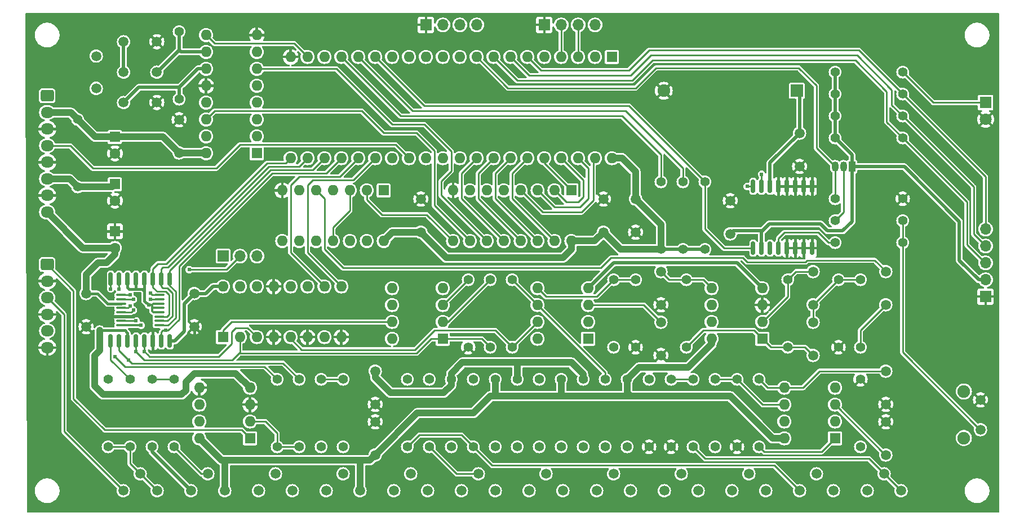
<source format=gbr>
%TF.GenerationSoftware,KiCad,Pcbnew,8.0.0*%
%TF.CreationDate,2024-03-07T09:04:59+08:00*%
%TF.ProjectId,control_board,636f6e74-726f-46c5-9f62-6f6172642e6b,1.0*%
%TF.SameCoordinates,Original*%
%TF.FileFunction,Copper,L1,Top*%
%TF.FilePolarity,Positive*%
%FSLAX46Y46*%
G04 Gerber Fmt 4.6, Leading zero omitted, Abs format (unit mm)*
G04 Created by KiCad (PCBNEW 8.0.0) date 2024-03-07 09:04:59*
%MOMM*%
%LPD*%
G01*
G04 APERTURE LIST*
G04 Aperture macros list*
%AMRoundRect*
0 Rectangle with rounded corners*
0 $1 Rounding radius*
0 $2 $3 $4 $5 $6 $7 $8 $9 X,Y pos of 4 corners*
0 Add a 4 corners polygon primitive as box body*
4,1,4,$2,$3,$4,$5,$6,$7,$8,$9,$2,$3,0*
0 Add four circle primitives for the rounded corners*
1,1,$1+$1,$2,$3*
1,1,$1+$1,$4,$5*
1,1,$1+$1,$6,$7*
1,1,$1+$1,$8,$9*
0 Add four rect primitives between the rounded corners*
20,1,$1+$1,$2,$3,$4,$5,0*
20,1,$1+$1,$4,$5,$6,$7,0*
20,1,$1+$1,$6,$7,$8,$9,0*
20,1,$1+$1,$8,$9,$2,$3,0*%
G04 Aperture macros list end*
%TA.AperFunction,SMDPad,CuDef*%
%ADD10RoundRect,0.150000X0.150000X-0.875000X0.150000X0.875000X-0.150000X0.875000X-0.150000X-0.875000X0*%
%TD*%
%TA.AperFunction,SMDPad,CuDef*%
%ADD11RoundRect,0.100000X-0.637500X-0.100000X0.637500X-0.100000X0.637500X0.100000X-0.637500X0.100000X0*%
%TD*%
%TA.AperFunction,ComponentPad*%
%ADD12C,1.400000*%
%TD*%
%TA.AperFunction,ComponentPad*%
%ADD13C,1.500000*%
%TD*%
%TA.AperFunction,ComponentPad*%
%ADD14R,1.900000X1.900000*%
%TD*%
%TA.AperFunction,ComponentPad*%
%ADD15C,1.900000*%
%TD*%
%TA.AperFunction,ComponentPad*%
%ADD16R,1.600000X1.600000*%
%TD*%
%TA.AperFunction,ComponentPad*%
%ADD17O,1.600000X1.600000*%
%TD*%
%TA.AperFunction,ComponentPad*%
%ADD18C,1.600000*%
%TD*%
%TA.AperFunction,ComponentPad*%
%ADD19R,1.700000X1.700000*%
%TD*%
%TA.AperFunction,ComponentPad*%
%ADD20O,1.700000X1.700000*%
%TD*%
%TA.AperFunction,ComponentPad*%
%ADD21RoundRect,0.250000X-0.725000X0.600000X-0.725000X-0.600000X0.725000X-0.600000X0.725000X0.600000X0*%
%TD*%
%TA.AperFunction,ComponentPad*%
%ADD22O,1.950000X1.700000*%
%TD*%
%TA.AperFunction,ComponentPad*%
%ADD23R,1.050000X1.500000*%
%TD*%
%TA.AperFunction,ComponentPad*%
%ADD24O,1.050000X1.500000*%
%TD*%
%TA.AperFunction,ComponentPad*%
%ADD25R,1.800000X1.800000*%
%TD*%
%TA.AperFunction,ComponentPad*%
%ADD26C,1.800000*%
%TD*%
%TA.AperFunction,ViaPad*%
%ADD27C,0.609600*%
%TD*%
%TA.AperFunction,ViaPad*%
%ADD28C,0.889000*%
%TD*%
%TA.AperFunction,Conductor*%
%ADD29C,0.254000*%
%TD*%
%TA.AperFunction,Conductor*%
%ADD30C,0.508000*%
%TD*%
%TA.AperFunction,Conductor*%
%ADD31C,1.016000*%
%TD*%
%TA.AperFunction,Conductor*%
%ADD32C,0.304800*%
%TD*%
%TA.AperFunction,Conductor*%
%ADD33C,0.381000*%
%TD*%
%TA.AperFunction,Conductor*%
%ADD34C,0.250000*%
%TD*%
G04 APERTURE END LIST*
D10*
%TO.P,U5,1,32KHZ*%
%TO.N,/MCU/32KHZ*%
X160655000Y-86692000D03*
%TO.P,U5,2,VCC*%
%TO.N,+5VD*%
X161925000Y-86692000D03*
%TO.P,U5,3,~{INT}/SQW*%
%TO.N,unconnected-(U5-Pad3)*%
X163195000Y-86692000D03*
%TO.P,U5,4,~{RST}*%
%TO.N,Net-(R5-Pad2)*%
X164465000Y-86692000D03*
%TO.P,U5,5,GND*%
%TO.N,GND*%
X165735000Y-86692000D03*
%TO.P,U5,6,GND*%
X167005000Y-86692000D03*
%TO.P,U5,7,GND*%
X168275000Y-86692000D03*
%TO.P,U5,8,GND*%
X169545000Y-86692000D03*
%TO.P,U5,9,GND*%
X169545000Y-77392000D03*
%TO.P,U5,10,GND*%
X168275000Y-77392000D03*
%TO.P,U5,11,GND*%
X167005000Y-77392000D03*
%TO.P,U5,12,GND*%
X165735000Y-77392000D03*
%TO.P,U5,13,GND*%
X164465000Y-77392000D03*
%TO.P,U5,14,VBAT*%
%TO.N,Net-(BT1-Pad1)*%
X163195000Y-77392000D03*
%TO.P,U5,15,SDA*%
%TO.N,/MCU/I2C_SDA*%
X161925000Y-77392000D03*
%TO.P,U5,16,SCL*%
%TO.N,/MCU/I2C_SCL*%
X160655000Y-77392000D03*
%TD*%
D11*
%TO.P,U12,1,VOUTB*%
%TO.N,/Circle_Generator_2/VOUTB*%
X65717500Y-93737000D03*
%TO.P,U12,2,VOUTA*%
%TO.N,/Circle_Generator_2/VOUTA*%
X65717500Y-94387000D03*
%TO.P,U12,3,VSS*%
%TO.N,-5VA*%
X65717500Y-95037000D03*
%TO.P,U12,4,VREFA*%
%TO.N,/Circle_Generator_2/VREFA*%
X65717500Y-95687000D03*
%TO.P,U12,5,VREFB*%
%TO.N,/Circle_Generator_2/VREFB*%
X65717500Y-96337000D03*
%TO.P,U12,6,GND*%
%TO.N,GND*%
X65717500Y-96987000D03*
%TO.P,U12,7,~{LDAC}*%
%TO.N,/Circle_Generator_2/DAC_LOAD*%
X65717500Y-97637000D03*
%TO.P,U12,8,~{CLR}*%
%TO.N,+5VA*%
X65717500Y-98287000D03*
%TO.P,U12,9,~{CS}*%
%TO.N,/Circle_Generator_2/DAC_CS*%
X71442500Y-98287000D03*
%TO.P,U12,10,CLK*%
%TO.N,/Circle_Generator_2/DAC_CLK*%
X71442500Y-97637000D03*
%TO.P,U12,11,SDI/SHDN*%
%TO.N,/Circle_Generator_2/DAC_DATA*%
X71442500Y-96987000D03*
%TO.P,U12,12,VREFC*%
%TO.N,+5VA*%
X71442500Y-96337000D03*
%TO.P,U12,13,VREFD*%
X71442500Y-95687000D03*
%TO.P,U12,14,VDD*%
X71442500Y-95037000D03*
%TO.P,U12,15,VOUTD*%
%TO.N,/Circle_Generator_2/VOUTD*%
X71442500Y-94387000D03*
%TO.P,U12,16,VOUTC*%
%TO.N,/Circle_Generator_2/VOUTC*%
X71442500Y-93737000D03*
%TD*%
D10*
%TO.P,U13,1,VOUTB*%
%TO.N,/Circle_Generator_2/VOUTB*%
X64135000Y-100662000D03*
%TO.P,U13,2,VOUTA*%
%TO.N,/Circle_Generator_2/VOUTA*%
X65405000Y-100662000D03*
%TO.P,U13,3,VSS*%
%TO.N,-5VA*%
X66675000Y-100662000D03*
%TO.P,U13,4,VREFA*%
%TO.N,/Circle_Generator_2/VREFA*%
X67945000Y-100662000D03*
%TO.P,U13,5,VREFB*%
%TO.N,/Circle_Generator_2/VREFB*%
X69215000Y-100662000D03*
%TO.P,U13,6,GND*%
%TO.N,GND*%
X70485000Y-100662000D03*
%TO.P,U13,7,~{LDAC}*%
%TO.N,/Circle_Generator_2/DAC_LOAD*%
X71755000Y-100662000D03*
%TO.P,U13,8,~{CLR}*%
%TO.N,+5VA*%
X73025000Y-100662000D03*
%TO.P,U13,9,~{CS}*%
%TO.N,/Circle_Generator_2/DAC_CS*%
X73025000Y-91362000D03*
%TO.P,U13,10,CLK*%
%TO.N,/Circle_Generator_2/DAC_CLK*%
X71755000Y-91362000D03*
%TO.P,U13,11,SDI/SHDN*%
%TO.N,/Circle_Generator_2/DAC_DATA*%
X70485000Y-91362000D03*
%TO.P,U13,12,VREFC*%
%TO.N,+5VA*%
X69215000Y-91362000D03*
%TO.P,U13,13,VREFD*%
X67945000Y-91362000D03*
%TO.P,U13,14,VDD*%
X66675000Y-91362000D03*
%TO.P,U13,15,VOUTD*%
%TO.N,/Circle_Generator_2/VOUTD*%
X65405000Y-91362000D03*
%TO.P,U13,16,VOUTC*%
%TO.N,/Circle_Generator_2/VOUTC*%
X64135000Y-91362000D03*
%TD*%
D12*
%TO.P,R5,1*%
%TO.N,Net-(R4-Pad2)*%
X183134000Y-85852000D03*
%TO.P,R5,2*%
%TO.N,Net-(R5-Pad2)*%
X172974000Y-85852000D03*
%TD*%
D13*
%TO.P,RV1,1,1*%
%TO.N,/Circle_Generator_1/CSSN*%
X106680000Y-123190000D03*
%TO.P,RV1,2,2*%
%TO.N,Net-(R11-Pad1)*%
X109220000Y-120650000D03*
%TO.P,RV1,3,3*%
X111760000Y-123190000D03*
%TD*%
D12*
%TO.P,R26,1*%
%TO.N,Net-(R26-Pad1)*%
X118618000Y-106426000D03*
%TO.P,R26,2*%
%TO.N,Net-(R11-Pad2)*%
X118618000Y-116586000D03*
%TD*%
D14*
%TO.P,BT1,1,+*%
%TO.N,Net-(BT1-Pad1)*%
X167240000Y-62992000D03*
D15*
%TO.P,BT1,2,-*%
%TO.N,GND*%
X147240000Y-62992000D03*
%TD*%
D12*
%TO.P,R17,1*%
%TO.N,Net-(R17-Pad1)*%
X131826000Y-116586000D03*
%TO.P,R17,2*%
%TO.N,+5VA*%
X131826000Y-106426000D03*
%TD*%
%TO.P,R15,1*%
%TO.N,GND*%
X173482000Y-101600000D03*
%TO.P,R15,2*%
%TO.N,Net-(C10-Pad1)*%
X173482000Y-91440000D03*
%TD*%
%TO.P,R22,1*%
%TO.N,Net-(R22-Pad1)*%
X151638000Y-116586000D03*
%TO.P,R22,2*%
%TO.N,Net-(R21-Pad1)*%
X151638000Y-106426000D03*
%TD*%
%TO.P,R30,1*%
%TO.N,Net-(R30-Pad1)*%
X141732000Y-116586000D03*
%TO.P,R30,2*%
%TO.N,+5VA*%
X141732000Y-106426000D03*
%TD*%
D13*
%TO.P,RV5,1,1*%
%TO.N,Net-(C13-Pad1)*%
X177800000Y-123190000D03*
%TO.P,RV5,2,2*%
%TO.N,Net-(R22-Pad1)*%
X180340000Y-120650000D03*
%TO.P,RV5,3,3*%
X182880000Y-123190000D03*
%TD*%
D16*
%TO.P,U9,1*%
%TO.N,Net-(R39-Pad2)*%
X135880000Y-100320000D03*
D17*
%TO.P,U9,2,-*%
%TO.N,Net-(R36-Pad1)*%
X135880000Y-97780000D03*
%TO.P,U9,3,+*%
%TO.N,Net-(C15-Pad1)*%
X135880000Y-95240000D03*
%TO.P,U9,4,V-*%
%TO.N,-5VA*%
X135880000Y-92700000D03*
%TO.P,U9,5,+*%
%TO.N,Net-(R39-Pad1)*%
X128260000Y-92700000D03*
%TO.P,U9,6,-*%
%TO.N,Net-(R32-Pad1)*%
X128260000Y-95240000D03*
%TO.P,U9,7*%
%TO.N,/Circle_Generator_1/CSC*%
X128260000Y-97780000D03*
%TO.P,U9,8,V+*%
%TO.N,+5VA*%
X128260000Y-100320000D03*
%TD*%
D13*
%TO.P,C12,1*%
%TO.N,Net-(C12-Pad1)*%
X146812000Y-90210000D03*
%TO.P,C12,2*%
%TO.N,GND*%
X146812000Y-95210000D03*
%TD*%
%TO.P,C10,1*%
%TO.N,Net-(C10-Pad1)*%
X169672000Y-97830000D03*
%TO.P,C10,2*%
%TO.N,Net-(C10-Pad2)*%
X169672000Y-102830000D03*
%TD*%
D12*
%TO.P,R47,1*%
%TO.N,Net-(R43-Pad1)*%
X95758000Y-106426000D03*
%TO.P,R47,2*%
%TO.N,-5VA*%
X95758000Y-116586000D03*
%TD*%
D13*
%TO.P,C5,1*%
%TO.N,+5VD*%
X110744000Y-84288000D03*
%TO.P,C5,2*%
%TO.N,GND*%
X110744000Y-79288000D03*
%TD*%
%TO.P,C18,1*%
%TO.N,+5VA*%
X103886000Y-117816005D03*
%TO.P,C18,2*%
%TO.N,GND*%
X103886000Y-112816005D03*
%TD*%
%TO.P,C16,1*%
%TO.N,GND*%
X103886000Y-110196005D03*
%TO.P,C16,2*%
%TO.N,-5VA*%
X103886000Y-105196005D03*
%TD*%
%TO.P,C19,1*%
%TO.N,GND*%
X60452000Y-98512000D03*
%TO.P,C19,2*%
%TO.N,-5VA*%
X60452000Y-93512000D03*
%TD*%
D12*
%TO.P,R58,1*%
%TO.N,+5VD*%
X172974000Y-70104000D03*
%TO.P,R58,2*%
%TO.N,/MCU/ENC_PB*%
X183134000Y-70104000D03*
%TD*%
%TO.P,R28,1*%
%TO.N,Net-(C12-Pad1)*%
X150622000Y-91440000D03*
%TO.P,R28,2*%
%TO.N,Net-(C10-Pad2)*%
X150622000Y-101600000D03*
%TD*%
D13*
%TO.P,C3,1*%
%TO.N,GND*%
X143002000Y-84288000D03*
%TO.P,C3,2*%
%TO.N,+5VD*%
X143002000Y-79288000D03*
%TD*%
D12*
%TO.P,R43,1*%
%TO.N,Net-(R43-Pad1)*%
X92456000Y-116586000D03*
%TO.P,R43,2*%
%TO.N,/Circle_Generator_2/VOUTA*%
X92456000Y-106426000D03*
%TD*%
D13*
%TO.P,C17,1*%
%TO.N,Net-(C17-Pad1)*%
X180594000Y-105196000D03*
%TO.P,C17,2*%
%TO.N,GND*%
X180594000Y-110196000D03*
%TD*%
D12*
%TO.P,R49,1*%
%TO.N,Net-(R49-Pad1)*%
X67056000Y-116586000D03*
%TO.P,R49,2*%
%TO.N,/Circle_Generator_2/VOUTB*%
X67056000Y-106426000D03*
%TD*%
D13*
%TO.P,RV7,1,1*%
%TO.N,Net-(R39-Pad2)*%
X147320000Y-123190000D03*
%TO.P,RV7,2,2*%
%TO.N,Net-(R36-Pad1)*%
X149860000Y-120650000D03*
%TO.P,RV7,3,3*%
X152400000Y-123190000D03*
%TD*%
D16*
%TO.P,C25,1*%
%TO.N,GND*%
X64770000Y-84161621D03*
D18*
%TO.P,C25,2*%
%TO.N,-5VA*%
X64770000Y-86661621D03*
%TD*%
D16*
%TO.P,U1,1,QL*%
%TO.N,unconnected-(U1-Pad1)*%
X86096000Y-72400000D03*
D17*
%TO.P,U1,2,QM*%
%TO.N,unconnected-(U1-Pad2)*%
X86096000Y-69860000D03*
%TO.P,U1,3,QN*%
%TO.N,unconnected-(U1-Pad3)*%
X86096000Y-67320000D03*
%TO.P,U1,4,QF*%
%TO.N,/MCU/CLK320*%
X86096000Y-64780000D03*
%TO.P,U1,5,QE*%
%TO.N,unconnected-(U1-Pad5)*%
X86096000Y-62240000D03*
%TO.P,U1,6,QG*%
%TO.N,/MCU/CLK_160*%
X86096000Y-59700000D03*
%TO.P,U1,7,QD*%
%TO.N,unconnected-(U1-Pad7)*%
X86096000Y-57160000D03*
%TO.P,U1,8,GND*%
%TO.N,GND*%
X86096000Y-54620000D03*
%TO.P,U1,9,CLKO*%
%TO.N,Net-(U1-Pad9)*%
X78476000Y-54620000D03*
%TO.P,U1,10,~{CLKO}*%
%TO.N,Net-(C4-Pad1)*%
X78476000Y-57160000D03*
%TO.P,U1,11,CLKI*%
%TO.N,Net-(C6-Pad1)*%
X78476000Y-59700000D03*
%TO.P,U1,12,CLR*%
%TO.N,GND*%
X78476000Y-62240000D03*
%TO.P,U1,13,QI*%
%TO.N,/MCU/CLK_40*%
X78476000Y-64780000D03*
%TO.P,U1,14,QH*%
%TO.N,/MCU/CLK_80*%
X78476000Y-67320000D03*
%TO.P,U1,15,QJ*%
%TO.N,unconnected-(U1-Pad15)*%
X78476000Y-69860000D03*
%TO.P,U1,16,VCC*%
%TO.N,+5VD*%
X78476000Y-72400000D03*
%TD*%
D12*
%TO.P,R34,1*%
%TO.N,Net-(R34-Pad1)*%
X158242000Y-106426000D03*
%TO.P,R34,2*%
%TO.N,GND*%
X158242000Y-116586000D03*
%TD*%
D19*
%TO.P,J1,1,Pin_1*%
%TO.N,GND*%
X111506000Y-53086000D03*
D20*
%TO.P,J1,2,Pin_2*%
%TO.N,/MCU/TXD*%
X114046000Y-53086000D03*
%TO.P,J1,3,Pin_3*%
%TO.N,/MCU/RXD*%
X116586000Y-53086000D03*
%TO.P,J1,4,Pin_4*%
%TO.N,+5VD*%
X119126000Y-53086000D03*
%TD*%
D12*
%TO.P,R25,1*%
%TO.N,Net-(R25-Pad1)*%
X125222000Y-116586000D03*
%TO.P,R25,2*%
%TO.N,-5VA*%
X125222000Y-106426000D03*
%TD*%
%TO.P,R36,1*%
%TO.N,Net-(R36-Pad1)*%
X145034000Y-106426000D03*
%TO.P,R36,2*%
%TO.N,GND*%
X145034000Y-116586000D03*
%TD*%
D16*
%TO.P,U4,1,~{R}*%
%TO.N,+5VD*%
X105161000Y-77988000D03*
D17*
%TO.P,U4,2,D*%
%TO.N,/MCU/CLK_40*%
X102621000Y-77988000D03*
%TO.P,U4,3,C*%
%TO.N,/MCU/CLK320*%
X100081000Y-77988000D03*
%TO.P,U4,4,~{S}*%
%TO.N,+5VD*%
X97541000Y-77988000D03*
%TO.P,U4,5,Q*%
%TO.N,/Circle_Generator_1/CLK_40D*%
X95001000Y-77988000D03*
%TO.P,U4,6,~{Q}*%
%TO.N,unconnected-(U4-Pad6)*%
X92461000Y-77988000D03*
%TO.P,U4,7,GND*%
%TO.N,GND*%
X89921000Y-77988000D03*
%TO.P,U4,8,~{Q}*%
%TO.N,/Circle_Generator_2/~{ZOUT}*%
X89921000Y-85608000D03*
%TO.P,U4,9,Q*%
%TO.N,/Circle_Generator_2/ZOUT*%
X92461000Y-85608000D03*
%TO.P,U4,10,~{S}*%
%TO.N,+5VD*%
X95001000Y-85608000D03*
%TO.P,U4,11,C*%
%TO.N,/MCU/CLK320*%
X97541000Y-85608000D03*
%TO.P,U4,12,D*%
%TO.N,Net-(U2-Pad5)*%
X100081000Y-85608000D03*
%TO.P,U4,13,~{R}*%
%TO.N,+5VD*%
X102621000Y-85608000D03*
%TO.P,U4,14,VCC*%
X105161000Y-85608000D03*
%TD*%
D20*
%TO.P,J2,4,Pin_4*%
%TO.N,+5VD*%
X136906000Y-53086000D03*
%TO.P,J2,3,Pin_3*%
%TO.N,/MCU/RXD2*%
X134366000Y-53086000D03*
%TO.P,J2,2,Pin_2*%
%TO.N,/MCU/TXD2*%
X131826000Y-53086000D03*
D19*
%TO.P,J2,1,Pin_1*%
%TO.N,GND*%
X129286000Y-53086000D03*
%TD*%
D13*
%TO.P,C15,1*%
%TO.N,Net-(C15-Pad1)*%
X146812000Y-97830000D03*
%TO.P,C15,2*%
%TO.N,GND*%
X146812000Y-102830000D03*
%TD*%
%TO.P,C8,1*%
%TO.N,+5VD*%
X157226000Y-84542000D03*
%TO.P,C8,2*%
%TO.N,GND*%
X157226000Y-79542000D03*
%TD*%
D12*
%TO.P,R1,1*%
%TO.N,Net-(C6-Pad1)*%
X74422000Y-64262000D03*
%TO.P,R1,2*%
%TO.N,Net-(C4-Pad1)*%
X74422000Y-54102000D03*
%TD*%
D13*
%TO.P,C7,1*%
%TO.N,Net-(C4-Pad2)*%
X66080000Y-55626000D03*
%TO.P,C7,2*%
%TO.N,GND*%
X71080000Y-55626000D03*
%TD*%
D19*
%TO.P,JP1,1,A*%
%TO.N,/Circle_Generator_2/ZOUT*%
X81026000Y-87884000D03*
D20*
%TO.P,JP1,2,C*%
%TO.N,Net-(J6-Pad5)*%
X83566000Y-87884000D03*
%TO.P,JP1,3,B*%
%TO.N,/Circle_Generator_2/~{ZOUT}*%
X86106000Y-87884000D03*
%TD*%
D12*
%TO.P,R53,1*%
%TO.N,Net-(R49-Pad1)*%
X70358000Y-106426000D03*
%TO.P,R53,2*%
%TO.N,-5VA*%
X70358000Y-116586000D03*
%TD*%
D16*
%TO.P,U7,1*%
%TO.N,Net-(R11-Pad2)*%
X172964000Y-115306000D03*
D17*
%TO.P,U7,2,-*%
%TO.N,Net-(R23-Pad1)*%
X172964000Y-112766000D03*
%TO.P,U7,3,+*%
%TO.N,Net-(C13-Pad1)*%
X172964000Y-110226000D03*
%TO.P,U7,4,V-*%
%TO.N,-5VA*%
X172964000Y-107686000D03*
%TO.P,U7,5,+*%
%TO.N,Net-(C17-Pad1)*%
X165344000Y-107686000D03*
%TO.P,U7,6,-*%
%TO.N,Net-(R34-Pad1)*%
X165344000Y-110226000D03*
%TO.P,U7,7*%
%TO.N,Net-(R35-Pad1)*%
X165344000Y-112766000D03*
%TO.P,U7,8,V+*%
%TO.N,+5VA*%
X165344000Y-115306000D03*
%TD*%
D16*
%TO.P,U6,1*%
%TO.N,Net-(C10-Pad2)*%
X162042000Y-100320000D03*
D17*
%TO.P,U6,2,-*%
%TO.N,Net-(C11-Pad2)*%
X162042000Y-97780000D03*
%TO.P,U6,3,+*%
%TO.N,GND*%
X162042000Y-95240000D03*
%TO.P,U6,4,V-*%
%TO.N,-5VA*%
X162042000Y-92700000D03*
%TO.P,U6,5,+*%
%TO.N,Net-(C12-Pad1)*%
X154422000Y-92700000D03*
%TO.P,U6,6,-*%
%TO.N,Net-(R21-Pad1)*%
X154422000Y-95240000D03*
%TO.P,U6,7*%
%TO.N,Net-(R22-Pad1)*%
X154422000Y-97780000D03*
%TO.P,U6,8,V+*%
%TO.N,+5VA*%
X154422000Y-100320000D03*
%TD*%
D12*
%TO.P,R50,1*%
%TO.N,Net-(R49-Pad1)*%
X63754000Y-116586000D03*
%TO.P,R50,2*%
%TO.N,/Circle_Generator_2/VOUTD*%
X63754000Y-106426000D03*
%TD*%
%TO.P,R46,1*%
%TO.N,Net-(R43-Pad1)*%
X99060000Y-106426000D03*
%TO.P,R46,2*%
%TO.N,Net-(R46-Pad2)*%
X99060000Y-116586000D03*
%TD*%
D13*
%TO.P,C6,1*%
%TO.N,Net-(C6-Pad1)*%
X66080000Y-64770000D03*
%TO.P,C6,2*%
%TO.N,GND*%
X71080000Y-64770000D03*
%TD*%
D12*
%TO.P,R8,1*%
%TO.N,Net-(C10-Pad1)*%
X176784000Y-91440000D03*
%TO.P,R8,2*%
%TO.N,Net-(C9-Pad2)*%
X176784000Y-101600000D03*
%TD*%
%TO.P,R23,1*%
%TO.N,Net-(R23-Pad1)*%
X176784000Y-116586000D03*
%TO.P,R23,2*%
%TO.N,GND*%
X176784000Y-106426000D03*
%TD*%
D13*
%TO.P,RV8,1,1*%
%TO.N,Net-(C15-Pad1)*%
X157480000Y-123190000D03*
%TO.P,RV8,2,2*%
%TO.N,Net-(R35-Pad1)*%
X160020000Y-120650000D03*
%TO.P,RV8,3,3*%
X162560000Y-123190000D03*
%TD*%
D16*
%TO.P,U3,1,P1.0/ADC0/CLKOUT2*%
%TO.N,unconnected-(U3-Pad1)*%
X139441000Y-57907000D03*
D17*
%TO.P,U3,2,P1.1/ADC1*%
%TO.N,unconnected-(U3-Pad2)*%
X136901000Y-57907000D03*
%TO.P,U3,3,P1.2/ADC2/ECI/RXD2*%
%TO.N,/MCU/RXD2*%
X134361000Y-57907000D03*
%TO.P,U3,4,P1.3/ADC3/CCP0/TXD2*%
%TO.N,/MCU/TXD2*%
X131821000Y-57907000D03*
%TO.P,U3,5,P1.4/ADC4/CCP1/~{SS}*%
%TO.N,unconnected-(U3-Pad5)*%
X129281000Y-57907000D03*
%TO.P,U3,6,P1.5/ADC5/MOSI*%
%TO.N,/MCU/ENC_B*%
X126741000Y-57907000D03*
%TO.P,U3,7,P1.6/ADC6/MISO*%
%TO.N,/MCU/ENC_A*%
X124201000Y-57907000D03*
%TO.P,U3,8,P1.7/ADC7/SCLK*%
%TO.N,/MCU/ENC_PB*%
X121661000Y-57907000D03*
%TO.P,U3,9,P4.7/RST*%
%TO.N,/MCU/MCU_RST*%
X119121000Y-57907000D03*
%TO.P,U3,10,P3.0/RXD*%
%TO.N,/MCU/RXD*%
X116581000Y-57907000D03*
%TO.P,U3,11,P3.1/TXD*%
%TO.N,/MCU/TXD*%
X114041000Y-57907000D03*
%TO.P,U3,12,P3.2/~{INT0}*%
%TO.N,unconnected-(U3-Pad12)*%
X111501000Y-57907000D03*
%TO.P,U3,13,P3.3/~{INT1}*%
%TO.N,unconnected-(U3-Pad13)*%
X108961000Y-57907000D03*
%TO.P,U3,14,P3.4/T0/~{INT}/CLKOUT0*%
%TO.N,unconnected-(U3-Pad14)*%
X106421000Y-57907000D03*
%TO.P,U3,15,P3.5/T1/~{INT}/CLKOUT1*%
%TO.N,/MCU/32KHZ*%
X103881000Y-57907000D03*
%TO.P,U3,16,P3.6/~{WR}*%
%TO.N,/MCU/I2C_SCL*%
X101341000Y-57907000D03*
%TO.P,U3,17,P3.7/~{RD}*%
%TO.N,/MCU/I2C_SDA*%
X98801000Y-57907000D03*
%TO.P,U3,18,XTAL2*%
%TO.N,unconnected-(U3-Pad18)*%
X96261000Y-57907000D03*
%TO.P,U3,19,XTAL1*%
%TO.N,Net-(U1-Pad9)*%
X93721000Y-57907000D03*
%TO.P,U3,20,GND*%
%TO.N,GND*%
X91181000Y-57907000D03*
%TO.P,U3,21,P2.0/A8*%
%TO.N,/Circle_Generator_2/DAC_DATA*%
X91181000Y-73147000D03*
%TO.P,U3,22,P2.1/A9*%
%TO.N,/Circle_Generator_2/DAC_CLK*%
X93721000Y-73147000D03*
%TO.P,U3,23,P2.2/A10*%
%TO.N,/Circle_Generator_2/DAC_CS*%
X96261000Y-73147000D03*
%TO.P,U3,24,P2.3/A11*%
%TO.N,/Circle_Generator_2/DAC_LOAD*%
X98801000Y-73147000D03*
%TO.P,U3,25,P2.4/A12*%
%TO.N,/Circle_Generator_2/CSEL1*%
X101341000Y-73147000D03*
%TO.P,U3,26,P2.5/A13*%
%TO.N,/Circle_Generator_2/CSEL0*%
X103881000Y-73147000D03*
%TO.P,U3,27,P2.6/A14*%
%TO.N,/MCU/BS_G*%
X106421000Y-73147000D03*
%TO.P,U3,28,P2.7/A15*%
%TO.N,/Circle_Generator_2/PWR_EN*%
X108961000Y-73147000D03*
%TO.P,U3,29,P4.4/NA*%
%TO.N,unconnected-(U3-Pad29)*%
X111501000Y-73147000D03*
%TO.P,U3,30,P4.5/ALE*%
%TO.N,unconnected-(U3-Pad30)*%
X114041000Y-73147000D03*
%TO.P,U3,31,P4.6/EX_LVD/RST2*%
%TO.N,unconnected-(U3-Pad31)*%
X116581000Y-73147000D03*
%TO.P,U3,32,P0.7/AD7*%
%TO.N,/MCU/BS7*%
X119121000Y-73147000D03*
%TO.P,U3,33,P0.6/AD6*%
%TO.N,/MCU/BS6*%
X121661000Y-73147000D03*
%TO.P,U3,34,P0.5/AD5*%
%TO.N,/MCU/BS5*%
X124201000Y-73147000D03*
%TO.P,U3,35,P0.4/AD4*%
%TO.N,/MCU/BS4*%
X126741000Y-73147000D03*
%TO.P,U3,36,P0.3/AD3*%
%TO.N,/MCU/BS3*%
X129281000Y-73147000D03*
%TO.P,U3,37,P0.2/AD2*%
%TO.N,/MCU/BS2*%
X131821000Y-73147000D03*
%TO.P,U3,38,P0.1/AD1*%
%TO.N,/MCU/BS1*%
X134361000Y-73147000D03*
%TO.P,U3,39,P0.0/AD0*%
%TO.N,/MCU/BS0*%
X136901000Y-73147000D03*
%TO.P,U3,40,VCC*%
%TO.N,+5VD*%
X139441000Y-73147000D03*
%TD*%
D13*
%TO.P,C11,1*%
%TO.N,Net-(C10-Pad1)*%
X169672000Y-95210000D03*
%TO.P,C11,2*%
%TO.N,Net-(C11-Pad2)*%
X169672000Y-90210000D03*
%TD*%
D12*
%TO.P,R6,1*%
%TO.N,+5VD*%
X59182000Y-67310000D03*
%TO.P,R6,2*%
%TO.N,+5VA*%
X59182000Y-77470000D03*
%TD*%
%TO.P,R20,1*%
%TO.N,/Circle_Generator_2/VREFA*%
X121158000Y-101600000D03*
%TO.P,R20,2*%
%TO.N,Net-(R19-Pad1)*%
X121158000Y-91440000D03*
%TD*%
%TO.P,R39,1*%
%TO.N,Net-(R39-Pad1)*%
X139700000Y-91440000D03*
%TO.P,R39,2*%
%TO.N,Net-(R39-Pad2)*%
X139700000Y-101600000D03*
%TD*%
D21*
%TO.P,J6,1,Pin_1*%
%TO.N,/Circle_Generator_2/XOUT*%
X54610000Y-89154000D03*
D22*
%TO.P,J6,2,Pin_2*%
%TO.N,GND*%
X54610000Y-91654000D03*
%TO.P,J6,3,Pin_3*%
%TO.N,/Circle_Generator_2/YOUT*%
X54610000Y-94154000D03*
%TO.P,J6,4,Pin_4*%
%TO.N,GND*%
X54610000Y-96654000D03*
%TO.P,J6,5,Pin_5*%
%TO.N,Net-(J6-Pad5)*%
X54610000Y-99154000D03*
%TO.P,J6,6,Pin_6*%
%TO.N,GND*%
X54610000Y-101654000D03*
%TD*%
D13*
%TO.P,C20,1*%
%TO.N,Net-(BT1-Pad1)*%
X167640000Y-69382000D03*
%TO.P,C20,2*%
%TO.N,GND*%
X167640000Y-74382000D03*
%TD*%
D16*
%TO.P,C23,1*%
%TO.N,+5VD*%
X64770000Y-69937621D03*
D18*
%TO.P,C23,2*%
%TO.N,GND*%
X64770000Y-72437621D03*
%TD*%
D16*
%TO.P,U11,1*%
%TO.N,/Circle_Generator_2/XOUT*%
X85080000Y-115306000D03*
D17*
%TO.P,U11,2,-*%
%TO.N,Net-(R43-Pad1)*%
X85080000Y-112766000D03*
%TO.P,U11,3,+*%
%TO.N,GND*%
X85080000Y-110226000D03*
%TO.P,U11,4,V-*%
%TO.N,-5VA*%
X85080000Y-107686000D03*
%TO.P,U11,5,+*%
%TO.N,GND*%
X77460000Y-107686000D03*
%TO.P,U11,6,-*%
%TO.N,Net-(R49-Pad1)*%
X77460000Y-110226000D03*
%TO.P,U11,7*%
%TO.N,/Circle_Generator_2/YOUT*%
X77460000Y-112766000D03*
%TO.P,U11,8,V+*%
%TO.N,+5VA*%
X77460000Y-115306000D03*
%TD*%
D12*
%TO.P,R7,1*%
%TO.N,GND*%
X183134000Y-79248000D03*
%TO.P,R7,2*%
%TO.N,/MCU/MCU_RST*%
X172974000Y-79248000D03*
%TD*%
%TO.P,R56,1*%
%TO.N,+5VD*%
X172974000Y-63500000D03*
%TO.P,R56,2*%
%TO.N,/MCU/ENC_B*%
X183134000Y-63500000D03*
%TD*%
D16*
%TO.P,U2,1,D3*%
%TO.N,/MCU/BS3*%
X133360000Y-77988000D03*
D17*
%TO.P,U2,2,D2*%
%TO.N,/MCU/BS2*%
X130820000Y-77988000D03*
%TO.P,U2,3,D1*%
%TO.N,/MCU/BS1*%
X128280000Y-77988000D03*
%TO.P,U2,4,D0*%
%TO.N,/MCU/BS0*%
X125740000Y-77988000D03*
%TO.P,U2,5,Y*%
%TO.N,Net-(U2-Pad5)*%
X123200000Y-77988000D03*
%TO.P,U2,6,W*%
%TO.N,unconnected-(U2-Pad6)*%
X120660000Y-77988000D03*
%TO.P,U2,7,~{G}*%
%TO.N,/MCU/BS_G*%
X118120000Y-77988000D03*
%TO.P,U2,8,GND*%
%TO.N,GND*%
X115580000Y-77988000D03*
%TO.P,U2,9,C*%
%TO.N,/MCU/CLK_40*%
X115580000Y-85608000D03*
%TO.P,U2,10,B*%
%TO.N,/MCU/CLK_80*%
X118120000Y-85608000D03*
%TO.P,U2,11,A*%
%TO.N,/MCU/CLK_160*%
X120660000Y-85608000D03*
%TO.P,U2,12,D7*%
%TO.N,/MCU/BS7*%
X123200000Y-85608000D03*
%TO.P,U2,13,D6*%
%TO.N,/MCU/BS6*%
X125740000Y-85608000D03*
%TO.P,U2,14,D5*%
%TO.N,/MCU/BS5*%
X128280000Y-85608000D03*
%TO.P,U2,15,D4*%
%TO.N,/MCU/BS4*%
X130820000Y-85608000D03*
%TO.P,U2,16,VCC*%
%TO.N,+5VD*%
X133360000Y-85608000D03*
%TD*%
D13*
%TO.P,C9,1*%
%TO.N,/Circle_Generator_1/CLK_40D*%
X180594000Y-90210000D03*
%TO.P,C9,2*%
%TO.N,Net-(C9-Pad2)*%
X180594000Y-95210000D03*
%TD*%
D12*
%TO.P,R57,1*%
%TO.N,+5VD*%
X172974000Y-66802000D03*
%TO.P,R57,2*%
%TO.N,/MCU/ENC_A*%
X183134000Y-66802000D03*
%TD*%
%TO.P,R3,1*%
%TO.N,/MCU/I2C_SDA*%
X146812000Y-76708000D03*
%TO.P,R3,2*%
%TO.N,+5VD*%
X146812000Y-86868000D03*
%TD*%
D13*
%TO.P,RV3,1,1*%
%TO.N,Net-(R11-Pad2)*%
X167640000Y-123190000D03*
%TO.P,RV3,2,2*%
%TO.N,Net-(R23-Pad1)*%
X170180000Y-120650000D03*
%TO.P,RV3,3,3*%
X172720000Y-123190000D03*
%TD*%
D12*
%TO.P,R55,1*%
%TO.N,/MCU/32KHZ*%
X153416000Y-76708000D03*
%TO.P,R55,2*%
%TO.N,+5VD*%
X153416000Y-86868000D03*
%TD*%
%TO.P,R14,1*%
%TO.N,Net-(R14-Pad1)*%
X112014000Y-106426000D03*
%TO.P,R14,2*%
%TO.N,Net-(R14-Pad2)*%
X112014000Y-116586000D03*
%TD*%
%TO.P,R32,1*%
%TO.N,Net-(R32-Pad1)*%
X138430000Y-106426000D03*
%TO.P,R32,2*%
%TO.N,Net-(R32-Pad2)*%
X138430000Y-116586000D03*
%TD*%
%TO.P,R12,1*%
%TO.N,Net-(R12-Pad1)*%
X121920000Y-116586000D03*
%TO.P,R12,2*%
%TO.N,+5VA*%
X121920000Y-106426000D03*
%TD*%
%TO.P,R35,1*%
%TO.N,Net-(R35-Pad1)*%
X154940000Y-116586000D03*
%TO.P,R35,2*%
%TO.N,Net-(R34-Pad1)*%
X154940000Y-106426000D03*
%TD*%
D13*
%TO.P,C4,1*%
%TO.N,Net-(C4-Pad1)*%
X71080000Y-60198000D03*
%TO.P,C4,2*%
%TO.N,Net-(C4-Pad2)*%
X66080000Y-60198000D03*
%TD*%
D19*
%TO.P,J4,1,Pin_1*%
%TO.N,GND*%
X195580000Y-93980000D03*
D20*
%TO.P,J4,2,Pin_2*%
%TO.N,+5VD*%
X195580000Y-91440000D03*
%TO.P,J4,3,Pin_3*%
%TO.N,/MCU/ENC_PB*%
X195580000Y-88900000D03*
%TO.P,J4,4,Pin_4*%
%TO.N,/MCU/ENC_A*%
X195580000Y-86360000D03*
%TO.P,J4,5,Pin_5*%
%TO.N,/MCU/ENC_B*%
X195580000Y-83820000D03*
%TD*%
D12*
%TO.P,R10,1*%
%TO.N,Net-(C11-Pad2)*%
X165862000Y-91440000D03*
%TO.P,R10,2*%
%TO.N,Net-(C10-Pad2)*%
X165862000Y-101600000D03*
%TD*%
%TO.P,R16,1*%
%TO.N,Net-(R16-Pad1)*%
X115316000Y-116586000D03*
%TO.P,R16,2*%
%TO.N,-5VA*%
X115316000Y-106426000D03*
%TD*%
%TO.P,R4,1*%
%TO.N,Net-(Q1-Pad2)*%
X172974000Y-82550000D03*
%TO.P,R4,2*%
%TO.N,Net-(R4-Pad2)*%
X183134000Y-82550000D03*
%TD*%
D13*
%TO.P,C13,1*%
%TO.N,Net-(C13-Pad1)*%
X180594000Y-117816000D03*
%TO.P,C13,2*%
%TO.N,GND*%
X180594000Y-112816000D03*
%TD*%
%TO.P,RV12,1,1*%
%TO.N,-5VA*%
X76200000Y-123190000D03*
%TO.P,RV12,2,2*%
%TO.N,Net-(R52-Pad2)*%
X78740000Y-120650000D03*
%TO.P,RV12,3,3*%
%TO.N,+5VA*%
X81280000Y-123190000D03*
%TD*%
D23*
%TO.P,Q1,1,E*%
%TO.N,+5VD*%
X175514000Y-74422000D03*
D24*
%TO.P,Q1,2,B*%
%TO.N,Net-(Q1-Pad2)*%
X174244000Y-74422000D03*
%TO.P,Q1,3,C*%
%TO.N,/MCU/MCU_RST*%
X172974000Y-74422000D03*
%TD*%
D12*
%TO.P,R19,1*%
%TO.N,Net-(R19-Pad1)*%
X128524000Y-106426000D03*
%TO.P,R19,2*%
%TO.N,Net-(R19-Pad2)*%
X128524000Y-116586000D03*
%TD*%
D13*
%TO.P,RV11,1,1*%
%TO.N,/Circle_Generator_2/YOUT*%
X66040000Y-123190000D03*
%TO.P,RV11,2,2*%
%TO.N,Net-(R49-Pad1)*%
X68580000Y-120650000D03*
%TO.P,RV11,3,3*%
X71120000Y-123190000D03*
%TD*%
D12*
%TO.P,R21,1*%
%TO.N,Net-(R21-Pad1)*%
X148336000Y-106426000D03*
%TO.P,R21,2*%
%TO.N,GND*%
X148336000Y-116586000D03*
%TD*%
%TO.P,R45,1*%
%TO.N,Net-(R43-Pad1)*%
X89154000Y-116586000D03*
%TO.P,R45,2*%
%TO.N,/Circle_Generator_2/VOUTC*%
X89154000Y-106426000D03*
%TD*%
D13*
%TO.P,RV6,1,1*%
%TO.N,Net-(R38-Pad1)*%
X137160000Y-123190000D03*
%TO.P,RV6,2,2*%
%TO.N,Net-(R32-Pad2)*%
X139700000Y-120650000D03*
%TO.P,RV6,3,3*%
%TO.N,Net-(R30-Pad1)*%
X142240000Y-123190000D03*
%TD*%
D12*
%TO.P,R52,1*%
%TO.N,Net-(R49-Pad1)*%
X73660000Y-106426000D03*
%TO.P,R52,2*%
%TO.N,Net-(R52-Pad2)*%
X73660000Y-116586000D03*
%TD*%
D16*
%TO.P,U8,1*%
%TO.N,/Circle_Generator_2/VREFA*%
X114036000Y-100320000D03*
D17*
%TO.P,U8,2,-*%
%TO.N,Net-(R19-Pad1)*%
X114036000Y-97780000D03*
%TO.P,U8,3,+*%
%TO.N,Net-(R26-Pad1)*%
X114036000Y-95240000D03*
%TO.P,U8,4,V-*%
%TO.N,-5VA*%
X114036000Y-92700000D03*
%TO.P,U8,5,+*%
%TO.N,Net-(R14-Pad1)*%
X106416000Y-92700000D03*
%TO.P,U8,6,-*%
%TO.N,Net-(R11-Pad1)*%
X106416000Y-95240000D03*
%TO.P,U8,7*%
%TO.N,/Circle_Generator_1/CSSN*%
X106416000Y-97780000D03*
%TO.P,U8,8,V+*%
%TO.N,+5VA*%
X106416000Y-100320000D03*
%TD*%
D16*
%TO.P,U10,1,Y0*%
%TO.N,/Circle_Generator_1/CSSN*%
X81016000Y-100066000D03*
D17*
%TO.P,U10,2,Y2*%
%TO.N,/Circle_Generator_2/VREFA*%
X83556000Y-100066000D03*
%TO.P,U10,3,Y*%
%TO.N,/Circle_Generator_2/VREFB*%
X86096000Y-100066000D03*
%TO.P,U10,4,Y3*%
%TO.N,GND*%
X88636000Y-100066000D03*
%TO.P,U10,5,Y1*%
%TO.N,/Circle_Generator_1/CSC*%
X91176000Y-100066000D03*
%TO.P,U10,6,INH*%
%TO.N,GND*%
X93716000Y-100066000D03*
%TO.P,U10,7,VEE*%
%TO.N,-5VA*%
X96256000Y-100066000D03*
%TO.P,U10,8,VSS*%
%TO.N,GND*%
X98796000Y-100066000D03*
%TO.P,U10,9,B*%
%TO.N,/Circle_Generator_2/CSEL0*%
X98796000Y-92446000D03*
%TO.P,U10,10,A*%
%TO.N,/Circle_Generator_2/CSEL1*%
X96256000Y-92446000D03*
%TO.P,U10,11,X3*%
%TO.N,unconnected-(U10-Pad11)*%
X93716000Y-92446000D03*
%TO.P,U10,12,X0*%
%TO.N,unconnected-(U10-Pad12)*%
X91176000Y-92446000D03*
%TO.P,U10,13,X*%
%TO.N,GND*%
X88636000Y-92446000D03*
%TO.P,U10,14,X1*%
%TO.N,unconnected-(U10-Pad14)*%
X86096000Y-92446000D03*
%TO.P,U10,15,X2*%
%TO.N,unconnected-(U10-Pad15)*%
X83556000Y-92446000D03*
%TO.P,U10,16,VDD*%
%TO.N,+5VA*%
X81016000Y-92446000D03*
%TD*%
D13*
%TO.P,C1,1*%
%TO.N,+5VD*%
X74422000Y-72350000D03*
%TO.P,C1,2*%
%TO.N,GND*%
X74422000Y-67350000D03*
%TD*%
%TO.P,RV4,1,1*%
%TO.N,Net-(R25-Pad1)*%
X127000000Y-123190000D03*
%TO.P,RV4,2,2*%
%TO.N,Net-(R19-Pad2)*%
X129540000Y-120650000D03*
%TO.P,RV4,3,3*%
%TO.N,Net-(R17-Pad1)*%
X132080000Y-123190000D03*
%TD*%
D12*
%TO.P,R59,1*%
%TO.N,Net-(D1-Pad1)*%
X183134000Y-60198000D03*
%TO.P,R59,2*%
%TO.N,+5VD*%
X172974000Y-60198000D03*
%TD*%
D13*
%TO.P,RV9,1,1*%
%TO.N,/Circle_Generator_2/XOUT*%
X86360000Y-123190000D03*
%TO.P,RV9,2,2*%
%TO.N,Net-(R43-Pad1)*%
X88900000Y-120650000D03*
%TO.P,RV9,3,3*%
X91440000Y-123190000D03*
%TD*%
D21*
%TO.P,J8,1,Pin_1*%
%TO.N,unconnected-(J8-Pad1)*%
X54610000Y-63754000D03*
D22*
%TO.P,J8,2,Pin_2*%
%TO.N,+5VD*%
X54610000Y-66254000D03*
%TO.P,J8,3,Pin_3*%
%TO.N,GND*%
X54610000Y-68754000D03*
%TO.P,J8,4,Pin_4*%
%TO.N,/Circle_Generator_2/PWR_EN*%
X54610000Y-71254000D03*
%TO.P,J8,5,Pin_5*%
%TO.N,GND*%
X54610000Y-73754000D03*
%TO.P,J8,6,Pin_6*%
%TO.N,+5VA*%
X54610000Y-76254000D03*
%TO.P,J8,7,Pin_7*%
%TO.N,GND*%
X54610000Y-78754000D03*
%TO.P,J8,8,Pin_8*%
%TO.N,-5VA*%
X54610000Y-81254000D03*
%TD*%
D13*
%TO.P,Y1,1,1*%
%TO.N,Net-(C6-Pad1)*%
X61976000Y-62648000D03*
%TO.P,Y1,2,2*%
%TO.N,Net-(C4-Pad2)*%
X61976000Y-57768000D03*
%TD*%
D15*
%TO.P,SW1,4,4*%
%TO.N,unconnected-(SW1-Pad4)*%
X192318000Y-115260000D03*
%TO.P,SW1,3,3*%
%TO.N,unconnected-(SW1-Pad3)*%
X192318000Y-108260000D03*
D13*
%TO.P,SW1,2,2*%
%TO.N,Net-(R4-Pad2)*%
X194818000Y-114010000D03*
%TO.P,SW1,1,1*%
%TO.N,GND*%
X194818000Y-109510000D03*
%TD*%
D25*
%TO.P,D1,1,A*%
%TO.N,Net-(D1-Pad1)*%
X195580000Y-64765000D03*
D26*
%TO.P,D1,2,K*%
%TO.N,GND*%
X195580000Y-67305000D03*
%TD*%
D12*
%TO.P,R38,1*%
%TO.N,Net-(R38-Pad1)*%
X135128000Y-116586000D03*
%TO.P,R38,2*%
%TO.N,-5VA*%
X135128000Y-106426000D03*
%TD*%
%TO.P,R41,1*%
%TO.N,Net-(C17-Pad1)*%
X161544000Y-106426000D03*
%TO.P,R41,2*%
%TO.N,Net-(R11-Pad2)*%
X161544000Y-116586000D03*
%TD*%
D13*
%TO.P,RV2,1,1*%
%TO.N,Net-(R16-Pad1)*%
X116840000Y-123190000D03*
%TO.P,RV2,2,2*%
%TO.N,Net-(R14-Pad2)*%
X119380000Y-120650000D03*
%TO.P,RV2,3,3*%
%TO.N,Net-(R12-Pad1)*%
X121920000Y-123190000D03*
%TD*%
D16*
%TO.P,C24,1*%
%TO.N,+5VA*%
X64770000Y-77049621D03*
D18*
%TO.P,C24,2*%
%TO.N,GND*%
X64770000Y-79549621D03*
%TD*%
D13*
%TO.P,RV10,1,1*%
%TO.N,-5VA*%
X96520000Y-123190000D03*
%TO.P,RV10,2,2*%
%TO.N,Net-(R46-Pad2)*%
X99060000Y-120650000D03*
%TO.P,RV10,3,3*%
%TO.N,+5VA*%
X101600000Y-123190000D03*
%TD*%
D12*
%TO.P,R33,1*%
%TO.N,/Circle_Generator_1/CSC*%
X124460000Y-101600000D03*
%TO.P,R33,2*%
%TO.N,Net-(R32-Pad1)*%
X124460000Y-91440000D03*
%TD*%
%TO.P,R2,1*%
%TO.N,/MCU/I2C_SCL*%
X150114000Y-76708000D03*
%TO.P,R2,2*%
%TO.N,+5VD*%
X150114000Y-86868000D03*
%TD*%
%TO.P,R11,1*%
%TO.N,Net-(R11-Pad1)*%
X108712000Y-106426000D03*
%TO.P,R11,2*%
%TO.N,Net-(R11-Pad2)*%
X108712000Y-116586000D03*
%TD*%
%TO.P,R42,1*%
%TO.N,Net-(R39-Pad1)*%
X143002000Y-91440000D03*
%TO.P,R42,2*%
%TO.N,GND*%
X143002000Y-101600000D03*
%TD*%
D13*
%TO.P,C14,1*%
%TO.N,+5VA*%
X76708000Y-93512000D03*
%TO.P,C14,2*%
%TO.N,GND*%
X76708000Y-98512000D03*
%TD*%
D12*
%TO.P,R29,1*%
%TO.N,Net-(R26-Pad1)*%
X117856000Y-91440000D03*
%TO.P,R29,2*%
%TO.N,GND*%
X117856000Y-101600000D03*
%TD*%
D13*
%TO.P,C2,1*%
%TO.N,+5VD*%
X138176000Y-84288000D03*
%TO.P,C2,2*%
%TO.N,GND*%
X138176000Y-79288000D03*
%TD*%
D27*
%TO.N,/MCU/I2C_SCL*%
X159766000Y-77392000D03*
%TO.N,/MCU/I2C_SDA*%
X161925000Y-75565000D03*
%TO.N,+5VA*%
X69850000Y-95250000D03*
X68708897Y-98296103D03*
D28*
%TO.N,-5VA*%
X62484000Y-99060000D03*
D27*
%TO.N,Net-(J6-Pad5)*%
X75946000Y-89916000D03*
%TO.N,/Circle_Generator_2/DAC_LOAD*%
X72390000Y-99060000D03*
X67945000Y-97616300D03*
%TO.N,/Circle_Generator_2/VREFA*%
X67945000Y-102235000D03*
X67057897Y-95378897D03*
%TO.N,/Circle_Generator_2/VOUTA*%
X66802000Y-103505000D03*
X67564000Y-94386400D03*
%TO.N,/Circle_Generator_2/VOUTC*%
X64135000Y-92837000D03*
X70104000Y-93472000D03*
X64820800Y-102997000D03*
%TO.N,/Circle_Generator_2/VOUTB*%
X67056000Y-93726000D03*
%TO.N,/Circle_Generator_2/VOUTD*%
X65401292Y-92837000D03*
X70104000Y-94361000D03*
%TO.N,/Circle_Generator_2/VREFB*%
X67564000Y-96012000D03*
X69216897Y-102235000D03*
%TD*%
D29*
%TO.N,Net-(J6-Pad5)*%
X81534000Y-89916000D02*
X83566000Y-87884000D01*
X75946000Y-89916000D02*
X81534000Y-89916000D01*
%TO.N,/MCU/RXD2*%
X134361000Y-57907000D02*
X134361000Y-53101000D01*
%TO.N,/MCU/TXD2*%
X131826000Y-57902000D02*
X131826000Y-53106000D01*
%TO.N,/MCU/ENC_B*%
X195580000Y-75946000D02*
X195580000Y-83815000D01*
X183134000Y-63500000D02*
X195580000Y-75946000D01*
%TO.N,/MCU/ENC_A*%
X193802000Y-84582000D02*
X195575000Y-86355000D01*
X183134000Y-66802000D02*
X193802000Y-77470000D01*
X193802000Y-77470000D02*
X193802000Y-84582000D01*
%TO.N,/MCU/ENC_PB*%
X192786000Y-86169500D02*
X195511500Y-88895000D01*
X183134000Y-70104000D02*
X192786000Y-79756000D01*
X192786000Y-79756000D02*
X192786000Y-86169500D01*
D30*
%TO.N,+5VD*%
X194564000Y-91440000D02*
X195580000Y-91440000D01*
X191643000Y-88519000D02*
X194564000Y-91440000D01*
X183388000Y-74422000D02*
X191643000Y-82677000D01*
X175514000Y-74422000D02*
X183388000Y-74422000D01*
X191643000Y-82677000D02*
X191643000Y-88519000D01*
D29*
%TO.N,/MCU/ENC_PB*%
X180721000Y-63119000D02*
X180721000Y-67691000D01*
X180721000Y-67691000D02*
X183134000Y-70104000D01*
X145542000Y-58420000D02*
X176022000Y-58420000D01*
X176022000Y-58420000D02*
X180721000Y-63119000D01*
X142494000Y-61468000D02*
X145542000Y-58420000D01*
X121661000Y-57907000D02*
X125222000Y-61468000D01*
X125222000Y-61468000D02*
X142494000Y-61468000D01*
%TO.N,/MCU/ENC_A*%
X145288000Y-57658000D02*
X176276000Y-57658000D01*
X142240000Y-60706000D02*
X145288000Y-57658000D01*
X176276000Y-57658000D02*
X181483000Y-62865000D01*
X181483000Y-62865000D02*
X181483000Y-65151000D01*
X127000000Y-60706000D02*
X142240000Y-60706000D01*
X124201000Y-57907000D02*
X127000000Y-60706000D01*
X181483000Y-65151000D02*
X183134000Y-66802000D01*
D30*
%TO.N,Net-(BT1-Pad1)*%
X167640000Y-63392000D02*
X167640000Y-69382000D01*
D31*
%TO.N,-5VA*%
X135128000Y-105664000D02*
X135128000Y-106426000D01*
X133350000Y-103886000D02*
X135128000Y-105664000D01*
X116967000Y-103886000D02*
X133350000Y-103886000D01*
X115316000Y-105537000D02*
X116967000Y-103886000D01*
X115316000Y-106426000D02*
X115316000Y-105537000D01*
X115316000Y-107315000D02*
X115316000Y-106426000D01*
X106172000Y-108458000D02*
X114173000Y-108458000D01*
X103886000Y-106172000D02*
X106172000Y-108458000D01*
X114173000Y-108458000D02*
X115316000Y-107315000D01*
X103886000Y-105196005D02*
X103886000Y-106172000D01*
D29*
%TO.N,/Circle_Generator_2/VREFA*%
X82423000Y-103505000D02*
X69215000Y-103505000D01*
X83439000Y-102489000D02*
X82423000Y-103505000D01*
X69215000Y-103505000D02*
X67945000Y-102235000D01*
X110109000Y-102489000D02*
X83439000Y-102489000D01*
X112278000Y-100320000D02*
X110109000Y-102489000D01*
X114036000Y-100320000D02*
X112278000Y-100320000D01*
%TO.N,/Circle_Generator_2/VREFB*%
X69978897Y-102997000D02*
X69660448Y-102678552D01*
X80391000Y-102997000D02*
X69978897Y-102997000D01*
X82296000Y-99314000D02*
X82296000Y-101092000D01*
X82931000Y-98679000D02*
X82296000Y-99314000D01*
X82296000Y-101092000D02*
X80391000Y-102997000D01*
X86096000Y-100066000D02*
X84709000Y-98679000D01*
X84709000Y-98679000D02*
X82931000Y-98679000D01*
%TO.N,/Circle_Generator_1/CSSN*%
X81016000Y-99070000D02*
X81016000Y-100066000D01*
X82306000Y-97780000D02*
X81016000Y-99070000D01*
X106416000Y-97780000D02*
X82306000Y-97780000D01*
%TO.N,/Circle_Generator_2/YOUT*%
X54657000Y-94154000D02*
X57150000Y-96647000D01*
X57150000Y-96647000D02*
X57150000Y-114300000D01*
X57150000Y-114300000D02*
X66040000Y-123190000D01*
%TO.N,/Circle_Generator_2/XOUT*%
X83820000Y-114046000D02*
X85080000Y-115306000D01*
X63246000Y-114046000D02*
X83820000Y-114046000D01*
X58547000Y-109347000D02*
X63246000Y-114046000D01*
X58547000Y-93091000D02*
X58547000Y-109347000D01*
X54610000Y-89154000D02*
X58547000Y-93091000D01*
D31*
%TO.N,-5VA*%
X59991621Y-86661621D02*
X64770000Y-86661621D01*
X54610000Y-81280000D02*
X59991621Y-86661621D01*
%TO.N,+5VA*%
X57992000Y-76280000D02*
X59182000Y-77470000D01*
X54610000Y-76280000D02*
X57992000Y-76280000D01*
D29*
%TO.N,/Circle_Generator_2/PWR_EN*%
X80010000Y-74676000D02*
X83566000Y-71120000D01*
X61468000Y-74676000D02*
X80010000Y-74676000D01*
X106934000Y-71120000D02*
X108961000Y-73147000D01*
X54610000Y-71280000D02*
X58072000Y-71280000D01*
X58072000Y-71280000D02*
X61468000Y-74676000D01*
X83566000Y-71120000D02*
X106934000Y-71120000D01*
D31*
%TO.N,+5VD*%
X58166000Y-66294000D02*
X59182000Y-67310000D01*
X54624000Y-66294000D02*
X58166000Y-66294000D01*
D30*
X157694000Y-84074000D02*
X162052000Y-84074000D01*
X157226000Y-84542000D02*
X157694000Y-84074000D01*
D31*
X140756000Y-86868000D02*
X146812000Y-86868000D01*
X133360000Y-85608000D02*
X136856000Y-85608000D01*
D30*
X174117000Y-84074000D02*
X175514000Y-82677000D01*
D31*
X132080000Y-88138000D02*
X133360000Y-86858000D01*
X139441000Y-73147000D02*
X140965000Y-73147000D01*
X110744000Y-84308000D02*
X114574000Y-88138000D01*
D30*
X153416000Y-86868000D02*
X146812000Y-86868000D01*
D31*
X61809621Y-69937621D02*
X64770000Y-69937621D01*
D30*
X171831000Y-84074000D02*
X174117000Y-84074000D01*
D31*
X106441000Y-84328000D02*
X110704000Y-84328000D01*
D30*
X172974000Y-70104000D02*
X175514000Y-72644000D01*
X161925000Y-84201000D02*
X162052000Y-84074000D01*
X172974000Y-63500000D02*
X172974000Y-60198000D01*
X175514000Y-72644000D02*
X175514000Y-74422000D01*
D31*
X59182000Y-67310000D02*
X61809621Y-69937621D01*
X136856000Y-85608000D02*
X138176000Y-84288000D01*
D30*
X172974000Y-66802000D02*
X172974000Y-63500000D01*
X175514000Y-82677000D02*
X175514000Y-74422000D01*
D31*
X146812000Y-83098000D02*
X143002000Y-79288000D01*
D30*
X162052000Y-84074000D02*
X163068000Y-83058000D01*
X172974000Y-70104000D02*
X172974000Y-66802000D01*
D31*
X74422000Y-72350000D02*
X78426000Y-72350000D01*
X143002000Y-75184000D02*
X143002000Y-79288000D01*
D30*
X161925000Y-86692000D02*
X161925000Y-84201000D01*
X163068000Y-83058000D02*
X170815000Y-83058000D01*
D31*
X72009621Y-69937621D02*
X74422000Y-72350000D01*
X146812000Y-83098000D02*
X146812000Y-86868000D01*
D30*
X170815000Y-83058000D02*
X171831000Y-84074000D01*
D31*
X114574000Y-88138000D02*
X132080000Y-88138000D01*
X64770000Y-69937621D02*
X72009621Y-69937621D01*
X140965000Y-73147000D02*
X143002000Y-75184000D01*
X138176000Y-84288000D02*
X140756000Y-86868000D01*
X133360000Y-86858000D02*
X133360000Y-85608000D01*
X106441000Y-84328000D02*
X105161000Y-85608000D01*
D29*
%TO.N,Net-(Q1-Pad2)*%
X174244000Y-74422000D02*
X174244000Y-81280000D01*
X174244000Y-81280000D02*
X172974000Y-82550000D01*
%TO.N,/MCU/MCU_RST*%
X172974000Y-74422000D02*
X170180000Y-71628000D01*
X172974000Y-79248000D02*
X172974000Y-74422000D01*
X123825000Y-62611000D02*
X119121000Y-57907000D01*
X143002000Y-62611000D02*
X123825000Y-62611000D01*
X167513000Y-59563000D02*
X146050000Y-59563000D01*
X170180000Y-71628000D02*
X170180000Y-62230000D01*
X146050000Y-59563000D02*
X143002000Y-62611000D01*
X170180000Y-62230000D02*
X167513000Y-59563000D01*
D30*
%TO.N,Net-(C6-Pad1)*%
X78476000Y-59700000D02*
X77206000Y-59700000D01*
X66080000Y-64770000D02*
X68366000Y-62484000D01*
X68366000Y-62484000D02*
X74422000Y-62484000D01*
X74422000Y-62484000D02*
X74422000Y-64262000D01*
X77206000Y-59700000D02*
X74422000Y-62484000D01*
%TO.N,Net-(C4-Pad1)*%
X78476000Y-57160000D02*
X74726000Y-57160000D01*
X74422000Y-56856000D02*
X74422000Y-54102000D01*
X74726000Y-57160000D02*
X74422000Y-56856000D01*
X71120000Y-60198000D02*
X74422000Y-56896000D01*
X74422000Y-56896000D02*
X74422000Y-56856000D01*
D29*
%TO.N,/MCU/I2C_SCL*%
X141478000Y-66040000D02*
X150114000Y-74676000D01*
X109474000Y-66040000D02*
X141478000Y-66040000D01*
X101341000Y-57907000D02*
X109474000Y-66040000D01*
X159766000Y-77392000D02*
X160655000Y-77392000D01*
X150114000Y-74676000D02*
X150114000Y-76708000D01*
%TO.N,/MCU/I2C_SDA*%
X146812000Y-76708000D02*
X146812000Y-72644000D01*
X146812000Y-72644000D02*
X140970000Y-66802000D01*
X161925000Y-75565000D02*
X161925000Y-77392000D01*
X107696000Y-66802000D02*
X98801000Y-57907000D01*
X140970000Y-66802000D02*
X107696000Y-66802000D01*
%TO.N,Net-(R4-Pad2)*%
X183134000Y-102362000D02*
X194782000Y-114010000D01*
X183134000Y-85852000D02*
X183134000Y-102362000D01*
X183134000Y-85852000D02*
X183134000Y-82550000D01*
%TO.N,Net-(R5-Pad2)*%
X164465000Y-85217000D02*
X165354000Y-84328000D01*
X170434000Y-84328000D02*
X171958000Y-85852000D01*
X171958000Y-85852000D02*
X172974000Y-85852000D01*
X165354000Y-84328000D02*
X170434000Y-84328000D01*
X164465000Y-86692000D02*
X164465000Y-85217000D01*
D32*
%TO.N,+5VA*%
X71442504Y-95036996D02*
X70571004Y-95036996D01*
D31*
X110196005Y-111506000D02*
X118618000Y-111506000D01*
D30*
X73025000Y-100662003D02*
X73772497Y-100662003D01*
D31*
X64349621Y-77470000D02*
X64770000Y-77049621D01*
X154422000Y-101102000D02*
X150876000Y-104648000D01*
X143510000Y-104648000D02*
X141732000Y-106426000D01*
D30*
X73772497Y-100662003D02*
X75184000Y-99250500D01*
D33*
X67945000Y-91361997D02*
X67945000Y-92837000D01*
D31*
X101600000Y-118872000D02*
X101854000Y-118618000D01*
X121920000Y-106426000D02*
X121920000Y-108712000D01*
X81280000Y-118872000D02*
X81534000Y-118618000D01*
D30*
X81016000Y-92446000D02*
X79512000Y-92446000D01*
D33*
X67945000Y-92837000D02*
X69088000Y-92837000D01*
D32*
X70358000Y-96139000D02*
X70555993Y-96336993D01*
D30*
X79512000Y-92446000D02*
X78446000Y-93512000D01*
D31*
X163566000Y-115306000D02*
X165344000Y-115306000D01*
D29*
X68708897Y-98296103D02*
X68702294Y-98289500D01*
D32*
X71442504Y-95687007D02*
X70414007Y-95687007D01*
D33*
X69850000Y-95250000D02*
X69215000Y-94615000D01*
D31*
X81534000Y-118618000D02*
X101854000Y-118618000D01*
X80772000Y-118618000D02*
X81534000Y-118618000D01*
X103084005Y-118618000D02*
X103886000Y-117816005D01*
D33*
X69215000Y-93345000D02*
X69215000Y-91362000D01*
D31*
X150876000Y-104648000D02*
X143510000Y-104648000D01*
D30*
X75184000Y-95036005D02*
X76708000Y-93512005D01*
D31*
X77460000Y-115306000D02*
X80772000Y-118618000D01*
D32*
X68702301Y-98289491D02*
X65720011Y-98289491D01*
D33*
X66929000Y-92837000D02*
X67945000Y-92837000D01*
D31*
X118618000Y-111506000D02*
X121158000Y-108966000D01*
D32*
X70358000Y-95631000D02*
X70358000Y-96139000D01*
D31*
X131826000Y-108712000D02*
X132080000Y-108966000D01*
X141732000Y-108458000D02*
X141732000Y-106426000D01*
X103886000Y-117816005D02*
X110196005Y-111506000D01*
X59182000Y-77470000D02*
X64349621Y-77470000D01*
X101854000Y-118618000D02*
X103084005Y-118618000D01*
X142240000Y-108966000D02*
X157226000Y-108966000D01*
D32*
X69850000Y-95250000D02*
X70358000Y-95250000D01*
D33*
X66675000Y-91361997D02*
X66675000Y-92583000D01*
D31*
X101600000Y-123190000D02*
X101600000Y-118872000D01*
X142240000Y-108966000D02*
X141732000Y-108458000D01*
D32*
X70358000Y-95250000D02*
X70358000Y-95631000D01*
X70571004Y-95036996D02*
X70358000Y-95250000D01*
D33*
X69215000Y-93218000D02*
X68834000Y-92837000D01*
D31*
X132080000Y-108966000D02*
X142240000Y-108966000D01*
D30*
X78446000Y-93512000D02*
X76708000Y-93512000D01*
D31*
X154422000Y-100320000D02*
X154422000Y-101102000D01*
X121158000Y-108966000D02*
X122174000Y-108966000D01*
X122174000Y-108966000D02*
X132080000Y-108966000D01*
D30*
X75184000Y-99250500D02*
X75184000Y-95036005D01*
D31*
X81280000Y-123190000D02*
X81280000Y-118872000D01*
D32*
X70555993Y-96336993D02*
X71442504Y-96336993D01*
D33*
X69215000Y-93345000D02*
X69215000Y-93218000D01*
D29*
X70414000Y-95687000D02*
X70358000Y-95631000D01*
D31*
X157226000Y-108966000D02*
X163566000Y-115306000D01*
X131826000Y-106426000D02*
X131826000Y-108712000D01*
X121920000Y-108712000D02*
X122174000Y-108966000D01*
D33*
X69215000Y-94615000D02*
X69215000Y-93345000D01*
X66675000Y-92583000D02*
X66929000Y-92837000D01*
%TO.N,GND*%
X70485000Y-100662000D02*
X70485000Y-101981000D01*
X69850000Y-97536000D02*
X69850000Y-98552000D01*
X76708000Y-101473000D02*
X76708000Y-98512000D01*
X70789800Y-102285800D02*
X75895200Y-102285800D01*
X70485000Y-101981000D02*
X70789800Y-102285800D01*
X70485000Y-99187000D02*
X70485000Y-100662000D01*
X65717500Y-96987000D02*
X67605000Y-96987000D01*
X75895200Y-102285800D02*
X76708000Y-101473000D01*
X65717500Y-96987000D02*
X61977000Y-96987000D01*
X69850000Y-98552000D02*
X70485000Y-99187000D01*
X67605000Y-96987000D02*
X67945000Y-96647000D01*
X68961000Y-96647000D02*
X69850000Y-97536000D01*
X67945000Y-96647000D02*
X68961000Y-96647000D01*
X61977000Y-96987000D02*
X60452000Y-98512000D01*
D29*
%TO.N,Net-(C10-Pad1)*%
X169672000Y-95210000D02*
X169672000Y-97830000D01*
X176784000Y-91440000D02*
X173482000Y-91440000D01*
X173482000Y-91440000D02*
X169712000Y-95210000D01*
%TO.N,Net-(C9-Pad2)*%
X180594000Y-95210000D02*
X176784000Y-99020000D01*
X176784000Y-99020000D02*
X176784000Y-101600000D01*
%TO.N,Net-(C11-Pad2)*%
X165862000Y-91440000D02*
X165862000Y-93980000D01*
X169672000Y-90210000D02*
X167092000Y-90210000D01*
X165862000Y-93980000D02*
X162062000Y-97780000D01*
X167092000Y-90210000D02*
X165862000Y-91440000D01*
%TO.N,Net-(C10-Pad2)*%
X160782000Y-99060000D02*
X162042000Y-100320000D01*
X165862000Y-101600000D02*
X168442000Y-101600000D01*
X163322000Y-101600000D02*
X165862000Y-101600000D01*
X168442000Y-101600000D02*
X169672000Y-102830000D01*
X153162000Y-99060000D02*
X160782000Y-99060000D01*
X150622000Y-101600000D02*
X153162000Y-99060000D01*
X162042000Y-100320000D02*
X163322000Y-101600000D01*
%TO.N,Net-(R11-Pad2)*%
X161544000Y-116586000D02*
X162306000Y-117348000D01*
X121412000Y-119380000D02*
X163830000Y-119380000D01*
X110490000Y-114808000D02*
X116840000Y-114808000D01*
X108712000Y-116586000D02*
X110490000Y-114808000D01*
X162306000Y-117348000D02*
X170922000Y-117348000D01*
X163830000Y-119380000D02*
X167640000Y-123190000D01*
X170922000Y-117348000D02*
X172964000Y-115306000D01*
X118618000Y-116586000D02*
X121412000Y-119380000D01*
X116840000Y-114808000D02*
X118618000Y-116586000D01*
%TO.N,Net-(R14-Pad2)*%
X116078000Y-120650000D02*
X119380000Y-120650000D01*
X112014000Y-116586000D02*
X116078000Y-120650000D01*
D33*
%TO.N,-5VA*%
X66294000Y-99060000D02*
X66675000Y-99441000D01*
D30*
X139700000Y-88900000D02*
X158242000Y-88900000D01*
D31*
X62484000Y-99060000D02*
X62484000Y-102108000D01*
X76708000Y-105537000D02*
X82931000Y-105537000D01*
X62992000Y-108712000D02*
X74803000Y-108712000D01*
X61722000Y-102870000D02*
X61722000Y-107442000D01*
X74803000Y-108712000D02*
X75438000Y-108077000D01*
D30*
X158242000Y-88900000D02*
X162042000Y-92700000D01*
D31*
X62230000Y-88900000D02*
X63500000Y-88900000D01*
X61722000Y-107442000D02*
X62992000Y-108712000D01*
X82931000Y-105537000D02*
X85080000Y-107686000D01*
D33*
X62484000Y-99060000D02*
X66294000Y-99060000D01*
D30*
X135900000Y-92700000D02*
X139700000Y-88900000D01*
D31*
X125222000Y-103886000D02*
X125222000Y-106426000D01*
X63500000Y-88900000D02*
X64770000Y-87630000D01*
X75438000Y-108077000D02*
X75438000Y-106807000D01*
X75438000Y-106807000D02*
X76708000Y-105537000D01*
X64770000Y-87630000D02*
X64770000Y-86661621D01*
D33*
X62143005Y-93512005D02*
X63667996Y-95036996D01*
D31*
X60452000Y-90678000D02*
X62230000Y-88900000D01*
D30*
X76200000Y-123190000D02*
X70358000Y-117348000D01*
D33*
X63667996Y-95036996D02*
X65717496Y-95036996D01*
D31*
X60452000Y-93512000D02*
X60452000Y-90678000D01*
D30*
X70358000Y-117348000D02*
X70358000Y-116586000D01*
D31*
X62484000Y-102108000D02*
X61722000Y-102870000D01*
D33*
X60452000Y-93512005D02*
X62143005Y-93512005D01*
X66675000Y-99441000D02*
X66675000Y-100662003D01*
D29*
%TO.N,Net-(R19-Pad1)*%
X114818000Y-97780000D02*
X121158000Y-91440000D01*
X114036000Y-97780000D02*
X114818000Y-97780000D01*
%TO.N,Net-(R21-Pad1)*%
X148336000Y-106426000D02*
X151638000Y-106426000D01*
%TO.N,Net-(R22-Pad1)*%
X182880000Y-123190000D02*
X180340000Y-120650000D01*
X178054000Y-118364000D02*
X153416000Y-118364000D01*
X180340000Y-120650000D02*
X178054000Y-118364000D01*
X153416000Y-118364000D02*
X151638000Y-116586000D01*
%TO.N,Net-(R26-Pad1)*%
X114056000Y-95240000D02*
X117856000Y-91440000D01*
%TO.N,Net-(C12-Pad1)*%
X148042000Y-91440000D02*
X150622000Y-91440000D01*
X150622000Y-91440000D02*
X153162000Y-91440000D01*
X146812000Y-90210000D02*
X148042000Y-91440000D01*
X153162000Y-91440000D02*
X154422000Y-92700000D01*
%TO.N,Net-(R32-Pad1)*%
X124460000Y-91440000D02*
X128260000Y-95240000D01*
X128260000Y-95240000D02*
X138430000Y-105410000D01*
X138430000Y-105410000D02*
X138430000Y-106426000D01*
%TO.N,/Circle_Generator_1/CSC*%
X124460000Y-101600000D02*
X128260000Y-97800000D01*
X109855000Y-101981000D02*
X112776000Y-99060000D01*
X112776000Y-99060000D02*
X121920000Y-99060000D01*
X92837000Y-101981000D02*
X109855000Y-101981000D01*
X91176000Y-100320000D02*
X92837000Y-101981000D01*
X121920000Y-99060000D02*
X124460000Y-101600000D01*
%TO.N,Net-(R34-Pad1)*%
X162052000Y-110236000D02*
X165334000Y-110236000D01*
X158242000Y-106426000D02*
X162052000Y-110236000D01*
X154940000Y-106426000D02*
X158242000Y-106426000D01*
%TO.N,Net-(R39-Pad1)*%
X137160000Y-93980000D02*
X139700000Y-91440000D01*
X128260000Y-92700000D02*
X129540000Y-93980000D01*
X129540000Y-93980000D02*
X137160000Y-93980000D01*
X139700000Y-91440000D02*
X143002000Y-91440000D01*
%TO.N,Net-(C17-Pad1)*%
X170648000Y-105196000D02*
X180594000Y-105196000D01*
X162814000Y-107696000D02*
X165334000Y-107696000D01*
X165344000Y-107686000D02*
X168158000Y-107686000D01*
X161544000Y-106426000D02*
X162814000Y-107696000D01*
X168158000Y-107686000D02*
X170648000Y-105196000D01*
%TO.N,Net-(R43-Pad1)*%
X89154000Y-116586000D02*
X92456000Y-116586000D01*
X95758000Y-106426000D02*
X99060000Y-106426000D01*
X87366000Y-112766000D02*
X89154000Y-114554000D01*
X85080000Y-112766000D02*
X87366000Y-112766000D01*
X89154000Y-114554000D02*
X89154000Y-116586000D01*
%TO.N,Net-(R49-Pad1)*%
X67056000Y-116586000D02*
X67056000Y-119126000D01*
X67056000Y-119126000D02*
X68580000Y-120650000D01*
X63754000Y-116586000D02*
X67056000Y-116586000D01*
X70358000Y-106426000D02*
X73660000Y-106426000D01*
X71120000Y-123190000D02*
X68580000Y-120650000D01*
%TO.N,Net-(R52-Pad2)*%
X73660000Y-116586000D02*
X77724000Y-120650000D01*
X77724000Y-120650000D02*
X78740000Y-120650000D01*
%TO.N,/MCU/32KHZ*%
X103881000Y-57907000D02*
X111252000Y-65278000D01*
X156288000Y-86692000D02*
X160655000Y-86692000D01*
X111252000Y-65278000D02*
X141986000Y-65278000D01*
X153416000Y-76708000D02*
X153416000Y-83820000D01*
X141986000Y-65278000D02*
X153416000Y-76708000D01*
X153416000Y-83820000D02*
X156288000Y-86692000D01*
%TO.N,/MCU/ENC_B*%
X128778000Y-59944000D02*
X141986000Y-59944000D01*
X145034000Y-56896000D02*
X176530000Y-56896000D01*
X141986000Y-59944000D02*
X145034000Y-56896000D01*
X176530000Y-56896000D02*
X183134000Y-63500000D01*
X126741000Y-57907000D02*
X128778000Y-59944000D01*
D30*
%TO.N,Net-(BT1-Pad1)*%
X163195000Y-73827000D02*
X167640000Y-69382000D01*
X163195000Y-77392000D02*
X163195000Y-73827000D01*
%TO.N,Net-(C4-Pad2)*%
X66080000Y-60198000D02*
X66080000Y-55626000D01*
D29*
%TO.N,/Circle_Generator_1/CLK_40D*%
X178943000Y-88519000D02*
X180594000Y-90170000D01*
X96266000Y-86868000D02*
X99060000Y-89662000D01*
X99060000Y-89662000D02*
X137795000Y-89662000D01*
X139319000Y-88138000D02*
X159131000Y-88138000D01*
X95001000Y-77988000D02*
X96266000Y-79253000D01*
X137795000Y-89662000D02*
X139319000Y-88138000D01*
X159131000Y-88138000D02*
X159766000Y-88773000D01*
X159766000Y-88773000D02*
X168529000Y-88773000D01*
X168529000Y-88773000D02*
X168783000Y-88519000D01*
X96266000Y-79253000D02*
X96266000Y-86868000D01*
X168783000Y-88519000D02*
X178943000Y-88519000D01*
%TO.N,Net-(C13-Pad1)*%
X172964000Y-110226000D02*
X180554000Y-117816000D01*
%TO.N,Net-(C15-Pad1)*%
X144222000Y-95240000D02*
X146812000Y-97830000D01*
X135880000Y-95240000D02*
X144222000Y-95240000D01*
%TO.N,/MCU/CLK320*%
X97541000Y-85608000D02*
X97541000Y-83561000D01*
X100081000Y-81021000D02*
X100081000Y-77988000D01*
X97541000Y-83561000D02*
X100081000Y-81021000D01*
%TO.N,/MCU/CLK_160*%
X111252000Y-68072000D02*
X115316000Y-72136000D01*
X98054000Y-59700000D02*
X106426000Y-68072000D01*
X115316000Y-75057000D02*
X113792000Y-76581000D01*
X86096000Y-59700000D02*
X98054000Y-59700000D01*
X106426000Y-68072000D02*
X111252000Y-68072000D01*
X113792000Y-78740000D02*
X120660000Y-85608000D01*
X115316000Y-72136000D02*
X115316000Y-75057000D01*
X113792000Y-76581000D02*
X113792000Y-78740000D01*
%TO.N,Net-(U1-Pad9)*%
X91694000Y-55880000D02*
X93721000Y-57907000D01*
X78476000Y-54620000D02*
X79736000Y-55880000D01*
X79736000Y-55880000D02*
X91694000Y-55880000D01*
%TO.N,/MCU/CLK_40*%
X104902000Y-81661000D02*
X111633000Y-81661000D01*
X102621000Y-79380000D02*
X104902000Y-81661000D01*
X111633000Y-81661000D02*
X115580000Y-85608000D01*
X102621000Y-77988000D02*
X102621000Y-79380000D01*
%TO.N,/MCU/CLK_80*%
X112776000Y-80264000D02*
X118120000Y-85608000D01*
X110109000Y-69342000D02*
X112776000Y-72009000D01*
X112776000Y-72009000D02*
X112776000Y-80264000D01*
X105156000Y-69342000D02*
X110109000Y-69342000D01*
X101854000Y-66040000D02*
X105156000Y-69342000D01*
X78476000Y-67320000D02*
X79756000Y-66040000D01*
X79756000Y-66040000D02*
X101854000Y-66040000D01*
%TO.N,/MCU/BS3*%
X129281000Y-73147000D02*
X129281000Y-73909000D01*
X129281000Y-73909000D02*
X133360000Y-77988000D01*
%TO.N,/MCU/BS2*%
X135128000Y-76454000D02*
X131821000Y-73147000D01*
X134366000Y-79756000D02*
X135128000Y-78994000D01*
X132588000Y-79756000D02*
X134366000Y-79756000D01*
X135128000Y-78994000D02*
X135128000Y-76454000D01*
X130820000Y-77988000D02*
X132588000Y-79756000D01*
%TO.N,/MCU/BS1*%
X134620000Y-80518000D02*
X135890000Y-79248000D01*
X130810000Y-80518000D02*
X134620000Y-80518000D01*
X128280000Y-77988000D02*
X130810000Y-80518000D01*
X135890000Y-79248000D02*
X135890000Y-74676000D01*
X135890000Y-74676000D02*
X134361000Y-73147000D01*
%TO.N,/MCU/BS0*%
X136652000Y-79502000D02*
X136652000Y-73396000D01*
X129032000Y-81280000D02*
X134874000Y-81280000D01*
X134874000Y-81280000D02*
X136652000Y-79502000D01*
X125740000Y-77988000D02*
X129032000Y-81280000D01*
%TO.N,/MCU/BS7*%
X116840000Y-79248000D02*
X116840000Y-75428000D01*
X123200000Y-85608000D02*
X116840000Y-79248000D01*
X116840000Y-75428000D02*
X119121000Y-73147000D01*
%TO.N,/MCU/BS6*%
X125740000Y-85608000D02*
X119380000Y-79248000D01*
X119380000Y-75428000D02*
X121661000Y-73147000D01*
X119380000Y-79248000D02*
X119380000Y-75428000D01*
%TO.N,/MCU/BS5*%
X128280000Y-85608000D02*
X121920000Y-79248000D01*
X121920000Y-79248000D02*
X121920000Y-75438000D01*
X121920000Y-75438000D02*
X124201000Y-73157000D01*
%TO.N,/MCU/BS4*%
X130820000Y-85608000D02*
X124460000Y-79248000D01*
X124460000Y-79248000D02*
X124460000Y-75428000D01*
X124460000Y-75428000D02*
X126741000Y-73147000D01*
%TO.N,/Circle_Generator_2/DAC_DATA*%
X71247000Y-89027000D02*
X72517000Y-89027000D01*
D34*
X71114000Y-93212000D02*
X72384000Y-93212000D01*
D29*
X90414000Y-73914000D02*
X91181000Y-73147000D01*
D34*
X72898000Y-96645604D02*
X72556604Y-96987000D01*
X70485000Y-92583000D02*
X71114000Y-93212000D01*
D29*
X87630000Y-73914000D02*
X90414000Y-73914000D01*
X70485000Y-91362000D02*
X70485000Y-89789000D01*
D34*
X70485000Y-91362000D02*
X70485000Y-92456000D01*
X72898000Y-93726000D02*
X72898000Y-96645604D01*
D29*
X72517000Y-89027000D02*
X87630000Y-73914000D01*
D34*
X72384000Y-93212000D02*
X72898000Y-93726000D01*
X72556604Y-96987000D02*
X71442500Y-96987000D01*
X70485000Y-91362000D02*
X70485000Y-92583000D01*
D29*
X70485000Y-89789000D02*
X71247000Y-89027000D01*
%TO.N,/Circle_Generator_2/DAC_CLK*%
X71755000Y-91362000D02*
X71755000Y-89789000D01*
D34*
X73406000Y-96901000D02*
X72670000Y-97637000D01*
D29*
X71755000Y-89789000D02*
X72009000Y-89535000D01*
X72771000Y-89535000D02*
X87884000Y-74422000D01*
X87884000Y-74422000D02*
X92446000Y-74422000D01*
D34*
X73406000Y-93473396D02*
X73406000Y-96901000D01*
X72642604Y-92710000D02*
X73406000Y-93473396D01*
X72670000Y-97637000D02*
X71442500Y-97637000D01*
X71755000Y-92456000D02*
X72009000Y-92710000D01*
X72009000Y-92710000D02*
X72642604Y-92710000D01*
D29*
X72009000Y-89535000D02*
X72771000Y-89535000D01*
D34*
X71755000Y-91362000D02*
X71755000Y-92456000D01*
D29*
X92446000Y-74422000D02*
X93721000Y-73147000D01*
%TO.N,/Circle_Generator_2/DAC_CS*%
X73025000Y-90043000D02*
X73025000Y-91362000D01*
D34*
X72771000Y-98298000D02*
X71453500Y-98298000D01*
X73914000Y-93218000D02*
X73914000Y-97155000D01*
D29*
X88138000Y-74930000D02*
X73025000Y-90043000D01*
D34*
X73914000Y-97155000D02*
X72771000Y-98298000D01*
X73025000Y-91362000D02*
X73025000Y-92329000D01*
X73025000Y-92329000D02*
X73914000Y-93218000D01*
D29*
X96261000Y-73147000D02*
X94478000Y-74930000D01*
X94478000Y-74930000D02*
X88138000Y-74930000D01*
%TO.N,/Circle_Generator_2/DAC_LOAD*%
X98801000Y-73147000D02*
X96510000Y-75438000D01*
D34*
X72390000Y-99060000D02*
X72009000Y-99060000D01*
X72009000Y-99060000D02*
X71755000Y-99314000D01*
D29*
X88395526Y-75438000D02*
X74422000Y-89411526D01*
D34*
X72771698Y-99060000D02*
X72390000Y-99060000D01*
X71755000Y-99314000D02*
X71755000Y-100662000D01*
D29*
X96510000Y-75438000D02*
X88395526Y-75438000D01*
D34*
X67945000Y-97616300D02*
X67924300Y-97637000D01*
X74422000Y-97409698D02*
X72771698Y-99060000D01*
X67924300Y-97637000D02*
X65717500Y-97637000D01*
D29*
X74422000Y-89411526D02*
X74422000Y-97409698D01*
%TO.N,/Circle_Generator_2/CSEL1*%
X91186000Y-77216000D02*
X92456000Y-75946000D01*
X98542000Y-75946000D02*
X101341000Y-73147000D01*
X96256000Y-92446000D02*
X91186000Y-87376000D01*
X92456000Y-75946000D02*
X98542000Y-75946000D01*
X91186000Y-87376000D02*
X91186000Y-77216000D01*
%TO.N,/Circle_Generator_2/CSEL0*%
X93726000Y-87376000D02*
X93726000Y-77216000D01*
X93726000Y-77216000D02*
X94488000Y-76454000D01*
X100574000Y-76454000D02*
X103881000Y-73147000D01*
X94488000Y-76454000D02*
X100574000Y-76454000D01*
X98796000Y-92446000D02*
X93726000Y-87376000D01*
%TO.N,Net-(D1-Pad1)*%
X187706000Y-64770000D02*
X195575000Y-64770000D01*
X183134000Y-60198000D02*
X187706000Y-64770000D01*
%TO.N,/Circle_Generator_2/VREFA*%
X83556000Y-100066000D02*
X83556000Y-102372000D01*
X119878000Y-100320000D02*
X121158000Y-101600000D01*
X66749794Y-95687000D02*
X65717500Y-95687000D01*
X67057897Y-95378897D02*
X66749794Y-95687000D01*
X114036000Y-100320000D02*
X119878000Y-100320000D01*
D34*
X67945000Y-100662000D02*
X67945000Y-102235000D01*
D29*
X83556000Y-102372000D02*
X83439000Y-102489000D01*
%TO.N,/Circle_Generator_2/VOUTA*%
X67563390Y-94387010D02*
X65717496Y-94387010D01*
X67310000Y-104013000D02*
X90043000Y-104013000D01*
X65405000Y-102108000D02*
X65405000Y-100662000D01*
X66802000Y-103505000D02*
X67310000Y-104013000D01*
X90043000Y-104013000D02*
X92456000Y-106426000D01*
X66802000Y-103505000D02*
X65405000Y-102108000D01*
X67564000Y-94386400D02*
X67563390Y-94387010D01*
D34*
%TO.N,/Circle_Generator_2/VOUTC*%
X64135000Y-91362000D02*
X64135000Y-92837000D01*
D29*
X64820800Y-102997000D02*
X66344800Y-104521000D01*
X70369000Y-93737000D02*
X70104000Y-93472000D01*
X87249000Y-104521000D02*
X89154000Y-106426000D01*
X66344800Y-104521000D02*
X87249000Y-104521000D01*
X71442500Y-93737000D02*
X70369000Y-93737000D01*
D34*
%TO.N,/Circle_Generator_2/VOUTB*%
X67056000Y-93726000D02*
X67045000Y-93737000D01*
X65717500Y-93737000D02*
X67045000Y-93737000D01*
X64135000Y-103505000D02*
X67056000Y-106426000D01*
X64135000Y-100662000D02*
X64135000Y-103505000D01*
D29*
%TO.N,/Circle_Generator_2/VOUTD*%
X70130000Y-94387000D02*
X70104000Y-94361000D01*
X65401292Y-92837000D02*
X65405000Y-92833292D01*
X71442500Y-94387000D02*
X70130000Y-94387000D01*
X65405000Y-92833292D02*
X65405000Y-91362000D01*
D34*
%TO.N,/Circle_Generator_2/VREFB*%
X69216897Y-102235000D02*
X69216897Y-100663897D01*
X67239000Y-96337000D02*
X65717500Y-96337000D01*
X67564000Y-96012000D02*
X67239000Y-96337000D01*
X69216897Y-102235000D02*
X69660448Y-102678552D01*
D29*
X69660448Y-102678552D02*
X69215000Y-102233103D01*
X69215000Y-102233103D02*
X69215000Y-100662003D01*
%TD*%
%TA.AperFunction,Conductor*%
%TO.N,GND*%
G36*
X197554121Y-51328002D02*
G01*
X197600614Y-51381658D01*
X197612000Y-51434000D01*
X197612000Y-126366000D01*
X197591998Y-126434121D01*
X197538342Y-126480614D01*
X197486000Y-126492000D01*
X51687575Y-126492000D01*
X51619454Y-126471998D01*
X51572961Y-126418342D01*
X51561576Y-126366426D01*
X51551255Y-123311290D01*
X52759500Y-123311290D01*
X52791160Y-123551782D01*
X52853944Y-123786095D01*
X52853945Y-123786097D01*
X52853946Y-123786100D01*
X52946776Y-124010212D01*
X52946777Y-124010213D01*
X52946782Y-124010224D01*
X53068061Y-124220285D01*
X53068063Y-124220288D01*
X53068064Y-124220289D01*
X53215735Y-124412738D01*
X53215739Y-124412742D01*
X53215744Y-124412748D01*
X53387251Y-124584255D01*
X53387256Y-124584259D01*
X53387262Y-124584265D01*
X53579711Y-124731936D01*
X53579714Y-124731938D01*
X53789775Y-124853217D01*
X53789779Y-124853218D01*
X53789788Y-124853224D01*
X54013900Y-124946054D01*
X54248211Y-125008838D01*
X54248215Y-125008838D01*
X54248217Y-125008839D01*
X54310202Y-125016999D01*
X54488712Y-125040500D01*
X54488719Y-125040500D01*
X54731281Y-125040500D01*
X54731288Y-125040500D01*
X54948637Y-125011885D01*
X54971782Y-125008839D01*
X54971782Y-125008838D01*
X54971789Y-125008838D01*
X55206100Y-124946054D01*
X55430212Y-124853224D01*
X55640289Y-124731936D01*
X55832738Y-124584265D01*
X56004265Y-124412738D01*
X56151936Y-124220289D01*
X56273224Y-124010212D01*
X56366054Y-123786100D01*
X56428838Y-123551789D01*
X56460500Y-123311288D01*
X56460500Y-123068712D01*
X56428838Y-122828211D01*
X56366054Y-122593900D01*
X56273224Y-122369788D01*
X56273218Y-122369779D01*
X56273217Y-122369775D01*
X56151938Y-122159714D01*
X56151936Y-122159711D01*
X56004265Y-121967262D01*
X56004259Y-121967256D01*
X56004255Y-121967251D01*
X55832748Y-121795744D01*
X55832742Y-121795739D01*
X55832738Y-121795735D01*
X55640289Y-121648064D01*
X55640288Y-121648063D01*
X55640285Y-121648061D01*
X55430224Y-121526782D01*
X55430216Y-121526778D01*
X55430212Y-121526776D01*
X55206100Y-121433946D01*
X55206097Y-121433945D01*
X55206095Y-121433944D01*
X54971782Y-121371160D01*
X54731290Y-121339500D01*
X54731288Y-121339500D01*
X54488712Y-121339500D01*
X54488709Y-121339500D01*
X54248217Y-121371160D01*
X54013904Y-121433944D01*
X54013900Y-121433946D01*
X53789786Y-121526777D01*
X53789775Y-121526782D01*
X53579714Y-121648061D01*
X53387262Y-121795735D01*
X53387251Y-121795744D01*
X53215744Y-121967251D01*
X53215735Y-121967262D01*
X53068061Y-122159714D01*
X52946782Y-122369775D01*
X52946777Y-122369786D01*
X52853946Y-122593900D01*
X52853944Y-122593904D01*
X52791160Y-122828217D01*
X52759500Y-123068709D01*
X52759500Y-123311290D01*
X51551255Y-123311290D01*
X51478731Y-101844500D01*
X53268828Y-101844500D01*
X53284313Y-101942265D01*
X53344186Y-102126535D01*
X53344189Y-102126541D01*
X53432157Y-102299187D01*
X53546048Y-102455944D01*
X53546050Y-102455947D01*
X53683052Y-102592949D01*
X53683055Y-102592951D01*
X53839812Y-102706842D01*
X54012458Y-102794810D01*
X54012464Y-102794813D01*
X54196735Y-102854686D01*
X54388121Y-102885000D01*
X54419500Y-102885000D01*
X54419500Y-102092497D01*
X54426657Y-102096630D01*
X54547465Y-102129000D01*
X54672535Y-102129000D01*
X54793343Y-102096630D01*
X54800500Y-102092497D01*
X54800500Y-102885000D01*
X54831879Y-102885000D01*
X55023264Y-102854686D01*
X55207535Y-102794813D01*
X55207541Y-102794810D01*
X55380187Y-102706842D01*
X55536944Y-102592951D01*
X55536947Y-102592949D01*
X55673949Y-102455947D01*
X55673951Y-102455944D01*
X55787842Y-102299187D01*
X55875810Y-102126541D01*
X55875813Y-102126535D01*
X55935686Y-101942265D01*
X55951172Y-101844500D01*
X55048498Y-101844500D01*
X55052630Y-101837343D01*
X55085000Y-101716535D01*
X55085000Y-101591465D01*
X55052630Y-101470657D01*
X55048498Y-101463500D01*
X55951171Y-101463500D01*
X55935686Y-101365734D01*
X55875813Y-101181464D01*
X55875810Y-101181458D01*
X55787842Y-101008812D01*
X55673951Y-100852055D01*
X55673949Y-100852052D01*
X55536947Y-100715050D01*
X55536944Y-100715048D01*
X55380187Y-100601157D01*
X55207541Y-100513189D01*
X55207535Y-100513186D01*
X55035620Y-100457328D01*
X54977014Y-100417255D01*
X54949377Y-100351858D01*
X54961484Y-100281901D01*
X55009490Y-100229595D01*
X55035617Y-100217662D01*
X55158981Y-100177580D01*
X55313884Y-100098653D01*
X55454533Y-99996465D01*
X55577465Y-99873533D01*
X55679653Y-99732884D01*
X55758580Y-99577981D01*
X55812303Y-99412638D01*
X55839500Y-99240926D01*
X55839500Y-99067074D01*
X55812303Y-98895362D01*
X55758580Y-98730019D01*
X55679653Y-98575116D01*
X55617485Y-98489550D01*
X55577463Y-98434464D01*
X55454535Y-98311536D01*
X55313887Y-98209349D01*
X55313886Y-98209348D01*
X55313884Y-98209347D01*
X55158981Y-98130420D01*
X55082886Y-98105695D01*
X55035619Y-98090337D01*
X54977014Y-98050263D01*
X54949377Y-97984866D01*
X54961484Y-97914909D01*
X55009491Y-97862604D01*
X55035620Y-97850671D01*
X55207535Y-97794813D01*
X55207541Y-97794810D01*
X55380187Y-97706842D01*
X55536944Y-97592951D01*
X55536947Y-97592949D01*
X55673949Y-97455947D01*
X55673951Y-97455944D01*
X55787842Y-97299187D01*
X55875810Y-97126541D01*
X55875813Y-97126535D01*
X55935686Y-96942265D01*
X55951172Y-96844500D01*
X55048498Y-96844500D01*
X55052630Y-96837343D01*
X55085000Y-96716535D01*
X55085000Y-96591465D01*
X55052630Y-96470657D01*
X55048498Y-96463500D01*
X55951171Y-96463500D01*
X55935686Y-96365736D01*
X55908460Y-96281942D01*
X55906432Y-96210974D01*
X55943095Y-96150176D01*
X56006807Y-96118850D01*
X56077341Y-96126943D01*
X56117388Y-96153910D01*
X56731595Y-96768117D01*
X56765621Y-96830429D01*
X56768500Y-96857212D01*
X56768500Y-114350223D01*
X56768499Y-114350223D01*
X56794500Y-114447258D01*
X56827131Y-114503775D01*
X56844721Y-114534243D01*
X56844729Y-114534253D01*
X65055640Y-122745162D01*
X65089666Y-122807474D01*
X65087120Y-122870830D01*
X65083185Y-122883803D01*
X65050033Y-122993090D01*
X65030640Y-123189997D01*
X65030640Y-123190002D01*
X65050033Y-123386909D01*
X65050034Y-123386915D01*
X65050035Y-123386916D01*
X65107473Y-123576265D01*
X65200748Y-123750770D01*
X65326275Y-123903725D01*
X65479230Y-124029252D01*
X65653735Y-124122527D01*
X65843084Y-124179965D01*
X65843088Y-124179965D01*
X65843090Y-124179966D01*
X66039997Y-124199360D01*
X66040000Y-124199360D01*
X66040003Y-124199360D01*
X66236909Y-124179966D01*
X66236910Y-124179965D01*
X66236916Y-124179965D01*
X66426265Y-124122527D01*
X66600770Y-124029252D01*
X66753725Y-123903725D01*
X66879252Y-123750770D01*
X66972527Y-123576265D01*
X67029965Y-123386916D01*
X67049360Y-123190000D01*
X67029965Y-122993084D01*
X66972527Y-122803735D01*
X66879252Y-122629230D01*
X66753725Y-122476275D01*
X66600770Y-122350748D01*
X66426265Y-122257473D01*
X66236916Y-122200035D01*
X66236915Y-122200034D01*
X66236909Y-122200033D01*
X66040003Y-122180640D01*
X66039997Y-122180640D01*
X65843090Y-122200033D01*
X65811380Y-122209652D01*
X65720830Y-122237120D01*
X65649839Y-122237753D01*
X65595162Y-122205640D01*
X59975526Y-116586003D01*
X62794882Y-116586003D01*
X62813309Y-116773107D01*
X62813311Y-116773118D01*
X62867890Y-116953038D01*
X62867891Y-116953040D01*
X62947662Y-117102280D01*
X62956523Y-117118857D01*
X63075801Y-117264199D01*
X63221143Y-117383477D01*
X63221145Y-117383478D01*
X63386959Y-117472108D01*
X63386961Y-117472109D01*
X63566881Y-117526688D01*
X63566882Y-117526688D01*
X63566885Y-117526689D01*
X63566888Y-117526689D01*
X63566892Y-117526690D01*
X63753997Y-117545118D01*
X63754000Y-117545118D01*
X63754003Y-117545118D01*
X63941107Y-117526690D01*
X63941109Y-117526689D01*
X63941115Y-117526689D01*
X64121039Y-117472109D01*
X64286857Y-117383477D01*
X64432199Y-117264199D01*
X64551477Y-117118857D01*
X64596778Y-117034103D01*
X64646530Y-116983456D01*
X64707900Y-116967500D01*
X66102100Y-116967500D01*
X66170221Y-116987502D01*
X66213220Y-117034102D01*
X66258523Y-117118857D01*
X66377801Y-117264199D01*
X66523143Y-117383477D01*
X66607896Y-117428778D01*
X66658544Y-117478530D01*
X66674500Y-117539900D01*
X66674500Y-119176223D01*
X66674499Y-119176223D01*
X66674500Y-119176225D01*
X66700499Y-119273254D01*
X66712313Y-119293716D01*
X66712313Y-119293717D01*
X66750721Y-119360243D01*
X66750723Y-119360245D01*
X66750724Y-119360247D01*
X67595640Y-120205163D01*
X67629664Y-120267474D01*
X67627119Y-120330832D01*
X67590033Y-120453090D01*
X67570640Y-120649997D01*
X67570640Y-120650002D01*
X67590033Y-120846909D01*
X67590034Y-120846915D01*
X67590035Y-120846916D01*
X67647473Y-121036265D01*
X67740748Y-121210770D01*
X67866275Y-121363725D01*
X68019230Y-121489252D01*
X68193735Y-121582527D01*
X68383084Y-121639965D01*
X68383088Y-121639965D01*
X68383090Y-121639966D01*
X68579997Y-121659360D01*
X68580000Y-121659360D01*
X68580003Y-121659360D01*
X68776907Y-121639966D01*
X68776907Y-121639965D01*
X68776916Y-121639965D01*
X68899169Y-121602879D01*
X68970160Y-121602247D01*
X69024837Y-121634360D01*
X70135640Y-122745162D01*
X70169665Y-122807474D01*
X70167120Y-122870830D01*
X70163185Y-122883803D01*
X70130033Y-122993090D01*
X70110640Y-123189997D01*
X70110640Y-123190002D01*
X70130033Y-123386909D01*
X70130034Y-123386915D01*
X70130035Y-123386916D01*
X70187473Y-123576265D01*
X70280748Y-123750770D01*
X70406275Y-123903725D01*
X70559230Y-124029252D01*
X70733735Y-124122527D01*
X70923084Y-124179965D01*
X70923088Y-124179965D01*
X70923090Y-124179966D01*
X71119997Y-124199360D01*
X71120000Y-124199360D01*
X71120003Y-124199360D01*
X71316909Y-124179966D01*
X71316910Y-124179965D01*
X71316916Y-124179965D01*
X71506265Y-124122527D01*
X71680770Y-124029252D01*
X71833725Y-123903725D01*
X71959252Y-123750770D01*
X72052527Y-123576265D01*
X72109965Y-123386916D01*
X72129360Y-123190000D01*
X72109965Y-122993084D01*
X72052527Y-122803735D01*
X71959252Y-122629230D01*
X71833725Y-122476275D01*
X71680770Y-122350748D01*
X71506265Y-122257473D01*
X71316916Y-122200035D01*
X71316915Y-122200034D01*
X71316909Y-122200033D01*
X71120003Y-122180640D01*
X71119997Y-122180640D01*
X70923090Y-122200033D01*
X70891380Y-122209652D01*
X70800830Y-122237120D01*
X70729839Y-122237753D01*
X70675162Y-122205640D01*
X69564360Y-121094837D01*
X69530334Y-121032525D01*
X69532879Y-120969170D01*
X69569965Y-120846916D01*
X69589360Y-120650000D01*
X69569965Y-120453084D01*
X69512527Y-120263735D01*
X69419252Y-120089230D01*
X69293725Y-119936275D01*
X69140770Y-119810748D01*
X68966265Y-119717473D01*
X68776916Y-119660035D01*
X68776915Y-119660034D01*
X68776909Y-119660033D01*
X68580003Y-119640640D01*
X68579997Y-119640640D01*
X68383090Y-119660033D01*
X68260832Y-119697119D01*
X68189838Y-119697752D01*
X68135162Y-119665639D01*
X67474405Y-119004882D01*
X67440379Y-118942570D01*
X67437500Y-118915787D01*
X67437500Y-117539900D01*
X67457502Y-117471779D01*
X67504102Y-117428779D01*
X67588857Y-117383477D01*
X67734199Y-117264199D01*
X67853477Y-117118857D01*
X67942109Y-116953039D01*
X67996689Y-116773115D01*
X68015118Y-116586003D01*
X69398882Y-116586003D01*
X69417309Y-116773107D01*
X69417311Y-116773118D01*
X69471890Y-116953038D01*
X69471891Y-116953040D01*
X69560521Y-117118854D01*
X69679803Y-117264202D01*
X69814261Y-117374548D01*
X69854230Y-117433225D01*
X69856035Y-117439335D01*
X69864817Y-117472109D01*
X69879441Y-117526690D01*
X69884153Y-117544273D01*
X69884155Y-117544278D01*
X69951096Y-117660223D01*
X69951104Y-117660233D01*
X75174676Y-122883803D01*
X75208701Y-122946115D01*
X75209068Y-122986769D01*
X75210641Y-122986924D01*
X75190640Y-123189997D01*
X75190640Y-123190002D01*
X75210033Y-123386909D01*
X75210034Y-123386915D01*
X75210035Y-123386916D01*
X75267473Y-123576265D01*
X75360748Y-123750770D01*
X75486275Y-123903725D01*
X75639230Y-124029252D01*
X75813735Y-124122527D01*
X76003084Y-124179965D01*
X76003088Y-124179965D01*
X76003090Y-124179966D01*
X76199997Y-124199360D01*
X76200000Y-124199360D01*
X76200003Y-124199360D01*
X76396909Y-124179966D01*
X76396910Y-124179965D01*
X76396916Y-124179965D01*
X76586265Y-124122527D01*
X76760770Y-124029252D01*
X76913725Y-123903725D01*
X77039252Y-123750770D01*
X77132527Y-123576265D01*
X77189965Y-123386916D01*
X77209360Y-123190000D01*
X77189965Y-122993084D01*
X77132527Y-122803735D01*
X77039252Y-122629230D01*
X76913725Y-122476275D01*
X76760770Y-122350748D01*
X76586265Y-122257473D01*
X76396916Y-122200035D01*
X76396915Y-122200034D01*
X76396909Y-122200033D01*
X76200003Y-122180640D01*
X76199997Y-122180640D01*
X75996924Y-122200641D01*
X75996683Y-122198198D01*
X75936740Y-122192822D01*
X75893803Y-122164676D01*
X71097625Y-117368497D01*
X71063599Y-117306185D01*
X71068664Y-117235370D01*
X71089317Y-117199473D01*
X71155477Y-117118857D01*
X71244109Y-116953039D01*
X71298689Y-116773115D01*
X71317118Y-116586003D01*
X72700882Y-116586003D01*
X72719309Y-116773107D01*
X72719311Y-116773118D01*
X72773890Y-116953038D01*
X72773891Y-116953040D01*
X72853662Y-117102280D01*
X72862523Y-117118857D01*
X72981801Y-117264199D01*
X73127143Y-117383477D01*
X73127145Y-117383478D01*
X73292959Y-117472108D01*
X73292961Y-117472109D01*
X73472881Y-117526688D01*
X73472882Y-117526688D01*
X73472885Y-117526689D01*
X73472888Y-117526689D01*
X73472892Y-117526690D01*
X73659997Y-117545118D01*
X73660000Y-117545118D01*
X73660003Y-117545118D01*
X73847107Y-117526690D01*
X73847108Y-117526689D01*
X73847115Y-117526689D01*
X73939077Y-117498791D01*
X74010070Y-117498158D01*
X74064748Y-117530271D01*
X77489746Y-120955270D01*
X77489751Y-120955274D01*
X77489753Y-120955276D01*
X77489754Y-120955277D01*
X77489756Y-120955278D01*
X77576742Y-121005500D01*
X77576744Y-121005500D01*
X77576747Y-121005502D01*
X77673775Y-121031500D01*
X77729405Y-121031500D01*
X77797526Y-121051502D01*
X77840526Y-121098103D01*
X77900748Y-121210770D01*
X78026275Y-121363725D01*
X78179230Y-121489252D01*
X78353735Y-121582527D01*
X78543084Y-121639965D01*
X78543088Y-121639965D01*
X78543090Y-121639966D01*
X78739997Y-121659360D01*
X78740000Y-121659360D01*
X78740003Y-121659360D01*
X78936909Y-121639966D01*
X78936910Y-121639965D01*
X78936916Y-121639965D01*
X79126265Y-121582527D01*
X79300770Y-121489252D01*
X79453725Y-121363725D01*
X79579252Y-121210770D01*
X79672527Y-121036265D01*
X79729965Y-120846916D01*
X79749360Y-120650000D01*
X79729965Y-120453084D01*
X79672527Y-120263735D01*
X79579252Y-120089230D01*
X79453725Y-119936275D01*
X79300770Y-119810748D01*
X79126265Y-119717473D01*
X78936916Y-119660035D01*
X78936915Y-119660034D01*
X78936909Y-119660033D01*
X78740003Y-119640640D01*
X78739997Y-119640640D01*
X78543090Y-119660033D01*
X78353734Y-119717473D01*
X78179229Y-119810748D01*
X78026275Y-119936275D01*
X77899693Y-120090515D01*
X77841016Y-120130484D01*
X77770044Y-120132384D01*
X77713199Y-120099676D01*
X74604271Y-116990748D01*
X74570245Y-116928436D01*
X74572792Y-116865076D01*
X74600689Y-116773115D01*
X74619118Y-116586000D01*
X74607151Y-116464500D01*
X74600690Y-116398892D01*
X74600688Y-116398881D01*
X74546109Y-116218961D01*
X74546108Y-116218959D01*
X74469129Y-116074942D01*
X74457477Y-116053143D01*
X74338199Y-115907801D01*
X74192857Y-115788523D01*
X74192855Y-115788522D01*
X74192854Y-115788521D01*
X74027040Y-115699891D01*
X74027038Y-115699890D01*
X73847118Y-115645311D01*
X73847107Y-115645309D01*
X73660003Y-115626882D01*
X73659997Y-115626882D01*
X73472892Y-115645309D01*
X73472881Y-115645311D01*
X73292961Y-115699890D01*
X73292959Y-115699891D01*
X73127145Y-115788521D01*
X72981801Y-115907801D01*
X72862521Y-116053145D01*
X72773891Y-116218959D01*
X72773890Y-116218961D01*
X72719311Y-116398881D01*
X72719309Y-116398892D01*
X72700882Y-116585996D01*
X72700882Y-116586003D01*
X71317118Y-116586003D01*
X71317118Y-116586000D01*
X71305151Y-116464500D01*
X71298690Y-116398892D01*
X71298688Y-116398881D01*
X71244109Y-116218961D01*
X71244108Y-116218959D01*
X71167129Y-116074942D01*
X71155477Y-116053143D01*
X71036199Y-115907801D01*
X70890857Y-115788523D01*
X70890855Y-115788522D01*
X70890854Y-115788521D01*
X70725040Y-115699891D01*
X70725038Y-115699890D01*
X70545118Y-115645311D01*
X70545107Y-115645309D01*
X70358003Y-115626882D01*
X70357997Y-115626882D01*
X70170892Y-115645309D01*
X70170881Y-115645311D01*
X69990961Y-115699890D01*
X69990959Y-115699891D01*
X69825145Y-115788521D01*
X69679801Y-115907801D01*
X69560521Y-116053145D01*
X69471891Y-116218959D01*
X69471890Y-116218961D01*
X69417311Y-116398881D01*
X69417309Y-116398892D01*
X69398882Y-116585996D01*
X69398882Y-116586003D01*
X68015118Y-116586003D01*
X68015118Y-116586000D01*
X68003151Y-116464500D01*
X67996690Y-116398892D01*
X67996688Y-116398881D01*
X67942109Y-116218961D01*
X67942108Y-116218959D01*
X67865129Y-116074942D01*
X67853477Y-116053143D01*
X67734199Y-115907801D01*
X67588857Y-115788523D01*
X67588855Y-115788522D01*
X67588854Y-115788521D01*
X67423040Y-115699891D01*
X67423038Y-115699890D01*
X67243118Y-115645311D01*
X67243107Y-115645309D01*
X67056003Y-115626882D01*
X67055997Y-115626882D01*
X66868892Y-115645309D01*
X66868881Y-115645311D01*
X66688961Y-115699890D01*
X66688959Y-115699891D01*
X66523145Y-115788521D01*
X66377801Y-115907801D01*
X66258521Y-116053145D01*
X66239623Y-116088502D01*
X66216873Y-116131066D01*
X66213222Y-116137896D01*
X66163470Y-116188544D01*
X66102100Y-116204500D01*
X64707900Y-116204500D01*
X64639779Y-116184498D01*
X64596778Y-116137896D01*
X64593127Y-116131066D01*
X64551477Y-116053143D01*
X64432199Y-115907801D01*
X64286857Y-115788523D01*
X64286855Y-115788522D01*
X64286854Y-115788521D01*
X64121040Y-115699891D01*
X64121038Y-115699890D01*
X63941118Y-115645311D01*
X63941107Y-115645309D01*
X63754003Y-115626882D01*
X63753997Y-115626882D01*
X63566892Y-115645309D01*
X63566881Y-115645311D01*
X63386961Y-115699890D01*
X63386959Y-115699891D01*
X63221145Y-115788521D01*
X63075801Y-115907801D01*
X62956521Y-116053145D01*
X62867891Y-116218959D01*
X62867890Y-116218961D01*
X62813311Y-116398881D01*
X62813309Y-116398892D01*
X62794882Y-116585996D01*
X62794882Y-116586003D01*
X59975526Y-116586003D01*
X57568405Y-114178882D01*
X57534379Y-114116570D01*
X57531500Y-114089787D01*
X57531500Y-96596776D01*
X57530077Y-96591465D01*
X57505501Y-96499746D01*
X57505499Y-96499743D01*
X57505499Y-96499741D01*
X57455278Y-96412756D01*
X57455270Y-96412746D01*
X57379858Y-96337334D01*
X57379835Y-96337313D01*
X55776704Y-94734182D01*
X55742678Y-94671870D01*
X55747743Y-94601055D01*
X55753523Y-94587905D01*
X55758580Y-94577981D01*
X55812303Y-94412638D01*
X55839500Y-94240926D01*
X55839500Y-94067074D01*
X55812303Y-93895362D01*
X55758580Y-93730019D01*
X55679653Y-93575116D01*
X55588207Y-93449252D01*
X55577463Y-93434464D01*
X55454535Y-93311536D01*
X55313887Y-93209349D01*
X55313886Y-93209348D01*
X55313884Y-93209347D01*
X55158981Y-93130420D01*
X55082260Y-93105492D01*
X55035619Y-93090337D01*
X54977014Y-93050263D01*
X54949377Y-92984866D01*
X54961484Y-92914909D01*
X55009491Y-92862604D01*
X55035620Y-92850671D01*
X55207535Y-92794813D01*
X55207541Y-92794810D01*
X55380187Y-92706842D01*
X55536944Y-92592951D01*
X55536947Y-92592949D01*
X55673949Y-92455947D01*
X55673951Y-92455944D01*
X55787842Y-92299187D01*
X55875810Y-92126541D01*
X55875813Y-92126535D01*
X55935686Y-91942265D01*
X55951172Y-91844500D01*
X55048498Y-91844500D01*
X55052630Y-91837343D01*
X55085000Y-91716535D01*
X55085000Y-91591465D01*
X55052630Y-91470657D01*
X55048498Y-91463500D01*
X55951171Y-91463500D01*
X55935686Y-91365736D01*
X55931082Y-91351565D01*
X55929054Y-91280598D01*
X55965716Y-91219799D01*
X56029428Y-91188474D01*
X56099962Y-91196566D01*
X56140010Y-91223533D01*
X58128595Y-93212118D01*
X58162621Y-93274430D01*
X58165500Y-93301213D01*
X58165500Y-109397223D01*
X58165499Y-109397223D01*
X58191498Y-109494251D01*
X58191501Y-109494258D01*
X58219072Y-109542012D01*
X58236097Y-109571500D01*
X58241724Y-109581247D01*
X58241725Y-109581248D01*
X58241728Y-109581252D01*
X62936313Y-114275835D01*
X62936334Y-114275858D01*
X63011748Y-114351272D01*
X63011751Y-114351274D01*
X63011753Y-114351276D01*
X63039661Y-114367388D01*
X63039663Y-114367390D01*
X63098741Y-114401499D01*
X63098743Y-114401500D01*
X63098747Y-114401502D01*
X63195775Y-114427501D01*
X63195777Y-114427501D01*
X63303943Y-114427501D01*
X63303959Y-114427500D01*
X76550415Y-114427500D01*
X76618536Y-114447502D01*
X76665029Y-114501158D01*
X76675133Y-114571432D01*
X76647814Y-114633434D01*
X76578973Y-114717316D01*
X76481055Y-114900507D01*
X76420756Y-115099288D01*
X76400398Y-115305996D01*
X76400398Y-115306003D01*
X76420756Y-115512711D01*
X76420757Y-115512717D01*
X76420758Y-115512718D01*
X76460979Y-115645309D01*
X76481055Y-115711492D01*
X76578974Y-115894686D01*
X76710747Y-116055252D01*
X76871313Y-116187024D01*
X76871313Y-116187025D01*
X76871317Y-116187027D01*
X77054508Y-116284945D01*
X77253282Y-116345242D01*
X77253287Y-116345242D01*
X77253289Y-116345243D01*
X77394350Y-116359136D01*
X77460183Y-116385718D01*
X77471096Y-116395434D01*
X78836121Y-117760458D01*
X80179728Y-119104065D01*
X80285935Y-119210272D01*
X80410818Y-119293716D01*
X80410821Y-119293718D01*
X80410823Y-119293719D01*
X80439717Y-119305687D01*
X80494998Y-119350234D01*
X80517420Y-119417597D01*
X80517500Y-119422096D01*
X80517500Y-122490624D01*
X80497498Y-122558745D01*
X80488904Y-122570551D01*
X80469739Y-122593904D01*
X80440746Y-122629232D01*
X80347473Y-122803734D01*
X80290033Y-122993090D01*
X80270640Y-123189997D01*
X80270640Y-123190002D01*
X80290033Y-123386909D01*
X80290034Y-123386915D01*
X80290035Y-123386916D01*
X80347473Y-123576265D01*
X80440748Y-123750770D01*
X80566275Y-123903725D01*
X80719230Y-124029252D01*
X80893735Y-124122527D01*
X81083084Y-124179965D01*
X81083088Y-124179965D01*
X81083090Y-124179966D01*
X81279997Y-124199360D01*
X81280000Y-124199360D01*
X81280003Y-124199360D01*
X81476909Y-124179966D01*
X81476910Y-124179965D01*
X81476916Y-124179965D01*
X81666265Y-124122527D01*
X81840770Y-124029252D01*
X81993725Y-123903725D01*
X82119252Y-123750770D01*
X82212527Y-123576265D01*
X82269965Y-123386916D01*
X82289360Y-123190002D01*
X85350640Y-123190002D01*
X85370033Y-123386909D01*
X85370034Y-123386915D01*
X85370035Y-123386916D01*
X85427473Y-123576265D01*
X85520748Y-123750770D01*
X85646275Y-123903725D01*
X85799230Y-124029252D01*
X85973735Y-124122527D01*
X86163084Y-124179965D01*
X86163088Y-124179965D01*
X86163090Y-124179966D01*
X86359997Y-124199360D01*
X86360000Y-124199360D01*
X86360003Y-124199360D01*
X86556909Y-124179966D01*
X86556910Y-124179965D01*
X86556916Y-124179965D01*
X86746265Y-124122527D01*
X86920770Y-124029252D01*
X87073725Y-123903725D01*
X87199252Y-123750770D01*
X87292527Y-123576265D01*
X87349965Y-123386916D01*
X87369360Y-123190002D01*
X90430640Y-123190002D01*
X90450033Y-123386909D01*
X90450034Y-123386915D01*
X90450035Y-123386916D01*
X90507473Y-123576265D01*
X90600748Y-123750770D01*
X90726275Y-123903725D01*
X90879230Y-124029252D01*
X91053735Y-124122527D01*
X91243084Y-124179965D01*
X91243088Y-124179965D01*
X91243090Y-124179966D01*
X91439997Y-124199360D01*
X91440000Y-124199360D01*
X91440003Y-124199360D01*
X91636909Y-124179966D01*
X91636910Y-124179965D01*
X91636916Y-124179965D01*
X91826265Y-124122527D01*
X92000770Y-124029252D01*
X92153725Y-123903725D01*
X92279252Y-123750770D01*
X92372527Y-123576265D01*
X92429965Y-123386916D01*
X92449360Y-123190002D01*
X95510640Y-123190002D01*
X95530033Y-123386909D01*
X95530034Y-123386915D01*
X95530035Y-123386916D01*
X95587473Y-123576265D01*
X95680748Y-123750770D01*
X95806275Y-123903725D01*
X95959230Y-124029252D01*
X96133735Y-124122527D01*
X96323084Y-124179965D01*
X96323088Y-124179965D01*
X96323090Y-124179966D01*
X96519997Y-124199360D01*
X96520000Y-124199360D01*
X96520003Y-124199360D01*
X96716909Y-124179966D01*
X96716910Y-124179965D01*
X96716916Y-124179965D01*
X96906265Y-124122527D01*
X97080770Y-124029252D01*
X97233725Y-123903725D01*
X97359252Y-123750770D01*
X97452527Y-123576265D01*
X97509965Y-123386916D01*
X97529360Y-123190000D01*
X97509965Y-122993084D01*
X97452527Y-122803735D01*
X97359252Y-122629230D01*
X97233725Y-122476275D01*
X97080770Y-122350748D01*
X96906265Y-122257473D01*
X96716916Y-122200035D01*
X96716915Y-122200034D01*
X96716909Y-122200033D01*
X96520003Y-122180640D01*
X96519997Y-122180640D01*
X96323090Y-122200033D01*
X96133734Y-122257473D01*
X95959229Y-122350748D01*
X95806275Y-122476275D01*
X95680748Y-122629229D01*
X95587473Y-122803734D01*
X95530033Y-122993090D01*
X95510640Y-123189997D01*
X95510640Y-123190002D01*
X92449360Y-123190002D01*
X92449360Y-123190000D01*
X92429965Y-122993084D01*
X92372527Y-122803735D01*
X92279252Y-122629230D01*
X92153725Y-122476275D01*
X92000770Y-122350748D01*
X91826265Y-122257473D01*
X91636916Y-122200035D01*
X91636915Y-122200034D01*
X91636909Y-122200033D01*
X91440003Y-122180640D01*
X91439997Y-122180640D01*
X91243090Y-122200033D01*
X91053734Y-122257473D01*
X90879229Y-122350748D01*
X90726275Y-122476275D01*
X90600748Y-122629229D01*
X90507473Y-122803734D01*
X90450033Y-122993090D01*
X90430640Y-123189997D01*
X90430640Y-123190002D01*
X87369360Y-123190002D01*
X87369360Y-123190000D01*
X87349965Y-122993084D01*
X87292527Y-122803735D01*
X87199252Y-122629230D01*
X87073725Y-122476275D01*
X86920770Y-122350748D01*
X86746265Y-122257473D01*
X86556916Y-122200035D01*
X86556915Y-122200034D01*
X86556909Y-122200033D01*
X86360003Y-122180640D01*
X86359997Y-122180640D01*
X86163090Y-122200033D01*
X85973734Y-122257473D01*
X85799229Y-122350748D01*
X85646275Y-122476275D01*
X85520748Y-122629229D01*
X85427473Y-122803734D01*
X85370033Y-122993090D01*
X85350640Y-123189997D01*
X85350640Y-123190002D01*
X82289360Y-123190002D01*
X82289360Y-123190000D01*
X82269965Y-122993084D01*
X82212527Y-122803735D01*
X82119252Y-122629230D01*
X82071099Y-122570555D01*
X82043347Y-122505210D01*
X82042500Y-122490624D01*
X82042500Y-120650002D01*
X87890640Y-120650002D01*
X87910033Y-120846909D01*
X87910034Y-120846915D01*
X87910035Y-120846916D01*
X87967473Y-121036265D01*
X88060748Y-121210770D01*
X88186275Y-121363725D01*
X88339230Y-121489252D01*
X88513735Y-121582527D01*
X88703084Y-121639965D01*
X88703088Y-121639965D01*
X88703090Y-121639966D01*
X88899997Y-121659360D01*
X88900000Y-121659360D01*
X88900003Y-121659360D01*
X89096909Y-121639966D01*
X89096910Y-121639965D01*
X89096916Y-121639965D01*
X89286265Y-121582527D01*
X89460770Y-121489252D01*
X89613725Y-121363725D01*
X89739252Y-121210770D01*
X89832527Y-121036265D01*
X89889965Y-120846916D01*
X89909360Y-120650002D01*
X98050640Y-120650002D01*
X98070033Y-120846909D01*
X98070034Y-120846915D01*
X98070035Y-120846916D01*
X98127473Y-121036265D01*
X98220748Y-121210770D01*
X98346275Y-121363725D01*
X98499230Y-121489252D01*
X98673735Y-121582527D01*
X98863084Y-121639965D01*
X98863088Y-121639965D01*
X98863090Y-121639966D01*
X99059997Y-121659360D01*
X99060000Y-121659360D01*
X99060003Y-121659360D01*
X99256909Y-121639966D01*
X99256910Y-121639965D01*
X99256916Y-121639965D01*
X99446265Y-121582527D01*
X99620770Y-121489252D01*
X99773725Y-121363725D01*
X99899252Y-121210770D01*
X99992527Y-121036265D01*
X100049965Y-120846916D01*
X100069360Y-120650000D01*
X100049965Y-120453084D01*
X99992527Y-120263735D01*
X99899252Y-120089230D01*
X99773725Y-119936275D01*
X99620770Y-119810748D01*
X99446265Y-119717473D01*
X99256916Y-119660035D01*
X99256915Y-119660034D01*
X99256909Y-119660033D01*
X99060003Y-119640640D01*
X99059997Y-119640640D01*
X98863090Y-119660033D01*
X98673734Y-119717473D01*
X98499229Y-119810748D01*
X98346275Y-119936275D01*
X98220748Y-120089229D01*
X98127473Y-120263734D01*
X98070033Y-120453090D01*
X98050640Y-120649997D01*
X98050640Y-120650002D01*
X89909360Y-120650002D01*
X89909360Y-120650000D01*
X89889965Y-120453084D01*
X89832527Y-120263735D01*
X89739252Y-120089230D01*
X89613725Y-119936275D01*
X89460770Y-119810748D01*
X89286265Y-119717473D01*
X89096916Y-119660035D01*
X89096915Y-119660034D01*
X89096909Y-119660033D01*
X88900003Y-119640640D01*
X88899997Y-119640640D01*
X88703090Y-119660033D01*
X88513734Y-119717473D01*
X88339229Y-119810748D01*
X88186275Y-119936275D01*
X88060748Y-120089229D01*
X87967473Y-120263734D01*
X87910033Y-120453090D01*
X87890640Y-120649997D01*
X87890640Y-120650002D01*
X82042500Y-120650002D01*
X82042500Y-119506500D01*
X82062502Y-119438379D01*
X82116158Y-119391886D01*
X82168500Y-119380500D01*
X100711500Y-119380500D01*
X100779621Y-119400502D01*
X100826114Y-119454158D01*
X100837500Y-119506500D01*
X100837500Y-122490624D01*
X100817498Y-122558745D01*
X100808904Y-122570551D01*
X100789739Y-122593904D01*
X100760746Y-122629232D01*
X100667473Y-122803734D01*
X100610033Y-122993090D01*
X100590640Y-123189997D01*
X100590640Y-123190002D01*
X100610033Y-123386909D01*
X100610034Y-123386915D01*
X100610035Y-123386916D01*
X100667473Y-123576265D01*
X100760748Y-123750770D01*
X100886275Y-123903725D01*
X101039230Y-124029252D01*
X101213735Y-124122527D01*
X101403084Y-124179965D01*
X101403088Y-124179965D01*
X101403090Y-124179966D01*
X101599997Y-124199360D01*
X101600000Y-124199360D01*
X101600003Y-124199360D01*
X101796909Y-124179966D01*
X101796910Y-124179965D01*
X101796916Y-124179965D01*
X101986265Y-124122527D01*
X102160770Y-124029252D01*
X102313725Y-123903725D01*
X102439252Y-123750770D01*
X102532527Y-123576265D01*
X102589965Y-123386916D01*
X102609360Y-123190002D01*
X105670640Y-123190002D01*
X105690033Y-123386909D01*
X105690034Y-123386915D01*
X105690035Y-123386916D01*
X105747473Y-123576265D01*
X105840748Y-123750770D01*
X105966275Y-123903725D01*
X106119230Y-124029252D01*
X106293735Y-124122527D01*
X106483084Y-124179965D01*
X106483088Y-124179965D01*
X106483090Y-124179966D01*
X106679997Y-124199360D01*
X106680000Y-124199360D01*
X106680003Y-124199360D01*
X106876909Y-124179966D01*
X106876910Y-124179965D01*
X106876916Y-124179965D01*
X107066265Y-124122527D01*
X107240770Y-124029252D01*
X107393725Y-123903725D01*
X107519252Y-123750770D01*
X107612527Y-123576265D01*
X107669965Y-123386916D01*
X107689360Y-123190002D01*
X110750640Y-123190002D01*
X110770033Y-123386909D01*
X110770034Y-123386915D01*
X110770035Y-123386916D01*
X110827473Y-123576265D01*
X110920748Y-123750770D01*
X111046275Y-123903725D01*
X111199230Y-124029252D01*
X111373735Y-124122527D01*
X111563084Y-124179965D01*
X111563088Y-124179965D01*
X111563090Y-124179966D01*
X111759997Y-124199360D01*
X111760000Y-124199360D01*
X111760003Y-124199360D01*
X111956909Y-124179966D01*
X111956910Y-124179965D01*
X111956916Y-124179965D01*
X112146265Y-124122527D01*
X112320770Y-124029252D01*
X112473725Y-123903725D01*
X112599252Y-123750770D01*
X112692527Y-123576265D01*
X112749965Y-123386916D01*
X112769360Y-123190002D01*
X115830640Y-123190002D01*
X115850033Y-123386909D01*
X115850034Y-123386915D01*
X115850035Y-123386916D01*
X115907473Y-123576265D01*
X116000748Y-123750770D01*
X116126275Y-123903725D01*
X116279230Y-124029252D01*
X116453735Y-124122527D01*
X116643084Y-124179965D01*
X116643088Y-124179965D01*
X116643090Y-124179966D01*
X116839997Y-124199360D01*
X116840000Y-124199360D01*
X116840003Y-124199360D01*
X117036909Y-124179966D01*
X117036910Y-124179965D01*
X117036916Y-124179965D01*
X117226265Y-124122527D01*
X117400770Y-124029252D01*
X117553725Y-123903725D01*
X117679252Y-123750770D01*
X117772527Y-123576265D01*
X117829965Y-123386916D01*
X117849360Y-123190002D01*
X120910640Y-123190002D01*
X120930033Y-123386909D01*
X120930034Y-123386915D01*
X120930035Y-123386916D01*
X120987473Y-123576265D01*
X121080748Y-123750770D01*
X121206275Y-123903725D01*
X121359230Y-124029252D01*
X121533735Y-124122527D01*
X121723084Y-124179965D01*
X121723088Y-124179965D01*
X121723090Y-124179966D01*
X121919997Y-124199360D01*
X121920000Y-124199360D01*
X121920003Y-124199360D01*
X122116909Y-124179966D01*
X122116910Y-124179965D01*
X122116916Y-124179965D01*
X122306265Y-124122527D01*
X122480770Y-124029252D01*
X122633725Y-123903725D01*
X122759252Y-123750770D01*
X122852527Y-123576265D01*
X122909965Y-123386916D01*
X122929360Y-123190002D01*
X125990640Y-123190002D01*
X126010033Y-123386909D01*
X126010034Y-123386915D01*
X126010035Y-123386916D01*
X126067473Y-123576265D01*
X126160748Y-123750770D01*
X126286275Y-123903725D01*
X126439230Y-124029252D01*
X126613735Y-124122527D01*
X126803084Y-124179965D01*
X126803088Y-124179965D01*
X126803090Y-124179966D01*
X126999997Y-124199360D01*
X127000000Y-124199360D01*
X127000003Y-124199360D01*
X127196909Y-124179966D01*
X127196910Y-124179965D01*
X127196916Y-124179965D01*
X127386265Y-124122527D01*
X127560770Y-124029252D01*
X127713725Y-123903725D01*
X127839252Y-123750770D01*
X127932527Y-123576265D01*
X127989965Y-123386916D01*
X128009360Y-123190002D01*
X131070640Y-123190002D01*
X131090033Y-123386909D01*
X131090034Y-123386915D01*
X131090035Y-123386916D01*
X131147473Y-123576265D01*
X131240748Y-123750770D01*
X131366275Y-123903725D01*
X131519230Y-124029252D01*
X131693735Y-124122527D01*
X131883084Y-124179965D01*
X131883088Y-124179965D01*
X131883090Y-124179966D01*
X132079997Y-124199360D01*
X132080000Y-124199360D01*
X132080003Y-124199360D01*
X132276909Y-124179966D01*
X132276910Y-124179965D01*
X132276916Y-124179965D01*
X132466265Y-124122527D01*
X132640770Y-124029252D01*
X132793725Y-123903725D01*
X132919252Y-123750770D01*
X133012527Y-123576265D01*
X133069965Y-123386916D01*
X133089360Y-123190002D01*
X136150640Y-123190002D01*
X136170033Y-123386909D01*
X136170034Y-123386915D01*
X136170035Y-123386916D01*
X136227473Y-123576265D01*
X136320748Y-123750770D01*
X136446275Y-123903725D01*
X136599230Y-124029252D01*
X136773735Y-124122527D01*
X136963084Y-124179965D01*
X136963088Y-124179965D01*
X136963090Y-124179966D01*
X137159997Y-124199360D01*
X137160000Y-124199360D01*
X137160003Y-124199360D01*
X137356909Y-124179966D01*
X137356910Y-124179965D01*
X137356916Y-124179965D01*
X137546265Y-124122527D01*
X137720770Y-124029252D01*
X137873725Y-123903725D01*
X137999252Y-123750770D01*
X138092527Y-123576265D01*
X138149965Y-123386916D01*
X138169360Y-123190002D01*
X141230640Y-123190002D01*
X141250033Y-123386909D01*
X141250034Y-123386915D01*
X141250035Y-123386916D01*
X141307473Y-123576265D01*
X141400748Y-123750770D01*
X141526275Y-123903725D01*
X141679230Y-124029252D01*
X141853735Y-124122527D01*
X142043084Y-124179965D01*
X142043088Y-124179965D01*
X142043090Y-124179966D01*
X142239997Y-124199360D01*
X142240000Y-124199360D01*
X142240003Y-124199360D01*
X142436909Y-124179966D01*
X142436910Y-124179965D01*
X142436916Y-124179965D01*
X142626265Y-124122527D01*
X142800770Y-124029252D01*
X142953725Y-123903725D01*
X143079252Y-123750770D01*
X143172527Y-123576265D01*
X143229965Y-123386916D01*
X143249360Y-123190002D01*
X146310640Y-123190002D01*
X146330033Y-123386909D01*
X146330034Y-123386915D01*
X146330035Y-123386916D01*
X146387473Y-123576265D01*
X146480748Y-123750770D01*
X146606275Y-123903725D01*
X146759230Y-124029252D01*
X146933735Y-124122527D01*
X147123084Y-124179965D01*
X147123088Y-124179965D01*
X147123090Y-124179966D01*
X147319997Y-124199360D01*
X147320000Y-124199360D01*
X147320003Y-124199360D01*
X147516909Y-124179966D01*
X147516910Y-124179965D01*
X147516916Y-124179965D01*
X147706265Y-124122527D01*
X147880770Y-124029252D01*
X148033725Y-123903725D01*
X148159252Y-123750770D01*
X148252527Y-123576265D01*
X148309965Y-123386916D01*
X148329360Y-123190002D01*
X151390640Y-123190002D01*
X151410033Y-123386909D01*
X151410034Y-123386915D01*
X151410035Y-123386916D01*
X151467473Y-123576265D01*
X151560748Y-123750770D01*
X151686275Y-123903725D01*
X151839230Y-124029252D01*
X152013735Y-124122527D01*
X152203084Y-124179965D01*
X152203088Y-124179965D01*
X152203090Y-124179966D01*
X152399997Y-124199360D01*
X152400000Y-124199360D01*
X152400003Y-124199360D01*
X152596909Y-124179966D01*
X152596910Y-124179965D01*
X152596916Y-124179965D01*
X152786265Y-124122527D01*
X152960770Y-124029252D01*
X153113725Y-123903725D01*
X153239252Y-123750770D01*
X153332527Y-123576265D01*
X153389965Y-123386916D01*
X153409360Y-123190002D01*
X156470640Y-123190002D01*
X156490033Y-123386909D01*
X156490034Y-123386915D01*
X156490035Y-123386916D01*
X156547473Y-123576265D01*
X156640748Y-123750770D01*
X156766275Y-123903725D01*
X156919230Y-124029252D01*
X157093735Y-124122527D01*
X157283084Y-124179965D01*
X157283088Y-124179965D01*
X157283090Y-124179966D01*
X157479997Y-124199360D01*
X157480000Y-124199360D01*
X157480003Y-124199360D01*
X157676909Y-124179966D01*
X157676910Y-124179965D01*
X157676916Y-124179965D01*
X157866265Y-124122527D01*
X158040770Y-124029252D01*
X158193725Y-123903725D01*
X158319252Y-123750770D01*
X158412527Y-123576265D01*
X158469965Y-123386916D01*
X158489360Y-123190002D01*
X161550640Y-123190002D01*
X161570033Y-123386909D01*
X161570034Y-123386915D01*
X161570035Y-123386916D01*
X161627473Y-123576265D01*
X161720748Y-123750770D01*
X161846275Y-123903725D01*
X161999230Y-124029252D01*
X162173735Y-124122527D01*
X162363084Y-124179965D01*
X162363088Y-124179965D01*
X162363090Y-124179966D01*
X162559997Y-124199360D01*
X162560000Y-124199360D01*
X162560003Y-124199360D01*
X162756909Y-124179966D01*
X162756910Y-124179965D01*
X162756916Y-124179965D01*
X162946265Y-124122527D01*
X163120770Y-124029252D01*
X163273725Y-123903725D01*
X163399252Y-123750770D01*
X163492527Y-123576265D01*
X163549965Y-123386916D01*
X163569360Y-123190000D01*
X163549965Y-122993084D01*
X163492527Y-122803735D01*
X163399252Y-122629230D01*
X163273725Y-122476275D01*
X163120770Y-122350748D01*
X162946265Y-122257473D01*
X162756916Y-122200035D01*
X162756915Y-122200034D01*
X162756909Y-122200033D01*
X162560003Y-122180640D01*
X162559997Y-122180640D01*
X162363090Y-122200033D01*
X162173734Y-122257473D01*
X161999229Y-122350748D01*
X161846275Y-122476275D01*
X161720748Y-122629229D01*
X161627473Y-122803734D01*
X161570033Y-122993090D01*
X161550640Y-123189997D01*
X161550640Y-123190002D01*
X158489360Y-123190002D01*
X158489360Y-123190000D01*
X158469965Y-122993084D01*
X158412527Y-122803735D01*
X158319252Y-122629230D01*
X158193725Y-122476275D01*
X158040770Y-122350748D01*
X157866265Y-122257473D01*
X157676916Y-122200035D01*
X157676915Y-122200034D01*
X157676909Y-122200033D01*
X157480003Y-122180640D01*
X157479997Y-122180640D01*
X157283090Y-122200033D01*
X157093734Y-122257473D01*
X156919229Y-122350748D01*
X156766275Y-122476275D01*
X156640748Y-122629229D01*
X156547473Y-122803734D01*
X156490033Y-122993090D01*
X156470640Y-123189997D01*
X156470640Y-123190002D01*
X153409360Y-123190002D01*
X153409360Y-123190000D01*
X153389965Y-122993084D01*
X153332527Y-122803735D01*
X153239252Y-122629230D01*
X153113725Y-122476275D01*
X152960770Y-122350748D01*
X152786265Y-122257473D01*
X152596916Y-122200035D01*
X152596915Y-122200034D01*
X152596909Y-122200033D01*
X152400003Y-122180640D01*
X152399997Y-122180640D01*
X152203090Y-122200033D01*
X152013734Y-122257473D01*
X151839229Y-122350748D01*
X151686275Y-122476275D01*
X151560748Y-122629229D01*
X151467473Y-122803734D01*
X151410033Y-122993090D01*
X151390640Y-123189997D01*
X151390640Y-123190002D01*
X148329360Y-123190002D01*
X148329360Y-123190000D01*
X148309965Y-122993084D01*
X148252527Y-122803735D01*
X148159252Y-122629230D01*
X148033725Y-122476275D01*
X147880770Y-122350748D01*
X147706265Y-122257473D01*
X147516916Y-122200035D01*
X147516915Y-122200034D01*
X147516909Y-122200033D01*
X147320003Y-122180640D01*
X147319997Y-122180640D01*
X147123090Y-122200033D01*
X146933734Y-122257473D01*
X146759229Y-122350748D01*
X146606275Y-122476275D01*
X146480748Y-122629229D01*
X146387473Y-122803734D01*
X146330033Y-122993090D01*
X146310640Y-123189997D01*
X146310640Y-123190002D01*
X143249360Y-123190002D01*
X143249360Y-123190000D01*
X143229965Y-122993084D01*
X143172527Y-122803735D01*
X143079252Y-122629230D01*
X142953725Y-122476275D01*
X142800770Y-122350748D01*
X142626265Y-122257473D01*
X142436916Y-122200035D01*
X142436915Y-122200034D01*
X142436909Y-122200033D01*
X142240003Y-122180640D01*
X142239997Y-122180640D01*
X142043090Y-122200033D01*
X141853734Y-122257473D01*
X141679229Y-122350748D01*
X141526275Y-122476275D01*
X141400748Y-122629229D01*
X141307473Y-122803734D01*
X141250033Y-122993090D01*
X141230640Y-123189997D01*
X141230640Y-123190002D01*
X138169360Y-123190002D01*
X138169360Y-123190000D01*
X138149965Y-122993084D01*
X138092527Y-122803735D01*
X137999252Y-122629230D01*
X137873725Y-122476275D01*
X137720770Y-122350748D01*
X137546265Y-122257473D01*
X137356916Y-122200035D01*
X137356915Y-122200034D01*
X137356909Y-122200033D01*
X137160003Y-122180640D01*
X137159997Y-122180640D01*
X136963090Y-122200033D01*
X136773734Y-122257473D01*
X136599229Y-122350748D01*
X136446275Y-122476275D01*
X136320748Y-122629229D01*
X136227473Y-122803734D01*
X136170033Y-122993090D01*
X136150640Y-123189997D01*
X136150640Y-123190002D01*
X133089360Y-123190002D01*
X133089360Y-123190000D01*
X133069965Y-122993084D01*
X133012527Y-122803735D01*
X132919252Y-122629230D01*
X132793725Y-122476275D01*
X132640770Y-122350748D01*
X132466265Y-122257473D01*
X132276916Y-122200035D01*
X132276915Y-122200034D01*
X132276909Y-122200033D01*
X132080003Y-122180640D01*
X132079997Y-122180640D01*
X131883090Y-122200033D01*
X131693734Y-122257473D01*
X131519229Y-122350748D01*
X131366275Y-122476275D01*
X131240748Y-122629229D01*
X131147473Y-122803734D01*
X131090033Y-122993090D01*
X131070640Y-123189997D01*
X131070640Y-123190002D01*
X128009360Y-123190002D01*
X128009360Y-123190000D01*
X127989965Y-122993084D01*
X127932527Y-122803735D01*
X127839252Y-122629230D01*
X127713725Y-122476275D01*
X127560770Y-122350748D01*
X127386265Y-122257473D01*
X127196916Y-122200035D01*
X127196915Y-122200034D01*
X127196909Y-122200033D01*
X127000003Y-122180640D01*
X126999997Y-122180640D01*
X126803090Y-122200033D01*
X126613734Y-122257473D01*
X126439229Y-122350748D01*
X126286275Y-122476275D01*
X126160748Y-122629229D01*
X126067473Y-122803734D01*
X126010033Y-122993090D01*
X125990640Y-123189997D01*
X125990640Y-123190002D01*
X122929360Y-123190002D01*
X122929360Y-123190000D01*
X122909965Y-122993084D01*
X122852527Y-122803735D01*
X122759252Y-122629230D01*
X122633725Y-122476275D01*
X122480770Y-122350748D01*
X122306265Y-122257473D01*
X122116916Y-122200035D01*
X122116915Y-122200034D01*
X122116909Y-122200033D01*
X121920003Y-122180640D01*
X121919997Y-122180640D01*
X121723090Y-122200033D01*
X121533734Y-122257473D01*
X121359229Y-122350748D01*
X121206275Y-122476275D01*
X121080748Y-122629229D01*
X120987473Y-122803734D01*
X120930033Y-122993090D01*
X120910640Y-123189997D01*
X120910640Y-123190002D01*
X117849360Y-123190002D01*
X117849360Y-123190000D01*
X117829965Y-122993084D01*
X117772527Y-122803735D01*
X117679252Y-122629230D01*
X117553725Y-122476275D01*
X117400770Y-122350748D01*
X117226265Y-122257473D01*
X117036916Y-122200035D01*
X117036915Y-122200034D01*
X117036909Y-122200033D01*
X116840003Y-122180640D01*
X116839997Y-122180640D01*
X116643090Y-122200033D01*
X116453734Y-122257473D01*
X116279229Y-122350748D01*
X116126275Y-122476275D01*
X116000748Y-122629229D01*
X115907473Y-122803734D01*
X115850033Y-122993090D01*
X115830640Y-123189997D01*
X115830640Y-123190002D01*
X112769360Y-123190002D01*
X112769360Y-123190000D01*
X112749965Y-122993084D01*
X112692527Y-122803735D01*
X112599252Y-122629230D01*
X112473725Y-122476275D01*
X112320770Y-122350748D01*
X112146265Y-122257473D01*
X111956916Y-122200035D01*
X111956915Y-122200034D01*
X111956909Y-122200033D01*
X111760003Y-122180640D01*
X111759997Y-122180640D01*
X111563090Y-122200033D01*
X111373734Y-122257473D01*
X111199229Y-122350748D01*
X111046275Y-122476275D01*
X110920748Y-122629229D01*
X110827473Y-122803734D01*
X110770033Y-122993090D01*
X110750640Y-123189997D01*
X110750640Y-123190002D01*
X107689360Y-123190002D01*
X107689360Y-123190000D01*
X107669965Y-122993084D01*
X107612527Y-122803735D01*
X107519252Y-122629230D01*
X107393725Y-122476275D01*
X107240770Y-122350748D01*
X107066265Y-122257473D01*
X106876916Y-122200035D01*
X106876915Y-122200034D01*
X106876909Y-122200033D01*
X106680003Y-122180640D01*
X106679997Y-122180640D01*
X106483090Y-122200033D01*
X106293734Y-122257473D01*
X106119229Y-122350748D01*
X105966275Y-122476275D01*
X105840748Y-122629229D01*
X105747473Y-122803734D01*
X105690033Y-122993090D01*
X105670640Y-123189997D01*
X105670640Y-123190002D01*
X102609360Y-123190002D01*
X102609360Y-123190000D01*
X102589965Y-122993084D01*
X102532527Y-122803735D01*
X102439252Y-122629230D01*
X102391099Y-122570555D01*
X102363347Y-122505210D01*
X102362500Y-122490624D01*
X102362500Y-120650002D01*
X108210640Y-120650002D01*
X108230033Y-120846909D01*
X108230034Y-120846915D01*
X108230035Y-120846916D01*
X108287473Y-121036265D01*
X108380748Y-121210770D01*
X108506275Y-121363725D01*
X108659230Y-121489252D01*
X108833735Y-121582527D01*
X109023084Y-121639965D01*
X109023088Y-121639965D01*
X109023090Y-121639966D01*
X109219997Y-121659360D01*
X109220000Y-121659360D01*
X109220003Y-121659360D01*
X109416909Y-121639966D01*
X109416910Y-121639965D01*
X109416916Y-121639965D01*
X109606265Y-121582527D01*
X109780770Y-121489252D01*
X109933725Y-121363725D01*
X110059252Y-121210770D01*
X110152527Y-121036265D01*
X110209965Y-120846916D01*
X110229360Y-120650000D01*
X110209965Y-120453084D01*
X110152527Y-120263735D01*
X110059252Y-120089230D01*
X109933725Y-119936275D01*
X109780770Y-119810748D01*
X109606265Y-119717473D01*
X109416916Y-119660035D01*
X109416915Y-119660034D01*
X109416909Y-119660033D01*
X109220003Y-119640640D01*
X109219997Y-119640640D01*
X109023090Y-119660033D01*
X108833734Y-119717473D01*
X108659229Y-119810748D01*
X108506275Y-119936275D01*
X108380748Y-120089229D01*
X108287473Y-120263734D01*
X108230033Y-120453090D01*
X108210640Y-120649997D01*
X108210640Y-120650002D01*
X102362500Y-120650002D01*
X102362500Y-119506500D01*
X102382502Y-119438379D01*
X102436158Y-119391886D01*
X102488500Y-119380500D01*
X103159105Y-119380500D01*
X103306418Y-119351197D01*
X103445184Y-119293718D01*
X103475812Y-119273253D01*
X103570070Y-119210273D01*
X103930635Y-118849705D01*
X103992945Y-118815682D01*
X104007378Y-118813409D01*
X104036598Y-118810531D01*
X104082908Y-118805971D01*
X104082909Y-118805970D01*
X104082916Y-118805970D01*
X104272265Y-118748532D01*
X104446770Y-118655257D01*
X104599725Y-118529730D01*
X104725252Y-118376775D01*
X104818527Y-118202270D01*
X104875965Y-118012921D01*
X104883404Y-117937385D01*
X104909985Y-117871553D01*
X104919693Y-117860648D01*
X106194338Y-116586003D01*
X107752882Y-116586003D01*
X107771309Y-116773107D01*
X107771311Y-116773118D01*
X107825890Y-116953038D01*
X107825891Y-116953040D01*
X107905662Y-117102280D01*
X107914523Y-117118857D01*
X108033801Y-117264199D01*
X108179143Y-117383477D01*
X108179145Y-117383478D01*
X108344959Y-117472108D01*
X108344961Y-117472109D01*
X108524881Y-117526688D01*
X108524882Y-117526688D01*
X108524885Y-117526689D01*
X108524888Y-117526689D01*
X108524892Y-117526690D01*
X108711997Y-117545118D01*
X108712000Y-117545118D01*
X108712003Y-117545118D01*
X108899107Y-117526690D01*
X108899109Y-117526689D01*
X108899115Y-117526689D01*
X109079039Y-117472109D01*
X109244857Y-117383477D01*
X109390199Y-117264199D01*
X109509477Y-117118857D01*
X109598109Y-116953039D01*
X109652689Y-116773115D01*
X109671118Y-116586003D01*
X111054882Y-116586003D01*
X111073309Y-116773107D01*
X111073311Y-116773118D01*
X111127890Y-116953038D01*
X111127891Y-116953040D01*
X111207662Y-117102280D01*
X111216523Y-117118857D01*
X111335801Y-117264199D01*
X111481143Y-117383477D01*
X111481145Y-117383478D01*
X111646959Y-117472108D01*
X111646961Y-117472109D01*
X111826881Y-117526688D01*
X111826882Y-117526688D01*
X111826885Y-117526689D01*
X111826888Y-117526689D01*
X111826892Y-117526690D01*
X112013997Y-117545118D01*
X112014000Y-117545118D01*
X112014003Y-117545118D01*
X112201107Y-117526690D01*
X112201108Y-117526689D01*
X112201115Y-117526689D01*
X112293077Y-117498791D01*
X112364070Y-117498158D01*
X112418748Y-117530271D01*
X115843746Y-120955270D01*
X115843751Y-120955274D01*
X115843753Y-120955276D01*
X115843754Y-120955277D01*
X115843756Y-120955278D01*
X115930742Y-121005500D01*
X115930744Y-121005500D01*
X115930747Y-121005502D01*
X116027775Y-121031500D01*
X116128225Y-121031500D01*
X118369405Y-121031500D01*
X118437526Y-121051502D01*
X118480526Y-121098103D01*
X118540748Y-121210770D01*
X118666275Y-121363725D01*
X118819230Y-121489252D01*
X118993735Y-121582527D01*
X119183084Y-121639965D01*
X119183088Y-121639965D01*
X119183090Y-121639966D01*
X119379997Y-121659360D01*
X119380000Y-121659360D01*
X119380003Y-121659360D01*
X119576909Y-121639966D01*
X119576910Y-121639965D01*
X119576916Y-121639965D01*
X119766265Y-121582527D01*
X119940770Y-121489252D01*
X120093725Y-121363725D01*
X120219252Y-121210770D01*
X120312527Y-121036265D01*
X120369965Y-120846916D01*
X120389360Y-120650000D01*
X120369965Y-120453084D01*
X120312527Y-120263735D01*
X120219252Y-120089230D01*
X120093725Y-119936275D01*
X119940770Y-119810748D01*
X119766265Y-119717473D01*
X119576916Y-119660035D01*
X119576915Y-119660034D01*
X119576909Y-119660033D01*
X119380003Y-119640640D01*
X119379997Y-119640640D01*
X119183090Y-119660033D01*
X118993734Y-119717473D01*
X118819229Y-119810748D01*
X118666275Y-119936275D01*
X118540748Y-120089229D01*
X118480527Y-120201896D01*
X118430775Y-120252544D01*
X118369405Y-120268500D01*
X116288213Y-120268500D01*
X116220092Y-120248498D01*
X116199118Y-120231595D01*
X112958271Y-116990748D01*
X112924245Y-116928436D01*
X112926792Y-116865076D01*
X112954689Y-116773115D01*
X112973118Y-116586003D01*
X114356882Y-116586003D01*
X114375309Y-116773107D01*
X114375311Y-116773118D01*
X114429890Y-116953038D01*
X114429891Y-116953040D01*
X114509662Y-117102280D01*
X114518523Y-117118857D01*
X114637801Y-117264199D01*
X114783143Y-117383477D01*
X114783145Y-117383478D01*
X114948959Y-117472108D01*
X114948961Y-117472109D01*
X115128881Y-117526688D01*
X115128882Y-117526688D01*
X115128885Y-117526689D01*
X115128888Y-117526689D01*
X115128892Y-117526690D01*
X115315997Y-117545118D01*
X115316000Y-117545118D01*
X115316003Y-117545118D01*
X115503107Y-117526690D01*
X115503109Y-117526689D01*
X115503115Y-117526689D01*
X115683039Y-117472109D01*
X115848857Y-117383477D01*
X115994199Y-117264199D01*
X116113477Y-117118857D01*
X116202109Y-116953039D01*
X116256689Y-116773115D01*
X116275118Y-116586000D01*
X116263151Y-116464500D01*
X116256690Y-116398892D01*
X116256688Y-116398881D01*
X116202109Y-116218961D01*
X116202108Y-116218959D01*
X116125129Y-116074942D01*
X116113477Y-116053143D01*
X115994199Y-115907801D01*
X115848857Y-115788523D01*
X115848855Y-115788522D01*
X115848854Y-115788521D01*
X115683040Y-115699891D01*
X115683038Y-115699890D01*
X115503118Y-115645311D01*
X115503107Y-115645309D01*
X115316003Y-115626882D01*
X115315997Y-115626882D01*
X115128892Y-115645309D01*
X115128881Y-115645311D01*
X114948961Y-115699890D01*
X114948959Y-115699891D01*
X114783145Y-115788521D01*
X114637801Y-115907801D01*
X114518521Y-116053145D01*
X114429891Y-116218959D01*
X114429890Y-116218961D01*
X114375311Y-116398881D01*
X114375309Y-116398892D01*
X114356882Y-116585996D01*
X114356882Y-116586003D01*
X112973118Y-116586003D01*
X112973118Y-116586000D01*
X112961151Y-116464500D01*
X112954690Y-116398892D01*
X112954688Y-116398881D01*
X112900109Y-116218961D01*
X112900108Y-116218959D01*
X112823129Y-116074942D01*
X112811477Y-116053143D01*
X112692199Y-115907801D01*
X112546857Y-115788523D01*
X112546855Y-115788522D01*
X112546854Y-115788521D01*
X112381040Y-115699891D01*
X112381038Y-115699890D01*
X112201118Y-115645311D01*
X112201107Y-115645309D01*
X112014003Y-115626882D01*
X112013997Y-115626882D01*
X111826892Y-115645309D01*
X111826881Y-115645311D01*
X111646961Y-115699890D01*
X111646959Y-115699891D01*
X111481145Y-115788521D01*
X111335801Y-115907801D01*
X111216521Y-116053145D01*
X111127891Y-116218959D01*
X111127890Y-116218961D01*
X111073311Y-116398881D01*
X111073309Y-116398892D01*
X111054882Y-116585996D01*
X111054882Y-116586003D01*
X109671118Y-116586003D01*
X109671118Y-116586000D01*
X109659151Y-116464500D01*
X109652690Y-116398892D01*
X109652689Y-116398889D01*
X109652689Y-116398885D01*
X109624791Y-116306922D01*
X109624158Y-116235929D01*
X109656269Y-116181252D01*
X110611120Y-115226402D01*
X110673430Y-115192379D01*
X110700213Y-115189500D01*
X116629787Y-115189500D01*
X116697908Y-115209502D01*
X116718882Y-115226405D01*
X117673727Y-116181250D01*
X117707753Y-116243562D01*
X117705207Y-116306919D01*
X117677309Y-116398889D01*
X117658882Y-116585996D01*
X117658882Y-116586003D01*
X117677309Y-116773107D01*
X117677311Y-116773118D01*
X117731890Y-116953038D01*
X117731891Y-116953040D01*
X117811662Y-117102280D01*
X117820523Y-117118857D01*
X117939801Y-117264199D01*
X118085143Y-117383477D01*
X118085145Y-117383478D01*
X118250959Y-117472108D01*
X118250961Y-117472109D01*
X118430881Y-117526688D01*
X118430882Y-117526688D01*
X118430885Y-117526689D01*
X118430888Y-117526689D01*
X118430892Y-117526690D01*
X118617997Y-117545118D01*
X118618000Y-117545118D01*
X118618003Y-117545118D01*
X118805107Y-117526690D01*
X118805108Y-117526689D01*
X118805115Y-117526689D01*
X118897077Y-117498791D01*
X118968070Y-117498158D01*
X119022748Y-117530271D01*
X121177746Y-119685270D01*
X121177751Y-119685274D01*
X121177753Y-119685276D01*
X121177754Y-119685277D01*
X121177756Y-119685278D01*
X121199362Y-119697752D01*
X121264747Y-119735502D01*
X121361775Y-119761501D01*
X121361777Y-119761501D01*
X121469943Y-119761501D01*
X121469959Y-119761500D01*
X128703305Y-119761500D01*
X128771426Y-119781502D01*
X128817919Y-119835158D01*
X128828023Y-119905432D01*
X128800704Y-119967432D01*
X128760778Y-120016083D01*
X128700748Y-120089229D01*
X128607473Y-120263734D01*
X128550033Y-120453090D01*
X128530640Y-120649997D01*
X128530640Y-120650002D01*
X128550033Y-120846909D01*
X128550034Y-120846915D01*
X128550035Y-120846916D01*
X128607473Y-121036265D01*
X128700748Y-121210770D01*
X128826275Y-121363725D01*
X128979230Y-121489252D01*
X129153735Y-121582527D01*
X129343084Y-121639965D01*
X129343088Y-121639965D01*
X129343090Y-121639966D01*
X129539997Y-121659360D01*
X129540000Y-121659360D01*
X129540003Y-121659360D01*
X129736909Y-121639966D01*
X129736910Y-121639965D01*
X129736916Y-121639965D01*
X129926265Y-121582527D01*
X130100770Y-121489252D01*
X130253725Y-121363725D01*
X130379252Y-121210770D01*
X130472527Y-121036265D01*
X130529965Y-120846916D01*
X130549360Y-120650000D01*
X130529965Y-120453084D01*
X130472527Y-120263735D01*
X130379252Y-120089230D01*
X130279295Y-119967432D01*
X130251542Y-119902087D01*
X130263524Y-119832108D01*
X130311436Y-119779717D01*
X130376695Y-119761500D01*
X138863305Y-119761500D01*
X138931426Y-119781502D01*
X138977919Y-119835158D01*
X138988023Y-119905432D01*
X138960704Y-119967432D01*
X138920778Y-120016083D01*
X138860748Y-120089229D01*
X138767473Y-120263734D01*
X138710033Y-120453090D01*
X138690640Y-120649997D01*
X138690640Y-120650002D01*
X138710033Y-120846909D01*
X138710034Y-120846915D01*
X138710035Y-120846916D01*
X138767473Y-121036265D01*
X138860748Y-121210770D01*
X138986275Y-121363725D01*
X139139230Y-121489252D01*
X139313735Y-121582527D01*
X139503084Y-121639965D01*
X139503088Y-121639965D01*
X139503090Y-121639966D01*
X139699997Y-121659360D01*
X139700000Y-121659360D01*
X139700003Y-121659360D01*
X139896909Y-121639966D01*
X139896910Y-121639965D01*
X139896916Y-121639965D01*
X140086265Y-121582527D01*
X140260770Y-121489252D01*
X140413725Y-121363725D01*
X140539252Y-121210770D01*
X140632527Y-121036265D01*
X140689965Y-120846916D01*
X140709360Y-120650000D01*
X140689965Y-120453084D01*
X140632527Y-120263735D01*
X140539252Y-120089230D01*
X140439295Y-119967432D01*
X140411542Y-119902087D01*
X140423524Y-119832108D01*
X140471436Y-119779717D01*
X140536695Y-119761500D01*
X149023305Y-119761500D01*
X149091426Y-119781502D01*
X149137919Y-119835158D01*
X149148023Y-119905432D01*
X149120704Y-119967432D01*
X149080778Y-120016083D01*
X149020748Y-120089229D01*
X148927473Y-120263734D01*
X148870033Y-120453090D01*
X148850640Y-120649997D01*
X148850640Y-120650002D01*
X148870033Y-120846909D01*
X148870034Y-120846915D01*
X148870035Y-120846916D01*
X148927473Y-121036265D01*
X149020748Y-121210770D01*
X149146275Y-121363725D01*
X149299230Y-121489252D01*
X149473735Y-121582527D01*
X149663084Y-121639965D01*
X149663088Y-121639965D01*
X149663090Y-121639966D01*
X149859997Y-121659360D01*
X149860000Y-121659360D01*
X149860003Y-121659360D01*
X150056909Y-121639966D01*
X150056910Y-121639965D01*
X150056916Y-121639965D01*
X150246265Y-121582527D01*
X150420770Y-121489252D01*
X150573725Y-121363725D01*
X150699252Y-121210770D01*
X150792527Y-121036265D01*
X150849965Y-120846916D01*
X150869360Y-120650000D01*
X150849965Y-120453084D01*
X150792527Y-120263735D01*
X150699252Y-120089230D01*
X150599295Y-119967432D01*
X150571542Y-119902087D01*
X150583524Y-119832108D01*
X150631436Y-119779717D01*
X150696695Y-119761500D01*
X159183305Y-119761500D01*
X159251426Y-119781502D01*
X159297919Y-119835158D01*
X159308023Y-119905432D01*
X159280704Y-119967432D01*
X159240778Y-120016083D01*
X159180748Y-120089229D01*
X159087473Y-120263734D01*
X159030033Y-120453090D01*
X159010640Y-120649997D01*
X159010640Y-120650002D01*
X159030033Y-120846909D01*
X159030034Y-120846915D01*
X159030035Y-120846916D01*
X159087473Y-121036265D01*
X159180748Y-121210770D01*
X159306275Y-121363725D01*
X159459230Y-121489252D01*
X159633735Y-121582527D01*
X159823084Y-121639965D01*
X159823088Y-121639965D01*
X159823090Y-121639966D01*
X160019997Y-121659360D01*
X160020000Y-121659360D01*
X160020003Y-121659360D01*
X160216909Y-121639966D01*
X160216910Y-121639965D01*
X160216916Y-121639965D01*
X160406265Y-121582527D01*
X160580770Y-121489252D01*
X160733725Y-121363725D01*
X160859252Y-121210770D01*
X160952527Y-121036265D01*
X161009965Y-120846916D01*
X161029360Y-120650000D01*
X161009965Y-120453084D01*
X160952527Y-120263735D01*
X160859252Y-120089230D01*
X160759295Y-119967432D01*
X160731542Y-119902087D01*
X160743524Y-119832108D01*
X160791436Y-119779717D01*
X160856695Y-119761500D01*
X163619787Y-119761500D01*
X163687908Y-119781502D01*
X163708882Y-119798405D01*
X166655639Y-122745162D01*
X166689665Y-122807474D01*
X166687119Y-122870832D01*
X166650033Y-122993090D01*
X166630640Y-123189997D01*
X166630640Y-123190002D01*
X166650033Y-123386909D01*
X166650034Y-123386915D01*
X166650035Y-123386916D01*
X166707473Y-123576265D01*
X166800748Y-123750770D01*
X166926275Y-123903725D01*
X167079230Y-124029252D01*
X167253735Y-124122527D01*
X167443084Y-124179965D01*
X167443088Y-124179965D01*
X167443090Y-124179966D01*
X167639997Y-124199360D01*
X167640000Y-124199360D01*
X167640003Y-124199360D01*
X167836909Y-124179966D01*
X167836910Y-124179965D01*
X167836916Y-124179965D01*
X168026265Y-124122527D01*
X168200770Y-124029252D01*
X168353725Y-123903725D01*
X168479252Y-123750770D01*
X168572527Y-123576265D01*
X168629965Y-123386916D01*
X168649360Y-123190002D01*
X171710640Y-123190002D01*
X171730033Y-123386909D01*
X171730034Y-123386915D01*
X171730035Y-123386916D01*
X171787473Y-123576265D01*
X171880748Y-123750770D01*
X172006275Y-123903725D01*
X172159230Y-124029252D01*
X172333735Y-124122527D01*
X172523084Y-124179965D01*
X172523088Y-124179965D01*
X172523090Y-124179966D01*
X172719997Y-124199360D01*
X172720000Y-124199360D01*
X172720003Y-124199360D01*
X172916909Y-124179966D01*
X172916910Y-124179965D01*
X172916916Y-124179965D01*
X173106265Y-124122527D01*
X173280770Y-124029252D01*
X173433725Y-123903725D01*
X173559252Y-123750770D01*
X173652527Y-123576265D01*
X173709965Y-123386916D01*
X173729360Y-123190002D01*
X176790640Y-123190002D01*
X176810033Y-123386909D01*
X176810034Y-123386915D01*
X176810035Y-123386916D01*
X176867473Y-123576265D01*
X176960748Y-123750770D01*
X177086275Y-123903725D01*
X177239230Y-124029252D01*
X177413735Y-124122527D01*
X177603084Y-124179965D01*
X177603088Y-124179965D01*
X177603090Y-124179966D01*
X177799997Y-124199360D01*
X177800000Y-124199360D01*
X177800003Y-124199360D01*
X177996909Y-124179966D01*
X177996910Y-124179965D01*
X177996916Y-124179965D01*
X178186265Y-124122527D01*
X178360770Y-124029252D01*
X178513725Y-123903725D01*
X178639252Y-123750770D01*
X178732527Y-123576265D01*
X178789965Y-123386916D01*
X178809360Y-123190000D01*
X178789965Y-122993084D01*
X178732527Y-122803735D01*
X178639252Y-122629230D01*
X178513725Y-122476275D01*
X178360770Y-122350748D01*
X178186265Y-122257473D01*
X177996916Y-122200035D01*
X177996915Y-122200034D01*
X177996909Y-122200033D01*
X177800003Y-122180640D01*
X177799997Y-122180640D01*
X177603090Y-122200033D01*
X177413734Y-122257473D01*
X177239229Y-122350748D01*
X177086275Y-122476275D01*
X176960748Y-122629229D01*
X176867473Y-122803734D01*
X176810033Y-122993090D01*
X176790640Y-123189997D01*
X176790640Y-123190002D01*
X173729360Y-123190002D01*
X173729360Y-123190000D01*
X173709965Y-122993084D01*
X173652527Y-122803735D01*
X173559252Y-122629230D01*
X173433725Y-122476275D01*
X173280770Y-122350748D01*
X173106265Y-122257473D01*
X172916916Y-122200035D01*
X172916915Y-122200034D01*
X172916909Y-122200033D01*
X172720003Y-122180640D01*
X172719997Y-122180640D01*
X172523090Y-122200033D01*
X172333734Y-122257473D01*
X172159229Y-122350748D01*
X172006275Y-122476275D01*
X171880748Y-122629229D01*
X171787473Y-122803734D01*
X171730033Y-122993090D01*
X171710640Y-123189997D01*
X171710640Y-123190002D01*
X168649360Y-123190002D01*
X168649360Y-123190000D01*
X168629965Y-122993084D01*
X168572527Y-122803735D01*
X168479252Y-122629230D01*
X168353725Y-122476275D01*
X168200770Y-122350748D01*
X168026265Y-122257473D01*
X167836916Y-122200035D01*
X167836915Y-122200034D01*
X167836909Y-122200033D01*
X167640003Y-122180640D01*
X167639997Y-122180640D01*
X167443090Y-122200033D01*
X167320832Y-122237119D01*
X167249838Y-122237752D01*
X167195162Y-122205639D01*
X165639525Y-120650002D01*
X169170640Y-120650002D01*
X169190033Y-120846909D01*
X169190034Y-120846915D01*
X169190035Y-120846916D01*
X169247473Y-121036265D01*
X169340748Y-121210770D01*
X169466275Y-121363725D01*
X169619230Y-121489252D01*
X169793735Y-121582527D01*
X169983084Y-121639965D01*
X169983088Y-121639965D01*
X169983090Y-121639966D01*
X170179997Y-121659360D01*
X170180000Y-121659360D01*
X170180003Y-121659360D01*
X170376909Y-121639966D01*
X170376910Y-121639965D01*
X170376916Y-121639965D01*
X170566265Y-121582527D01*
X170740770Y-121489252D01*
X170893725Y-121363725D01*
X171019252Y-121210770D01*
X171112527Y-121036265D01*
X171169965Y-120846916D01*
X171189360Y-120650000D01*
X171169965Y-120453084D01*
X171112527Y-120263735D01*
X171019252Y-120089230D01*
X170893725Y-119936275D01*
X170740770Y-119810748D01*
X170566265Y-119717473D01*
X170376916Y-119660035D01*
X170376915Y-119660034D01*
X170376909Y-119660033D01*
X170180003Y-119640640D01*
X170179997Y-119640640D01*
X169983090Y-119660033D01*
X169793734Y-119717473D01*
X169619229Y-119810748D01*
X169466275Y-119936275D01*
X169340748Y-120089229D01*
X169247473Y-120263734D01*
X169190033Y-120453090D01*
X169170640Y-120649997D01*
X169170640Y-120650002D01*
X165639525Y-120650002D01*
X164064253Y-119074729D01*
X164064243Y-119074721D01*
X163977258Y-119024500D01*
X163965792Y-119021427D01*
X163880225Y-118998500D01*
X163880223Y-118998500D01*
X121622213Y-118998500D01*
X121554092Y-118978498D01*
X121533118Y-118961595D01*
X119562271Y-116990748D01*
X119528245Y-116928436D01*
X119530792Y-116865076D01*
X119558689Y-116773115D01*
X119577118Y-116586003D01*
X120960882Y-116586003D01*
X120979309Y-116773107D01*
X120979311Y-116773118D01*
X121033890Y-116953038D01*
X121033891Y-116953040D01*
X121113662Y-117102280D01*
X121122523Y-117118857D01*
X121241801Y-117264199D01*
X121387143Y-117383477D01*
X121387145Y-117383478D01*
X121552959Y-117472108D01*
X121552961Y-117472109D01*
X121732881Y-117526688D01*
X121732882Y-117526688D01*
X121732885Y-117526689D01*
X121732888Y-117526689D01*
X121732892Y-117526690D01*
X121919997Y-117545118D01*
X121920000Y-117545118D01*
X121920003Y-117545118D01*
X122107107Y-117526690D01*
X122107109Y-117526689D01*
X122107115Y-117526689D01*
X122287039Y-117472109D01*
X122452857Y-117383477D01*
X122598199Y-117264199D01*
X122717477Y-117118857D01*
X122806109Y-116953039D01*
X122860689Y-116773115D01*
X122879118Y-116586003D01*
X124262882Y-116586003D01*
X124281309Y-116773107D01*
X124281311Y-116773118D01*
X124335890Y-116953038D01*
X124335891Y-116953040D01*
X124415662Y-117102280D01*
X124424523Y-117118857D01*
X124543801Y-117264199D01*
X124689143Y-117383477D01*
X124689145Y-117383478D01*
X124854959Y-117472108D01*
X124854961Y-117472109D01*
X125034881Y-117526688D01*
X125034882Y-117526688D01*
X125034885Y-117526689D01*
X125034888Y-117526689D01*
X125034892Y-117526690D01*
X125221997Y-117545118D01*
X125222000Y-117545118D01*
X125222003Y-117545118D01*
X125409107Y-117526690D01*
X125409109Y-117526689D01*
X125409115Y-117526689D01*
X125589039Y-117472109D01*
X125754857Y-117383477D01*
X125900199Y-117264199D01*
X126019477Y-117118857D01*
X126108109Y-116953039D01*
X126162689Y-116773115D01*
X126181118Y-116586003D01*
X127564882Y-116586003D01*
X127583309Y-116773107D01*
X127583311Y-116773118D01*
X127637890Y-116953038D01*
X127637891Y-116953040D01*
X127717662Y-117102280D01*
X127726523Y-117118857D01*
X127845801Y-117264199D01*
X127991143Y-117383477D01*
X127991145Y-117383478D01*
X128156959Y-117472108D01*
X128156961Y-117472109D01*
X128336881Y-117526688D01*
X128336882Y-117526688D01*
X128336885Y-117526689D01*
X128336888Y-117526689D01*
X128336892Y-117526690D01*
X128523997Y-117545118D01*
X128524000Y-117545118D01*
X128524003Y-117545118D01*
X128711107Y-117526690D01*
X128711109Y-117526689D01*
X128711115Y-117526689D01*
X128891039Y-117472109D01*
X129056857Y-117383477D01*
X129202199Y-117264199D01*
X129321477Y-117118857D01*
X129410109Y-116953039D01*
X129464689Y-116773115D01*
X129483118Y-116586003D01*
X130866882Y-116586003D01*
X130885309Y-116773107D01*
X130885311Y-116773118D01*
X130939890Y-116953038D01*
X130939891Y-116953040D01*
X131019662Y-117102280D01*
X131028523Y-117118857D01*
X131147801Y-117264199D01*
X131293143Y-117383477D01*
X131293145Y-117383478D01*
X131458959Y-117472108D01*
X131458961Y-117472109D01*
X131638881Y-117526688D01*
X131638882Y-117526688D01*
X131638885Y-117526689D01*
X131638888Y-117526689D01*
X131638892Y-117526690D01*
X131825997Y-117545118D01*
X131826000Y-117545118D01*
X131826003Y-117545118D01*
X132013107Y-117526690D01*
X132013109Y-117526689D01*
X132013115Y-117526689D01*
X132193039Y-117472109D01*
X132358857Y-117383477D01*
X132504199Y-117264199D01*
X132623477Y-117118857D01*
X132712109Y-116953039D01*
X132766689Y-116773115D01*
X132785118Y-116586003D01*
X134168882Y-116586003D01*
X134187309Y-116773107D01*
X134187311Y-116773118D01*
X134241890Y-116953038D01*
X134241891Y-116953040D01*
X134321662Y-117102280D01*
X134330523Y-117118857D01*
X134449801Y-117264199D01*
X134595143Y-117383477D01*
X134595145Y-117383478D01*
X134760959Y-117472108D01*
X134760961Y-117472109D01*
X134940881Y-117526688D01*
X134940882Y-117526688D01*
X134940885Y-117526689D01*
X134940888Y-117526689D01*
X134940892Y-117526690D01*
X135127997Y-117545118D01*
X135128000Y-117545118D01*
X135128003Y-117545118D01*
X135315107Y-117526690D01*
X135315109Y-117526689D01*
X135315115Y-117526689D01*
X135495039Y-117472109D01*
X135660857Y-117383477D01*
X135806199Y-117264199D01*
X135925477Y-117118857D01*
X136014109Y-116953039D01*
X136068689Y-116773115D01*
X136087118Y-116586003D01*
X137470882Y-116586003D01*
X137489309Y-116773107D01*
X137489311Y-116773118D01*
X137543890Y-116953038D01*
X137543891Y-116953040D01*
X137623662Y-117102280D01*
X137632523Y-117118857D01*
X137751801Y-117264199D01*
X137897143Y-117383477D01*
X137897145Y-117383478D01*
X138062959Y-117472108D01*
X138062961Y-117472109D01*
X138242881Y-117526688D01*
X138242882Y-117526688D01*
X138242885Y-117526689D01*
X138242888Y-117526689D01*
X138242892Y-117526690D01*
X138429997Y-117545118D01*
X138430000Y-117545118D01*
X138430003Y-117545118D01*
X138617107Y-117526690D01*
X138617109Y-117526689D01*
X138617115Y-117526689D01*
X138797039Y-117472109D01*
X138962857Y-117383477D01*
X139108199Y-117264199D01*
X139227477Y-117118857D01*
X139316109Y-116953039D01*
X139370689Y-116773115D01*
X139389118Y-116586003D01*
X140772882Y-116586003D01*
X140791309Y-116773107D01*
X140791311Y-116773118D01*
X140845890Y-116953038D01*
X140845891Y-116953040D01*
X140925662Y-117102280D01*
X140934523Y-117118857D01*
X141053801Y-117264199D01*
X141199143Y-117383477D01*
X141199145Y-117383478D01*
X141364959Y-117472108D01*
X141364961Y-117472109D01*
X141544881Y-117526688D01*
X141544882Y-117526688D01*
X141544885Y-117526689D01*
X141544888Y-117526689D01*
X141544892Y-117526690D01*
X141731997Y-117545118D01*
X141732000Y-117545118D01*
X141732003Y-117545118D01*
X141919107Y-117526690D01*
X141919109Y-117526689D01*
X141919115Y-117526689D01*
X142099039Y-117472109D01*
X142264857Y-117383477D01*
X142410199Y-117264199D01*
X142529477Y-117118857D01*
X142618109Y-116953039D01*
X142672689Y-116773115D01*
X142691118Y-116586000D01*
X143948369Y-116586000D01*
X143966854Y-116785485D01*
X144021676Y-116978166D01*
X144021679Y-116978174D01*
X144110977Y-117157508D01*
X144146303Y-117204287D01*
X144609643Y-116740947D01*
X144614667Y-116759694D01*
X144673910Y-116862306D01*
X144757694Y-116946090D01*
X144860306Y-117005333D01*
X144879051Y-117010355D01*
X144415146Y-117474260D01*
X144550089Y-117557814D01*
X144550098Y-117557819D01*
X144736898Y-117630186D01*
X144736897Y-117630186D01*
X144933833Y-117667000D01*
X145134167Y-117667000D01*
X145331102Y-117630186D01*
X145517901Y-117557819D01*
X145517910Y-117557814D01*
X145652853Y-117474260D01*
X145188948Y-117010355D01*
X145207694Y-117005333D01*
X145310306Y-116946090D01*
X145394090Y-116862306D01*
X145453333Y-116759694D01*
X145458355Y-116740948D01*
X145921694Y-117204287D01*
X145921696Y-117204287D01*
X145957020Y-117157513D01*
X146046320Y-116978174D01*
X146046323Y-116978166D01*
X146101145Y-116785485D01*
X146119630Y-116586000D01*
X147250369Y-116586000D01*
X147268854Y-116785485D01*
X147323676Y-116978166D01*
X147323679Y-116978174D01*
X147412977Y-117157508D01*
X147448303Y-117204287D01*
X147911643Y-116740947D01*
X147916667Y-116759694D01*
X147975910Y-116862306D01*
X148059694Y-116946090D01*
X148162306Y-117005333D01*
X148181051Y-117010355D01*
X147717146Y-117474260D01*
X147852089Y-117557814D01*
X147852098Y-117557819D01*
X148038898Y-117630186D01*
X148038897Y-117630186D01*
X148235833Y-117667000D01*
X148436167Y-117667000D01*
X148633102Y-117630186D01*
X148819901Y-117557819D01*
X148819910Y-117557814D01*
X148954853Y-117474260D01*
X148490948Y-117010355D01*
X148509694Y-117005333D01*
X148612306Y-116946090D01*
X148696090Y-116862306D01*
X148755333Y-116759694D01*
X148760355Y-116740948D01*
X149223694Y-117204287D01*
X149223696Y-117204287D01*
X149259020Y-117157513D01*
X149348320Y-116978174D01*
X149348323Y-116978166D01*
X149403145Y-116785485D01*
X149421630Y-116586003D01*
X150678882Y-116586003D01*
X150697309Y-116773107D01*
X150697311Y-116773118D01*
X150751890Y-116953038D01*
X150751891Y-116953040D01*
X150831662Y-117102280D01*
X150840523Y-117118857D01*
X150959801Y-117264199D01*
X151105143Y-117383477D01*
X151105145Y-117383478D01*
X151270959Y-117472108D01*
X151270961Y-117472109D01*
X151450881Y-117526688D01*
X151450882Y-117526688D01*
X151450885Y-117526689D01*
X151450888Y-117526689D01*
X151450892Y-117526690D01*
X151637997Y-117545118D01*
X151638000Y-117545118D01*
X151638003Y-117545118D01*
X151825107Y-117526690D01*
X151825108Y-117526689D01*
X151825115Y-117526689D01*
X151917077Y-117498791D01*
X151988070Y-117498158D01*
X152042748Y-117530271D01*
X153181746Y-118669270D01*
X153181751Y-118669274D01*
X153181753Y-118669276D01*
X153268747Y-118719502D01*
X153365775Y-118745501D01*
X153365777Y-118745501D01*
X153473943Y-118745501D01*
X153473959Y-118745500D01*
X177843787Y-118745500D01*
X177911908Y-118765502D01*
X177932882Y-118782405D01*
X179355639Y-120205162D01*
X179389665Y-120267474D01*
X179387119Y-120330832D01*
X179350033Y-120453090D01*
X179330640Y-120649997D01*
X179330640Y-120650002D01*
X179350033Y-120846909D01*
X179350034Y-120846915D01*
X179350035Y-120846916D01*
X179407473Y-121036265D01*
X179500748Y-121210770D01*
X179626275Y-121363725D01*
X179779230Y-121489252D01*
X179953735Y-121582527D01*
X180143084Y-121639965D01*
X180143088Y-121639965D01*
X180143090Y-121639966D01*
X180339997Y-121659360D01*
X180340000Y-121659360D01*
X180340003Y-121659360D01*
X180536907Y-121639966D01*
X180536907Y-121639965D01*
X180536916Y-121639965D01*
X180659169Y-121602879D01*
X180730160Y-121602247D01*
X180784837Y-121634360D01*
X181895640Y-122745162D01*
X181929665Y-122807474D01*
X181927120Y-122870830D01*
X181923185Y-122883803D01*
X181890033Y-122993090D01*
X181870640Y-123189997D01*
X181870640Y-123190002D01*
X181890033Y-123386909D01*
X181890034Y-123386915D01*
X181890035Y-123386916D01*
X181947473Y-123576265D01*
X182040748Y-123750770D01*
X182166275Y-123903725D01*
X182319230Y-124029252D01*
X182493735Y-124122527D01*
X182683084Y-124179965D01*
X182683088Y-124179965D01*
X182683090Y-124179966D01*
X182879997Y-124199360D01*
X182880000Y-124199360D01*
X182880003Y-124199360D01*
X183076909Y-124179966D01*
X183076910Y-124179965D01*
X183076916Y-124179965D01*
X183266265Y-124122527D01*
X183440770Y-124029252D01*
X183593725Y-123903725D01*
X183719252Y-123750770D01*
X183812527Y-123576265D01*
X183869965Y-123386916D01*
X183877414Y-123311290D01*
X192459500Y-123311290D01*
X192491160Y-123551782D01*
X192553944Y-123786095D01*
X192553945Y-123786097D01*
X192553946Y-123786100D01*
X192646776Y-124010212D01*
X192646777Y-124010213D01*
X192646782Y-124010224D01*
X192768061Y-124220285D01*
X192768063Y-124220288D01*
X192768064Y-124220289D01*
X192915735Y-124412738D01*
X192915739Y-124412742D01*
X192915744Y-124412748D01*
X193087251Y-124584255D01*
X193087256Y-124584259D01*
X193087262Y-124584265D01*
X193279711Y-124731936D01*
X193279714Y-124731938D01*
X193489775Y-124853217D01*
X193489779Y-124853218D01*
X193489788Y-124853224D01*
X193713900Y-124946054D01*
X193948211Y-125008838D01*
X193948215Y-125008838D01*
X193948217Y-125008839D01*
X194010202Y-125016999D01*
X194188712Y-125040500D01*
X194188719Y-125040500D01*
X194431281Y-125040500D01*
X194431288Y-125040500D01*
X194648637Y-125011885D01*
X194671782Y-125008839D01*
X194671782Y-125008838D01*
X194671789Y-125008838D01*
X194906100Y-124946054D01*
X195130212Y-124853224D01*
X195340289Y-124731936D01*
X195532738Y-124584265D01*
X195704265Y-124412738D01*
X195851936Y-124220289D01*
X195973224Y-124010212D01*
X196066054Y-123786100D01*
X196128838Y-123551789D01*
X196160500Y-123311288D01*
X196160500Y-123068712D01*
X196128838Y-122828211D01*
X196066054Y-122593900D01*
X195973224Y-122369788D01*
X195973218Y-122369779D01*
X195973217Y-122369775D01*
X195851938Y-122159714D01*
X195851936Y-122159711D01*
X195704265Y-121967262D01*
X195704259Y-121967256D01*
X195704255Y-121967251D01*
X195532748Y-121795744D01*
X195532742Y-121795739D01*
X195532738Y-121795735D01*
X195340289Y-121648064D01*
X195340288Y-121648063D01*
X195340285Y-121648061D01*
X195130224Y-121526782D01*
X195130216Y-121526778D01*
X195130212Y-121526776D01*
X194906100Y-121433946D01*
X194906097Y-121433945D01*
X194906095Y-121433944D01*
X194671782Y-121371160D01*
X194431290Y-121339500D01*
X194431288Y-121339500D01*
X194188712Y-121339500D01*
X194188709Y-121339500D01*
X193948217Y-121371160D01*
X193713904Y-121433944D01*
X193713900Y-121433946D01*
X193489786Y-121526777D01*
X193489775Y-121526782D01*
X193279714Y-121648061D01*
X193087262Y-121795735D01*
X193087251Y-121795744D01*
X192915744Y-121967251D01*
X192915735Y-121967262D01*
X192768061Y-122159714D01*
X192646782Y-122369775D01*
X192646777Y-122369786D01*
X192553946Y-122593900D01*
X192553944Y-122593904D01*
X192491160Y-122828217D01*
X192459500Y-123068709D01*
X192459500Y-123311290D01*
X183877414Y-123311290D01*
X183889360Y-123190000D01*
X183869965Y-122993084D01*
X183812527Y-122803735D01*
X183719252Y-122629230D01*
X183593725Y-122476275D01*
X183440770Y-122350748D01*
X183266265Y-122257473D01*
X183076916Y-122200035D01*
X183076915Y-122200034D01*
X183076909Y-122200033D01*
X182880003Y-122180640D01*
X182879997Y-122180640D01*
X182683090Y-122200033D01*
X182651380Y-122209652D01*
X182560830Y-122237120D01*
X182489839Y-122237753D01*
X182435162Y-122205640D01*
X181324360Y-121094837D01*
X181290334Y-121032525D01*
X181292879Y-120969170D01*
X181329965Y-120846916D01*
X181349360Y-120650000D01*
X181329965Y-120453084D01*
X181272527Y-120263735D01*
X181179252Y-120089230D01*
X181053725Y-119936275D01*
X180900770Y-119810748D01*
X180726265Y-119717473D01*
X180536916Y-119660035D01*
X180536915Y-119660034D01*
X180536909Y-119660033D01*
X180340003Y-119640640D01*
X180339997Y-119640640D01*
X180143090Y-119660033D01*
X180020832Y-119697119D01*
X179949838Y-119697752D01*
X179895162Y-119665639D01*
X178288251Y-118058727D01*
X178288242Y-118058720D01*
X178273565Y-118050247D01*
X178273565Y-118050246D01*
X178273562Y-118050246D01*
X178201258Y-118008501D01*
X178201255Y-118008500D01*
X178201254Y-118008499D01*
X178201252Y-118008498D01*
X178201251Y-118008498D01*
X178175253Y-118001532D01*
X178104225Y-117982500D01*
X178104223Y-117982500D01*
X153626213Y-117982500D01*
X153558092Y-117962498D01*
X153537118Y-117945595D01*
X152582271Y-116990748D01*
X152548245Y-116928436D01*
X152550792Y-116865076D01*
X152578689Y-116773115D01*
X152597118Y-116586003D01*
X153980882Y-116586003D01*
X153999309Y-116773107D01*
X153999311Y-116773118D01*
X154053890Y-116953038D01*
X154053891Y-116953040D01*
X154133662Y-117102280D01*
X154142523Y-117118857D01*
X154261801Y-117264199D01*
X154407143Y-117383477D01*
X154407145Y-117383478D01*
X154572959Y-117472108D01*
X154572961Y-117472109D01*
X154752881Y-117526688D01*
X154752882Y-117526688D01*
X154752885Y-117526689D01*
X154752888Y-117526689D01*
X154752892Y-117526690D01*
X154939997Y-117545118D01*
X154940000Y-117545118D01*
X154940003Y-117545118D01*
X155127107Y-117526690D01*
X155127109Y-117526689D01*
X155127115Y-117526689D01*
X155307039Y-117472109D01*
X155472857Y-117383477D01*
X155618199Y-117264199D01*
X155737477Y-117118857D01*
X155826109Y-116953039D01*
X155880689Y-116773115D01*
X155899118Y-116586000D01*
X157156369Y-116586000D01*
X157174854Y-116785485D01*
X157229676Y-116978166D01*
X157229679Y-116978174D01*
X157318977Y-117157508D01*
X157354303Y-117204287D01*
X157817643Y-116740947D01*
X157822667Y-116759694D01*
X157881910Y-116862306D01*
X157965694Y-116946090D01*
X158068306Y-117005333D01*
X158087051Y-117010355D01*
X157623146Y-117474260D01*
X157758089Y-117557814D01*
X157758098Y-117557819D01*
X157944898Y-117630186D01*
X157944897Y-117630186D01*
X158141833Y-117667000D01*
X158342167Y-117667000D01*
X158539102Y-117630186D01*
X158725901Y-117557819D01*
X158725910Y-117557814D01*
X158860853Y-117474260D01*
X158396948Y-117010355D01*
X158415694Y-117005333D01*
X158518306Y-116946090D01*
X158602090Y-116862306D01*
X158661333Y-116759694D01*
X158666355Y-116740948D01*
X159129694Y-117204287D01*
X159129696Y-117204287D01*
X159165020Y-117157513D01*
X159254320Y-116978174D01*
X159254323Y-116978166D01*
X159309145Y-116785485D01*
X159327630Y-116586003D01*
X160584882Y-116586003D01*
X160603309Y-116773107D01*
X160603311Y-116773118D01*
X160657890Y-116953038D01*
X160657891Y-116953040D01*
X160737662Y-117102280D01*
X160746523Y-117118857D01*
X160865801Y-117264199D01*
X161011143Y-117383477D01*
X161011145Y-117383478D01*
X161176959Y-117472108D01*
X161176961Y-117472109D01*
X161356881Y-117526688D01*
X161356882Y-117526688D01*
X161356885Y-117526689D01*
X161356888Y-117526689D01*
X161356892Y-117526690D01*
X161543997Y-117545118D01*
X161544000Y-117545118D01*
X161544003Y-117545118D01*
X161731107Y-117526690D01*
X161731108Y-117526689D01*
X161731115Y-117526689D01*
X161823077Y-117498791D01*
X161894070Y-117498158D01*
X161948746Y-117530269D01*
X162071753Y-117653276D01*
X162071754Y-117653277D01*
X162071756Y-117653278D01*
X162143373Y-117694626D01*
X162158747Y-117703502D01*
X162255775Y-117729501D01*
X162255777Y-117729501D01*
X162363943Y-117729501D01*
X162363959Y-117729500D01*
X170972223Y-117729500D01*
X170972225Y-117729500D01*
X171069254Y-117703501D01*
X171069257Y-117703499D01*
X171069258Y-117703499D01*
X171144214Y-117660223D01*
X171156247Y-117653276D01*
X171227276Y-117582247D01*
X172223518Y-116586003D01*
X175824882Y-116586003D01*
X175843309Y-116773107D01*
X175843311Y-116773118D01*
X175897890Y-116953038D01*
X175897891Y-116953040D01*
X175977662Y-117102280D01*
X175986523Y-117118857D01*
X176105801Y-117264199D01*
X176251143Y-117383477D01*
X176251145Y-117383478D01*
X176416959Y-117472108D01*
X176416961Y-117472109D01*
X176596881Y-117526688D01*
X176596882Y-117526688D01*
X176596885Y-117526689D01*
X176596888Y-117526689D01*
X176596892Y-117526690D01*
X176783997Y-117545118D01*
X176784000Y-117545118D01*
X176784003Y-117545118D01*
X176971107Y-117526690D01*
X176971109Y-117526689D01*
X176971115Y-117526689D01*
X177151039Y-117472109D01*
X177316857Y-117383477D01*
X177462199Y-117264199D01*
X177581477Y-117118857D01*
X177670109Y-116953039D01*
X177724689Y-116773115D01*
X177743118Y-116586000D01*
X177731151Y-116464500D01*
X177724690Y-116398892D01*
X177724688Y-116398881D01*
X177670109Y-116218961D01*
X177670108Y-116218959D01*
X177593129Y-116074942D01*
X177581477Y-116053143D01*
X177462199Y-115907801D01*
X177316857Y-115788523D01*
X177316855Y-115788522D01*
X177316854Y-115788521D01*
X177151040Y-115699891D01*
X177151038Y-115699890D01*
X176971118Y-115645311D01*
X176971107Y-115645309D01*
X176784003Y-115626882D01*
X176783997Y-115626882D01*
X176596892Y-115645309D01*
X176596881Y-115645311D01*
X176416961Y-115699890D01*
X176416959Y-115699891D01*
X176251145Y-115788521D01*
X176105801Y-115907801D01*
X175986521Y-116053145D01*
X175897891Y-116218959D01*
X175897890Y-116218961D01*
X175843311Y-116398881D01*
X175843309Y-116398892D01*
X175824882Y-116585996D01*
X175824882Y-116586003D01*
X172223518Y-116586003D01*
X172412118Y-116397403D01*
X172474430Y-116363379D01*
X172501213Y-116360499D01*
X173789064Y-116360499D01*
X173789066Y-116360499D01*
X173789069Y-116360498D01*
X173789072Y-116360498D01*
X173825663Y-116353219D01*
X173863301Y-116345734D01*
X173947484Y-116289484D01*
X174003734Y-116205301D01*
X174018500Y-116131067D01*
X174018499Y-114480934D01*
X174018499Y-114480933D01*
X174018498Y-114480926D01*
X174003734Y-114406699D01*
X173947483Y-114322515D01*
X173863302Y-114266266D01*
X173789067Y-114251500D01*
X172138936Y-114251500D01*
X172138926Y-114251501D01*
X172064699Y-114266265D01*
X171980515Y-114322516D01*
X171924266Y-114406697D01*
X171909500Y-114480930D01*
X171909500Y-115768786D01*
X171889498Y-115836907D01*
X171872595Y-115857881D01*
X170800882Y-116929595D01*
X170738570Y-116963620D01*
X170711787Y-116966500D01*
X162595917Y-116966500D01*
X162527796Y-116946498D01*
X162481303Y-116892842D01*
X162471199Y-116822568D01*
X162475343Y-116803923D01*
X162484689Y-116773115D01*
X162503118Y-116586000D01*
X162491151Y-116464500D01*
X162484690Y-116398892D01*
X162484688Y-116398881D01*
X162430109Y-116218961D01*
X162430108Y-116218959D01*
X162353129Y-116074942D01*
X162341477Y-116053143D01*
X162222199Y-115907801D01*
X162076857Y-115788523D01*
X162076855Y-115788522D01*
X162076854Y-115788521D01*
X161911040Y-115699891D01*
X161911038Y-115699890D01*
X161731118Y-115645311D01*
X161731107Y-115645309D01*
X161544003Y-115626882D01*
X161543997Y-115626882D01*
X161356892Y-115645309D01*
X161356881Y-115645311D01*
X161176961Y-115699890D01*
X161176959Y-115699891D01*
X161011145Y-115788521D01*
X160865801Y-115907801D01*
X160746521Y-116053145D01*
X160657891Y-116218959D01*
X160657890Y-116218961D01*
X160603311Y-116398881D01*
X160603309Y-116398892D01*
X160584882Y-116585996D01*
X160584882Y-116586003D01*
X159327630Y-116586003D01*
X159327630Y-116586000D01*
X159309145Y-116386514D01*
X159254323Y-116193833D01*
X159254320Y-116193825D01*
X159165020Y-116014487D01*
X159129696Y-115967711D01*
X158666355Y-116431051D01*
X158661333Y-116412306D01*
X158602090Y-116309694D01*
X158518306Y-116225910D01*
X158415694Y-116166667D01*
X158396947Y-116161643D01*
X158860852Y-115697738D01*
X158725910Y-115614185D01*
X158725901Y-115614180D01*
X158539101Y-115541813D01*
X158539102Y-115541813D01*
X158342167Y-115505000D01*
X158141833Y-115505000D01*
X157944897Y-115541813D01*
X157758099Y-115614180D01*
X157758092Y-115614183D01*
X157623145Y-115697738D01*
X158087051Y-116161644D01*
X158068306Y-116166667D01*
X157965694Y-116225910D01*
X157881910Y-116309694D01*
X157822667Y-116412306D01*
X157817644Y-116431051D01*
X157354304Y-115967711D01*
X157354302Y-115967711D01*
X157318979Y-116014487D01*
X157229679Y-116193825D01*
X157229676Y-116193833D01*
X157174854Y-116386514D01*
X157156369Y-116586000D01*
X155899118Y-116586000D01*
X155887151Y-116464500D01*
X155880690Y-116398892D01*
X155880688Y-116398881D01*
X155826109Y-116218961D01*
X155826108Y-116218959D01*
X155749129Y-116074942D01*
X155737477Y-116053143D01*
X155618199Y-115907801D01*
X155472857Y-115788523D01*
X155472855Y-115788522D01*
X155472854Y-115788521D01*
X155307040Y-115699891D01*
X155307038Y-115699890D01*
X155127118Y-115645311D01*
X155127107Y-115645309D01*
X154940003Y-115626882D01*
X154939997Y-115626882D01*
X154752892Y-115645309D01*
X154752881Y-115645311D01*
X154572961Y-115699890D01*
X154572959Y-115699891D01*
X154407145Y-115788521D01*
X154261801Y-115907801D01*
X154142521Y-116053145D01*
X154053891Y-116218959D01*
X154053890Y-116218961D01*
X153999311Y-116398881D01*
X153999309Y-116398892D01*
X153980882Y-116585996D01*
X153980882Y-116586003D01*
X152597118Y-116586003D01*
X152597118Y-116586000D01*
X152585151Y-116464500D01*
X152578690Y-116398892D01*
X152578688Y-116398881D01*
X152524109Y-116218961D01*
X152524108Y-116218959D01*
X152447129Y-116074942D01*
X152435477Y-116053143D01*
X152316199Y-115907801D01*
X152170857Y-115788523D01*
X152170855Y-115788522D01*
X152170854Y-115788521D01*
X152005040Y-115699891D01*
X152005038Y-115699890D01*
X151825118Y-115645311D01*
X151825107Y-115645309D01*
X151638003Y-115626882D01*
X151637997Y-115626882D01*
X151450892Y-115645309D01*
X151450881Y-115645311D01*
X151270961Y-115699890D01*
X151270959Y-115699891D01*
X151105145Y-115788521D01*
X150959801Y-115907801D01*
X150840521Y-116053145D01*
X150751891Y-116218959D01*
X150751890Y-116218961D01*
X150697311Y-116398881D01*
X150697309Y-116398892D01*
X150678882Y-116585996D01*
X150678882Y-116586003D01*
X149421630Y-116586003D01*
X149421630Y-116586000D01*
X149403145Y-116386514D01*
X149348323Y-116193833D01*
X149348320Y-116193825D01*
X149259020Y-116014487D01*
X149223696Y-115967711D01*
X148760355Y-116431051D01*
X148755333Y-116412306D01*
X148696090Y-116309694D01*
X148612306Y-116225910D01*
X148509694Y-116166667D01*
X148490947Y-116161643D01*
X148954852Y-115697738D01*
X148819910Y-115614185D01*
X148819901Y-115614180D01*
X148633101Y-115541813D01*
X148633102Y-115541813D01*
X148436167Y-115505000D01*
X148235833Y-115505000D01*
X148038897Y-115541813D01*
X147852099Y-115614180D01*
X147852092Y-115614183D01*
X147717145Y-115697738D01*
X148181051Y-116161644D01*
X148162306Y-116166667D01*
X148059694Y-116225910D01*
X147975910Y-116309694D01*
X147916667Y-116412306D01*
X147911644Y-116431051D01*
X147448304Y-115967711D01*
X147448302Y-115967711D01*
X147412979Y-116014487D01*
X147323679Y-116193825D01*
X147323676Y-116193833D01*
X147268854Y-116386514D01*
X147250369Y-116586000D01*
X146119630Y-116586000D01*
X146101145Y-116386514D01*
X146046323Y-116193833D01*
X146046320Y-116193825D01*
X145957020Y-116014487D01*
X145921696Y-115967711D01*
X145458355Y-116431051D01*
X145453333Y-116412306D01*
X145394090Y-116309694D01*
X145310306Y-116225910D01*
X145207694Y-116166667D01*
X145188947Y-116161643D01*
X145652852Y-115697738D01*
X145517910Y-115614185D01*
X145517901Y-115614180D01*
X145331101Y-115541813D01*
X145331102Y-115541813D01*
X145134167Y-115505000D01*
X144933833Y-115505000D01*
X144736897Y-115541813D01*
X144550099Y-115614180D01*
X144550092Y-115614183D01*
X144415145Y-115697738D01*
X144879051Y-116161644D01*
X144860306Y-116166667D01*
X144757694Y-116225910D01*
X144673910Y-116309694D01*
X144614667Y-116412306D01*
X144609644Y-116431051D01*
X144146304Y-115967711D01*
X144146302Y-115967711D01*
X144110979Y-116014487D01*
X144021679Y-116193825D01*
X144021676Y-116193833D01*
X143966854Y-116386514D01*
X143948369Y-116586000D01*
X142691118Y-116586000D01*
X142679151Y-116464500D01*
X142672690Y-116398892D01*
X142672688Y-116398881D01*
X142618109Y-116218961D01*
X142618108Y-116218959D01*
X142541129Y-116074942D01*
X142529477Y-116053143D01*
X142410199Y-115907801D01*
X142264857Y-115788523D01*
X142264855Y-115788522D01*
X142264854Y-115788521D01*
X142099040Y-115699891D01*
X142099038Y-115699890D01*
X141919118Y-115645311D01*
X141919107Y-115645309D01*
X141732003Y-115626882D01*
X141731997Y-115626882D01*
X141544892Y-115645309D01*
X141544881Y-115645311D01*
X141364961Y-115699890D01*
X141364959Y-115699891D01*
X141199145Y-115788521D01*
X141053801Y-115907801D01*
X140934521Y-116053145D01*
X140845891Y-116218959D01*
X140845890Y-116218961D01*
X140791311Y-116398881D01*
X140791309Y-116398892D01*
X140772882Y-116585996D01*
X140772882Y-116586003D01*
X139389118Y-116586003D01*
X139389118Y-116586000D01*
X139377151Y-116464500D01*
X139370690Y-116398892D01*
X139370688Y-116398881D01*
X139316109Y-116218961D01*
X139316108Y-116218959D01*
X139239129Y-116074942D01*
X139227477Y-116053143D01*
X139108199Y-115907801D01*
X138962857Y-115788523D01*
X138962855Y-115788522D01*
X138962854Y-115788521D01*
X138797040Y-115699891D01*
X138797038Y-115699890D01*
X138617118Y-115645311D01*
X138617107Y-115645309D01*
X138430003Y-115626882D01*
X138429997Y-115626882D01*
X138242892Y-115645309D01*
X138242881Y-115645311D01*
X138062961Y-115699890D01*
X138062959Y-115699891D01*
X137897145Y-115788521D01*
X137751801Y-115907801D01*
X137632521Y-116053145D01*
X137543891Y-116218959D01*
X137543890Y-116218961D01*
X137489311Y-116398881D01*
X137489309Y-116398892D01*
X137470882Y-116585996D01*
X137470882Y-116586003D01*
X136087118Y-116586003D01*
X136087118Y-116586000D01*
X136075151Y-116464500D01*
X136068690Y-116398892D01*
X136068688Y-116398881D01*
X136014109Y-116218961D01*
X136014108Y-116218959D01*
X135937129Y-116074942D01*
X135925477Y-116053143D01*
X135806199Y-115907801D01*
X135660857Y-115788523D01*
X135660855Y-115788522D01*
X135660854Y-115788521D01*
X135495040Y-115699891D01*
X135495038Y-115699890D01*
X135315118Y-115645311D01*
X135315107Y-115645309D01*
X135128003Y-115626882D01*
X135127997Y-115626882D01*
X134940892Y-115645309D01*
X134940881Y-115645311D01*
X134760961Y-115699890D01*
X134760959Y-115699891D01*
X134595145Y-115788521D01*
X134449801Y-115907801D01*
X134330521Y-116053145D01*
X134241891Y-116218959D01*
X134241890Y-116218961D01*
X134187311Y-116398881D01*
X134187309Y-116398892D01*
X134168882Y-116585996D01*
X134168882Y-116586003D01*
X132785118Y-116586003D01*
X132785118Y-116586000D01*
X132773151Y-116464500D01*
X132766690Y-116398892D01*
X132766688Y-116398881D01*
X132712109Y-116218961D01*
X132712108Y-116218959D01*
X132635129Y-116074942D01*
X132623477Y-116053143D01*
X132504199Y-115907801D01*
X132358857Y-115788523D01*
X132358855Y-115788522D01*
X132358854Y-115788521D01*
X132193040Y-115699891D01*
X132193038Y-115699890D01*
X132013118Y-115645311D01*
X132013107Y-115645309D01*
X131826003Y-115626882D01*
X131825997Y-115626882D01*
X131638892Y-115645309D01*
X131638881Y-115645311D01*
X131458961Y-115699890D01*
X131458959Y-115699891D01*
X131293145Y-115788521D01*
X131147801Y-115907801D01*
X131028521Y-116053145D01*
X130939891Y-116218959D01*
X130939890Y-116218961D01*
X130885311Y-116398881D01*
X130885309Y-116398892D01*
X130866882Y-116585996D01*
X130866882Y-116586003D01*
X129483118Y-116586003D01*
X129483118Y-116586000D01*
X129471151Y-116464500D01*
X129464690Y-116398892D01*
X129464688Y-116398881D01*
X129410109Y-116218961D01*
X129410108Y-116218959D01*
X129333129Y-116074942D01*
X129321477Y-116053143D01*
X129202199Y-115907801D01*
X129056857Y-115788523D01*
X129056855Y-115788522D01*
X129056854Y-115788521D01*
X128891040Y-115699891D01*
X128891038Y-115699890D01*
X128711118Y-115645311D01*
X128711107Y-115645309D01*
X128524003Y-115626882D01*
X128523997Y-115626882D01*
X128336892Y-115645309D01*
X128336881Y-115645311D01*
X128156961Y-115699890D01*
X128156959Y-115699891D01*
X127991145Y-115788521D01*
X127845801Y-115907801D01*
X127726521Y-116053145D01*
X127637891Y-116218959D01*
X127637890Y-116218961D01*
X127583311Y-116398881D01*
X127583309Y-116398892D01*
X127564882Y-116585996D01*
X127564882Y-116586003D01*
X126181118Y-116586003D01*
X126181118Y-116586000D01*
X126169151Y-116464500D01*
X126162690Y-116398892D01*
X126162688Y-116398881D01*
X126108109Y-116218961D01*
X126108108Y-116218959D01*
X126031129Y-116074942D01*
X126019477Y-116053143D01*
X125900199Y-115907801D01*
X125754857Y-115788523D01*
X125754855Y-115788522D01*
X125754854Y-115788521D01*
X125589040Y-115699891D01*
X125589038Y-115699890D01*
X125409118Y-115645311D01*
X125409107Y-115645309D01*
X125222003Y-115626882D01*
X125221997Y-115626882D01*
X125034892Y-115645309D01*
X125034881Y-115645311D01*
X124854961Y-115699890D01*
X124854959Y-115699891D01*
X124689145Y-115788521D01*
X124543801Y-115907801D01*
X124424521Y-116053145D01*
X124335891Y-116218959D01*
X124335890Y-116218961D01*
X124281311Y-116398881D01*
X124281309Y-116398892D01*
X124262882Y-116585996D01*
X124262882Y-116586003D01*
X122879118Y-116586003D01*
X122879118Y-116586000D01*
X122867151Y-116464500D01*
X122860690Y-116398892D01*
X122860688Y-116398881D01*
X122806109Y-116218961D01*
X122806108Y-116218959D01*
X122729129Y-116074942D01*
X122717477Y-116053143D01*
X122598199Y-115907801D01*
X122452857Y-115788523D01*
X122452855Y-115788522D01*
X122452854Y-115788521D01*
X122287040Y-115699891D01*
X122287038Y-115699890D01*
X122107118Y-115645311D01*
X122107107Y-115645309D01*
X121920003Y-115626882D01*
X121919997Y-115626882D01*
X121732892Y-115645309D01*
X121732881Y-115645311D01*
X121552961Y-115699890D01*
X121552959Y-115699891D01*
X121387145Y-115788521D01*
X121241801Y-115907801D01*
X121122521Y-116053145D01*
X121033891Y-116218959D01*
X121033890Y-116218961D01*
X120979311Y-116398881D01*
X120979309Y-116398892D01*
X120960882Y-116585996D01*
X120960882Y-116586003D01*
X119577118Y-116586003D01*
X119577118Y-116586000D01*
X119565151Y-116464500D01*
X119558690Y-116398892D01*
X119558688Y-116398881D01*
X119504109Y-116218961D01*
X119504108Y-116218959D01*
X119427129Y-116074942D01*
X119415477Y-116053143D01*
X119296199Y-115907801D01*
X119150857Y-115788523D01*
X119150855Y-115788522D01*
X119150854Y-115788521D01*
X118985040Y-115699891D01*
X118985038Y-115699890D01*
X118805118Y-115645311D01*
X118805107Y-115645309D01*
X118618003Y-115626882D01*
X118617997Y-115626882D01*
X118430889Y-115645309D01*
X118338920Y-115673207D01*
X118267926Y-115673840D01*
X118213251Y-115641727D01*
X117074253Y-114502729D01*
X117074243Y-114502721D01*
X117036504Y-114480933D01*
X117036503Y-114480933D01*
X116987258Y-114452501D01*
X116987255Y-114452500D01*
X116987254Y-114452499D01*
X116987252Y-114452498D01*
X116987251Y-114452498D01*
X116959480Y-114445057D01*
X116890225Y-114426500D01*
X116890223Y-114426500D01*
X110547959Y-114426500D01*
X110547943Y-114426499D01*
X110540225Y-114426499D01*
X110439775Y-114426499D01*
X110391261Y-114439498D01*
X110342745Y-114452498D01*
X110255756Y-114502721D01*
X110255746Y-114502729D01*
X109116747Y-115641728D01*
X109054435Y-115675754D01*
X108991079Y-115673208D01*
X108899115Y-115645311D01*
X108899111Y-115645310D01*
X108899106Y-115645309D01*
X108712003Y-115626882D01*
X108711997Y-115626882D01*
X108524892Y-115645309D01*
X108524881Y-115645311D01*
X108344961Y-115699890D01*
X108344959Y-115699891D01*
X108179145Y-115788521D01*
X108033801Y-115907801D01*
X107914521Y-116053145D01*
X107825891Y-116218959D01*
X107825890Y-116218961D01*
X107771311Y-116398881D01*
X107771309Y-116398892D01*
X107752882Y-116585996D01*
X107752882Y-116586003D01*
X106194338Y-116586003D01*
X110474938Y-112305405D01*
X110537250Y-112271379D01*
X110564033Y-112268500D01*
X118693100Y-112268500D01*
X118840413Y-112239197D01*
X118840419Y-112239194D01*
X118840424Y-112239193D01*
X118896170Y-112216101D01*
X118979179Y-112181718D01*
X118985766Y-112177317D01*
X119008665Y-112162017D01*
X119024842Y-112151207D01*
X119104065Y-112098273D01*
X121436933Y-109765405D01*
X121499245Y-109731380D01*
X121526028Y-109728500D01*
X122098900Y-109728500D01*
X132004900Y-109728500D01*
X142164900Y-109728500D01*
X156857972Y-109728500D01*
X156926093Y-109748502D01*
X156947067Y-109765405D01*
X163079930Y-115898269D01*
X163079934Y-115898272D01*
X163079935Y-115898273D01*
X163173066Y-115960500D01*
X163204821Y-115981718D01*
X163343587Y-116039197D01*
X163490900Y-116068500D01*
X164565808Y-116068500D01*
X164633929Y-116088502D01*
X164645737Y-116097097D01*
X164755317Y-116187027D01*
X164938508Y-116284945D01*
X165137282Y-116345242D01*
X165137286Y-116345242D01*
X165137288Y-116345243D01*
X165343997Y-116365602D01*
X165344000Y-116365602D01*
X165344003Y-116365602D01*
X165550711Y-116345243D01*
X165550712Y-116345242D01*
X165550718Y-116345242D01*
X165749492Y-116284945D01*
X165932683Y-116187027D01*
X165932684Y-116187025D01*
X165932686Y-116187025D01*
X165932686Y-116187024D01*
X166093252Y-116055252D01*
X166225027Y-115894683D01*
X166322945Y-115711492D01*
X166383242Y-115512718D01*
X166386241Y-115482274D01*
X166403602Y-115306003D01*
X166403602Y-115305996D01*
X166383243Y-115099288D01*
X166383242Y-115099286D01*
X166383242Y-115099282D01*
X166322945Y-114900508D01*
X166225027Y-114717317D01*
X166225025Y-114717313D01*
X166093252Y-114556747D01*
X165932686Y-114424975D01*
X165932686Y-114424974D01*
X165749492Y-114327055D01*
X165734529Y-114322516D01*
X165550718Y-114266758D01*
X165550717Y-114266757D01*
X165550711Y-114266756D01*
X165344003Y-114246398D01*
X165343997Y-114246398D01*
X165137288Y-114266756D01*
X164938507Y-114327055D01*
X164755316Y-114424973D01*
X164687138Y-114480926D01*
X164666202Y-114498108D01*
X164645742Y-114514899D01*
X164580394Y-114542653D01*
X164565808Y-114543500D01*
X163934028Y-114543500D01*
X163865907Y-114523498D01*
X163844933Y-114506595D01*
X162104341Y-112766003D01*
X164284398Y-112766003D01*
X164304756Y-112972711D01*
X164365055Y-113171492D01*
X164462974Y-113354686D01*
X164594747Y-113515252D01*
X164755313Y-113647024D01*
X164755313Y-113647025D01*
X164755317Y-113647027D01*
X164938508Y-113744945D01*
X165137282Y-113805242D01*
X165137286Y-113805242D01*
X165137288Y-113805243D01*
X165343997Y-113825602D01*
X165344000Y-113825602D01*
X165344003Y-113825602D01*
X165550711Y-113805243D01*
X165550712Y-113805242D01*
X165550718Y-113805242D01*
X165749492Y-113744945D01*
X165932683Y-113647027D01*
X165932684Y-113647025D01*
X165932686Y-113647025D01*
X165932686Y-113647024D01*
X166093252Y-113515252D01*
X166225027Y-113354683D01*
X166322945Y-113171492D01*
X166383242Y-112972718D01*
X166398678Y-112816001D01*
X166403602Y-112766003D01*
X171904398Y-112766003D01*
X171924756Y-112972711D01*
X171985055Y-113171492D01*
X172082974Y-113354686D01*
X172214747Y-113515252D01*
X172375313Y-113647024D01*
X172375313Y-113647025D01*
X172375317Y-113647027D01*
X172558508Y-113744945D01*
X172757282Y-113805242D01*
X172757286Y-113805242D01*
X172757288Y-113805243D01*
X172963997Y-113825602D01*
X172964000Y-113825602D01*
X172964003Y-113825602D01*
X173170711Y-113805243D01*
X173170712Y-113805242D01*
X173170718Y-113805242D01*
X173369492Y-113744945D01*
X173552683Y-113647027D01*
X173552684Y-113647025D01*
X173552686Y-113647025D01*
X173552686Y-113647024D01*
X173713252Y-113515252D01*
X173845027Y-113354683D01*
X173942945Y-113171492D01*
X174003242Y-112972718D01*
X174018678Y-112816001D01*
X174023602Y-112766003D01*
X174023602Y-112765996D01*
X174003243Y-112559288D01*
X174003242Y-112559286D01*
X174003242Y-112559282D01*
X173942945Y-112360508D01*
X173866800Y-112218052D01*
X173845025Y-112177313D01*
X173713252Y-112016747D01*
X173552686Y-111884975D01*
X173552686Y-111884974D01*
X173369492Y-111787055D01*
X173170711Y-111726756D01*
X172964003Y-111706398D01*
X172963997Y-111706398D01*
X172757288Y-111726756D01*
X172558507Y-111787055D01*
X172375313Y-111884974D01*
X172375313Y-111884975D01*
X172214747Y-112016747D01*
X172082975Y-112177313D01*
X172082974Y-112177313D01*
X171985055Y-112360507D01*
X171924756Y-112559288D01*
X171904398Y-112765996D01*
X171904398Y-112766003D01*
X166403602Y-112766003D01*
X166403602Y-112765996D01*
X166383243Y-112559288D01*
X166383242Y-112559286D01*
X166383242Y-112559282D01*
X166322945Y-112360508D01*
X166246800Y-112218052D01*
X166225025Y-112177313D01*
X166093252Y-112016747D01*
X165932686Y-111884975D01*
X165932686Y-111884974D01*
X165749492Y-111787055D01*
X165550711Y-111726756D01*
X165344003Y-111706398D01*
X165343997Y-111706398D01*
X165137288Y-111726756D01*
X164938507Y-111787055D01*
X164755313Y-111884974D01*
X164755313Y-111884975D01*
X164594747Y-112016747D01*
X164462975Y-112177313D01*
X164462974Y-112177313D01*
X164365055Y-112360507D01*
X164304756Y-112559288D01*
X164284398Y-112765996D01*
X164284398Y-112766003D01*
X162104341Y-112766003D01*
X157712069Y-108373730D01*
X157712065Y-108373727D01*
X157587179Y-108290282D01*
X157448415Y-108232804D01*
X157448414Y-108232803D01*
X157301103Y-108203500D01*
X157301100Y-108203500D01*
X142620500Y-108203500D01*
X142552379Y-108183498D01*
X142505886Y-108129842D01*
X142494500Y-108077500D01*
X142494500Y-107046560D01*
X142514502Y-106978439D01*
X142523101Y-106966626D01*
X142524101Y-106965407D01*
X142529477Y-106958857D01*
X142618109Y-106793039D01*
X142672689Y-106613115D01*
X142673673Y-106603116D01*
X142700251Y-106537284D01*
X142709955Y-106526381D01*
X143788935Y-105447402D01*
X143851245Y-105413379D01*
X143878028Y-105410500D01*
X144414659Y-105410500D01*
X144482780Y-105430502D01*
X144529273Y-105484158D01*
X144539377Y-105554432D01*
X144509883Y-105619012D01*
X144494597Y-105633895D01*
X144398187Y-105713016D01*
X144355801Y-105747801D01*
X144236521Y-105893145D01*
X144147891Y-106058959D01*
X144147890Y-106058961D01*
X144093311Y-106238881D01*
X144093309Y-106238892D01*
X144074882Y-106425996D01*
X144074882Y-106426003D01*
X144093309Y-106613107D01*
X144093311Y-106613118D01*
X144147890Y-106793038D01*
X144147891Y-106793040D01*
X144224705Y-106936748D01*
X144236523Y-106958857D01*
X144355801Y-107104199D01*
X144501143Y-107223477D01*
X144501145Y-107223478D01*
X144666959Y-107312108D01*
X144666961Y-107312109D01*
X144846881Y-107366688D01*
X144846882Y-107366688D01*
X144846885Y-107366689D01*
X144846888Y-107366689D01*
X144846892Y-107366690D01*
X145033997Y-107385118D01*
X145034000Y-107385118D01*
X145034003Y-107385118D01*
X145221107Y-107366690D01*
X145221109Y-107366689D01*
X145221115Y-107366689D01*
X145401039Y-107312109D01*
X145566857Y-107223477D01*
X145712199Y-107104199D01*
X145831477Y-106958857D01*
X145920109Y-106793039D01*
X145974689Y-106613115D01*
X145993118Y-106426000D01*
X145990281Y-106397197D01*
X145974690Y-106238892D01*
X145974688Y-106238881D01*
X145920109Y-106058961D01*
X145920108Y-106058959D01*
X145831478Y-105893145D01*
X145831477Y-105893143D01*
X145712199Y-105747801D01*
X145573406Y-105633898D01*
X145533439Y-105575223D01*
X145531538Y-105504252D01*
X145568308Y-105443519D01*
X145632076Y-105412307D01*
X145653341Y-105410500D01*
X147716659Y-105410500D01*
X147784780Y-105430502D01*
X147831273Y-105484158D01*
X147841377Y-105554432D01*
X147811883Y-105619012D01*
X147796597Y-105633895D01*
X147700187Y-105713016D01*
X147657801Y-105747801D01*
X147538521Y-105893145D01*
X147449891Y-106058959D01*
X147449890Y-106058961D01*
X147395311Y-106238881D01*
X147395309Y-106238892D01*
X147376882Y-106425996D01*
X147376882Y-106426003D01*
X147395309Y-106613107D01*
X147395311Y-106613118D01*
X147449890Y-106793038D01*
X147449891Y-106793040D01*
X147526705Y-106936748D01*
X147538523Y-106958857D01*
X147657801Y-107104199D01*
X147803143Y-107223477D01*
X147803145Y-107223478D01*
X147968959Y-107312108D01*
X147968961Y-107312109D01*
X148148881Y-107366688D01*
X148148882Y-107366688D01*
X148148885Y-107366689D01*
X148148888Y-107366689D01*
X148148892Y-107366690D01*
X148335997Y-107385118D01*
X148336000Y-107385118D01*
X148336003Y-107385118D01*
X148523107Y-107366690D01*
X148523109Y-107366689D01*
X148523115Y-107366689D01*
X148703039Y-107312109D01*
X148868857Y-107223477D01*
X149014199Y-107104199D01*
X149133477Y-106958857D01*
X149178778Y-106874103D01*
X149228530Y-106823456D01*
X149289900Y-106807500D01*
X150684100Y-106807500D01*
X150752221Y-106827502D01*
X150795220Y-106874102D01*
X150840523Y-106958857D01*
X150959801Y-107104199D01*
X151105143Y-107223477D01*
X151105145Y-107223478D01*
X151270959Y-107312108D01*
X151270961Y-107312109D01*
X151450881Y-107366688D01*
X151450882Y-107366688D01*
X151450885Y-107366689D01*
X151450888Y-107366689D01*
X151450892Y-107366690D01*
X151637997Y-107385118D01*
X151638000Y-107385118D01*
X151638003Y-107385118D01*
X151825107Y-107366690D01*
X151825109Y-107366689D01*
X151825115Y-107366689D01*
X152005039Y-107312109D01*
X152170857Y-107223477D01*
X152316199Y-107104199D01*
X152435477Y-106958857D01*
X152524109Y-106793039D01*
X152578689Y-106613115D01*
X152597118Y-106426003D01*
X153980882Y-106426003D01*
X153999309Y-106613107D01*
X153999311Y-106613118D01*
X154053890Y-106793038D01*
X154053891Y-106793040D01*
X154130705Y-106936748D01*
X154142523Y-106958857D01*
X154261801Y-107104199D01*
X154407143Y-107223477D01*
X154407145Y-107223478D01*
X154572959Y-107312108D01*
X154572961Y-107312109D01*
X154752881Y-107366688D01*
X154752882Y-107366688D01*
X154752885Y-107366689D01*
X154752888Y-107366689D01*
X154752892Y-107366690D01*
X154939997Y-107385118D01*
X154940000Y-107385118D01*
X154940003Y-107385118D01*
X155127107Y-107366690D01*
X155127109Y-107366689D01*
X155127115Y-107366689D01*
X155307039Y-107312109D01*
X155472857Y-107223477D01*
X155618199Y-107104199D01*
X155737477Y-106958857D01*
X155782778Y-106874103D01*
X155832530Y-106823456D01*
X155893900Y-106807500D01*
X157288100Y-106807500D01*
X157356221Y-106827502D01*
X157399220Y-106874102D01*
X157444523Y-106958857D01*
X157563801Y-107104199D01*
X157709143Y-107223477D01*
X157709145Y-107223478D01*
X157874959Y-107312108D01*
X157874961Y-107312109D01*
X158054881Y-107366688D01*
X158054882Y-107366688D01*
X158054885Y-107366689D01*
X158054888Y-107366689D01*
X158054892Y-107366690D01*
X158241997Y-107385118D01*
X158242000Y-107385118D01*
X158242003Y-107385118D01*
X158429107Y-107366690D01*
X158429108Y-107366689D01*
X158429115Y-107366689D01*
X158521077Y-107338791D01*
X158592070Y-107338158D01*
X158646748Y-107370271D01*
X161817746Y-110541270D01*
X161817751Y-110541274D01*
X161817753Y-110541276D01*
X161817754Y-110541277D01*
X161817756Y-110541278D01*
X161893930Y-110585257D01*
X161904747Y-110591502D01*
X162001775Y-110617501D01*
X162001777Y-110617501D01*
X162109943Y-110617501D01*
X162109959Y-110617500D01*
X164282055Y-110617500D01*
X164350176Y-110637502D01*
X164393177Y-110684104D01*
X164462974Y-110814686D01*
X164594747Y-110975252D01*
X164755313Y-111107024D01*
X164755313Y-111107025D01*
X164755317Y-111107027D01*
X164938508Y-111204945D01*
X165137282Y-111265242D01*
X165137286Y-111265242D01*
X165137288Y-111265243D01*
X165343997Y-111285602D01*
X165344000Y-111285602D01*
X165344003Y-111285602D01*
X165550711Y-111265243D01*
X165550712Y-111265242D01*
X165550718Y-111265242D01*
X165749492Y-111204945D01*
X165932683Y-111107027D01*
X165932684Y-111107025D01*
X165932686Y-111107025D01*
X165932686Y-111107024D01*
X166093252Y-110975252D01*
X166225027Y-110814683D01*
X166322945Y-110631492D01*
X166383242Y-110432718D01*
X166384840Y-110416500D01*
X166403602Y-110226003D01*
X171904398Y-110226003D01*
X171924756Y-110432711D01*
X171924757Y-110432717D01*
X171924758Y-110432718D01*
X171957689Y-110541278D01*
X171985055Y-110631492D01*
X172082974Y-110814686D01*
X172214747Y-110975252D01*
X172375313Y-111107024D01*
X172375313Y-111107025D01*
X172375317Y-111107027D01*
X172558508Y-111204945D01*
X172757282Y-111265242D01*
X172757286Y-111265242D01*
X172757288Y-111265243D01*
X172963997Y-111285602D01*
X172964000Y-111285602D01*
X172964003Y-111285602D01*
X173170711Y-111265243D01*
X173170712Y-111265242D01*
X173170718Y-111265242D01*
X173323257Y-111218969D01*
X173394251Y-111218337D01*
X173448927Y-111250450D01*
X179600329Y-117401852D01*
X179634355Y-117464164D01*
X179631809Y-117527521D01*
X179604033Y-117619088D01*
X179584640Y-117815997D01*
X179584640Y-117816002D01*
X179604033Y-118012909D01*
X179604034Y-118012915D01*
X179604035Y-118012916D01*
X179661473Y-118202265D01*
X179754748Y-118376770D01*
X179880275Y-118529725D01*
X180033230Y-118655252D01*
X180207735Y-118748527D01*
X180397084Y-118805965D01*
X180397088Y-118805965D01*
X180397090Y-118805966D01*
X180593997Y-118825360D01*
X180594000Y-118825360D01*
X180594003Y-118825360D01*
X180790909Y-118805966D01*
X180790910Y-118805965D01*
X180790916Y-118805965D01*
X180980265Y-118748527D01*
X181154770Y-118655252D01*
X181307725Y-118529725D01*
X181433252Y-118376770D01*
X181526527Y-118202265D01*
X181583965Y-118012916D01*
X181591405Y-117937386D01*
X181603360Y-117816002D01*
X181603360Y-117815997D01*
X181583966Y-117619090D01*
X181583965Y-117619088D01*
X181583965Y-117619084D01*
X181526527Y-117429735D01*
X181433252Y-117255230D01*
X181307725Y-117102275D01*
X181154770Y-116976748D01*
X180980265Y-116883473D01*
X180790916Y-116826035D01*
X180790915Y-116826034D01*
X180790909Y-116826033D01*
X180594003Y-116806640D01*
X180593997Y-116806640D01*
X180397090Y-116826033D01*
X180244142Y-116872429D01*
X180173148Y-116873062D01*
X180118472Y-116840949D01*
X178537527Y-115260004D01*
X191108340Y-115260004D01*
X191128936Y-115482272D01*
X191189499Y-115695130D01*
X191190026Y-115696980D01*
X191289526Y-115896804D01*
X191289527Y-115896805D01*
X191289528Y-115896807D01*
X191424048Y-116074942D01*
X191589014Y-116225328D01*
X191589016Y-116225329D01*
X191589017Y-116225330D01*
X191778808Y-116342843D01*
X191832272Y-116363555D01*
X191986954Y-116423480D01*
X191986957Y-116423480D01*
X191986961Y-116423482D01*
X192206387Y-116464500D01*
X192206390Y-116464500D01*
X192429610Y-116464500D01*
X192429613Y-116464500D01*
X192649039Y-116423482D01*
X192649043Y-116423480D01*
X192649045Y-116423480D01*
X192746519Y-116385718D01*
X192857192Y-116342843D01*
X193046983Y-116225330D01*
X193211950Y-116074943D01*
X193346474Y-115896804D01*
X193445974Y-115696980D01*
X193507063Y-115482274D01*
X193523397Y-115306003D01*
X193527660Y-115260004D01*
X193527660Y-115259995D01*
X193507063Y-115037727D01*
X193479976Y-114942527D01*
X193445974Y-114823020D01*
X193346474Y-114623196D01*
X193296295Y-114556748D01*
X193211951Y-114445057D01*
X193046985Y-114294671D01*
X192857192Y-114177157D01*
X192857185Y-114177154D01*
X192649045Y-114096519D01*
X192609943Y-114089209D01*
X192429613Y-114055500D01*
X192206387Y-114055500D01*
X192064833Y-114081961D01*
X191986954Y-114096519D01*
X191778814Y-114177154D01*
X191778807Y-114177157D01*
X191589014Y-114294671D01*
X191424048Y-114445057D01*
X191289528Y-114623192D01*
X191190026Y-114823020D01*
X191190023Y-114823028D01*
X191128936Y-115037727D01*
X191108340Y-115259995D01*
X191108340Y-115260004D01*
X178537527Y-115260004D01*
X176093523Y-112816000D01*
X179458155Y-112816000D01*
X179477495Y-113024712D01*
X179534855Y-113226314D01*
X179534858Y-113226320D01*
X179628281Y-113413939D01*
X179628283Y-113413941D01*
X179670604Y-113469986D01*
X179670606Y-113469986D01*
X180129365Y-113011227D01*
X180193901Y-113123007D01*
X180286993Y-113216099D01*
X180398771Y-113280634D01*
X179938825Y-113740580D01*
X180087704Y-113832763D01*
X180087714Y-113832768D01*
X180283156Y-113908483D01*
X180489200Y-113947000D01*
X180698800Y-113947000D01*
X180904843Y-113908483D01*
X181100285Y-113832768D01*
X181100295Y-113832763D01*
X181249174Y-113740580D01*
X180789228Y-113280634D01*
X180901007Y-113216099D01*
X180994099Y-113123007D01*
X181058634Y-113011228D01*
X181517392Y-113469986D01*
X181517394Y-113469986D01*
X181559715Y-113413945D01*
X181559718Y-113413940D01*
X181653141Y-113226320D01*
X181653144Y-113226314D01*
X181710504Y-113024712D01*
X181729844Y-112816000D01*
X181710504Y-112607287D01*
X181653144Y-112405685D01*
X181653141Y-112405679D01*
X181559718Y-112218059D01*
X181559715Y-112218056D01*
X181517393Y-112162012D01*
X181058634Y-112620771D01*
X180994099Y-112508993D01*
X180901007Y-112415901D01*
X180789227Y-112351365D01*
X181249174Y-111891418D01*
X181100295Y-111799236D01*
X181100285Y-111799231D01*
X180904843Y-111723516D01*
X180698800Y-111685000D01*
X180489200Y-111685000D01*
X180283156Y-111723516D01*
X180087716Y-111799230D01*
X180087709Y-111799233D01*
X179938825Y-111891418D01*
X180398772Y-112351364D01*
X180286993Y-112415901D01*
X180193901Y-112508993D01*
X180129365Y-112620772D01*
X179670605Y-112162012D01*
X179628286Y-112218052D01*
X179628283Y-112218057D01*
X179534858Y-112405679D01*
X179534855Y-112405685D01*
X179477495Y-112607287D01*
X179458155Y-112816000D01*
X176093523Y-112816000D01*
X173988450Y-110710927D01*
X173954424Y-110648615D01*
X173956970Y-110585257D01*
X173970311Y-110541278D01*
X174003242Y-110432718D01*
X174004840Y-110416500D01*
X174023602Y-110226003D01*
X174023602Y-110225996D01*
X174020648Y-110196000D01*
X179458155Y-110196000D01*
X179477495Y-110404712D01*
X179534855Y-110606314D01*
X179534858Y-110606320D01*
X179628281Y-110793939D01*
X179628283Y-110793941D01*
X179670604Y-110849986D01*
X179670606Y-110849986D01*
X180129365Y-110391227D01*
X180193901Y-110503007D01*
X180286993Y-110596099D01*
X180398771Y-110660634D01*
X179938825Y-111120580D01*
X180087704Y-111212763D01*
X180087714Y-111212768D01*
X180283156Y-111288483D01*
X180489200Y-111327000D01*
X180698800Y-111327000D01*
X180904843Y-111288483D01*
X181100285Y-111212768D01*
X181100295Y-111212763D01*
X181249174Y-111120580D01*
X180789228Y-110660634D01*
X180901007Y-110596099D01*
X180994099Y-110503007D01*
X181058634Y-110391228D01*
X181517392Y-110849986D01*
X181517394Y-110849986D01*
X181559715Y-110793945D01*
X181559718Y-110793940D01*
X181653141Y-110606320D01*
X181653144Y-110606314D01*
X181710504Y-110404712D01*
X181729844Y-110196000D01*
X181710504Y-109987287D01*
X181653144Y-109785685D01*
X181653141Y-109785679D01*
X181559718Y-109598059D01*
X181559715Y-109598056D01*
X181517393Y-109542012D01*
X181058634Y-110000771D01*
X180994099Y-109888993D01*
X180901007Y-109795901D01*
X180789227Y-109731365D01*
X181249174Y-109271418D01*
X181100295Y-109179236D01*
X181100285Y-109179231D01*
X180904843Y-109103516D01*
X180698800Y-109065000D01*
X180489200Y-109065000D01*
X180283156Y-109103516D01*
X180087716Y-109179230D01*
X180087709Y-109179233D01*
X179938825Y-109271418D01*
X180398772Y-109731364D01*
X180286993Y-109795901D01*
X180193901Y-109888993D01*
X180129365Y-110000772D01*
X179670605Y-109542012D01*
X179628286Y-109598052D01*
X179628283Y-109598057D01*
X179534858Y-109785679D01*
X179534855Y-109785685D01*
X179477495Y-109987287D01*
X179458155Y-110196000D01*
X174020648Y-110196000D01*
X174003243Y-110019288D01*
X174003242Y-110019286D01*
X174003242Y-110019282D01*
X173942945Y-109820508D01*
X173845027Y-109637317D01*
X173845025Y-109637313D01*
X173713252Y-109476747D01*
X173552686Y-109344974D01*
X173369492Y-109247055D01*
X173207989Y-109198064D01*
X173170718Y-109186758D01*
X173170717Y-109186757D01*
X173170711Y-109186756D01*
X172964003Y-109166398D01*
X172963997Y-109166398D01*
X172757288Y-109186756D01*
X172558507Y-109247055D01*
X172375313Y-109344974D01*
X172214747Y-109476747D01*
X172082975Y-109637313D01*
X172082974Y-109637313D01*
X171985055Y-109820507D01*
X171924756Y-110019288D01*
X171904398Y-110225996D01*
X171904398Y-110226003D01*
X166403602Y-110226003D01*
X166403602Y-110225996D01*
X166383243Y-110019288D01*
X166383242Y-110019286D01*
X166383242Y-110019282D01*
X166322945Y-109820508D01*
X166225027Y-109637317D01*
X166225025Y-109637313D01*
X166093252Y-109476747D01*
X165932686Y-109344974D01*
X165749492Y-109247055D01*
X165587989Y-109198064D01*
X165550718Y-109186758D01*
X165550717Y-109186757D01*
X165550711Y-109186756D01*
X165344003Y-109166398D01*
X165343997Y-109166398D01*
X165137288Y-109186756D01*
X164938507Y-109247055D01*
X164755313Y-109344974D01*
X164594747Y-109476747D01*
X164462976Y-109637311D01*
X164382486Y-109787897D01*
X164332733Y-109838545D01*
X164271364Y-109854500D01*
X162262213Y-109854500D01*
X162194092Y-109834498D01*
X162173118Y-109817595D01*
X159186271Y-106830748D01*
X159152245Y-106768436D01*
X159154792Y-106705076D01*
X159182689Y-106613115D01*
X159201118Y-106426003D01*
X160584882Y-106426003D01*
X160603309Y-106613107D01*
X160603311Y-106613118D01*
X160657890Y-106793038D01*
X160657891Y-106793040D01*
X160734705Y-106936748D01*
X160746523Y-106958857D01*
X160865801Y-107104199D01*
X161011143Y-107223477D01*
X161011145Y-107223478D01*
X161176959Y-107312108D01*
X161176961Y-107312109D01*
X161356881Y-107366688D01*
X161356882Y-107366688D01*
X161356885Y-107366689D01*
X161356888Y-107366689D01*
X161356892Y-107366690D01*
X161543997Y-107385118D01*
X161544000Y-107385118D01*
X161544003Y-107385118D01*
X161731107Y-107366690D01*
X161731108Y-107366689D01*
X161731115Y-107366689D01*
X161823077Y-107338791D01*
X161894070Y-107338158D01*
X161948748Y-107370271D01*
X162508724Y-107930247D01*
X162579753Y-108001276D01*
X162579754Y-108001277D01*
X162579756Y-108001278D01*
X162666741Y-108051499D01*
X162666743Y-108051499D01*
X162666746Y-108051501D01*
X162763775Y-108077500D01*
X162864225Y-108077500D01*
X164282055Y-108077500D01*
X164350176Y-108097502D01*
X164393177Y-108144104D01*
X164462974Y-108274686D01*
X164594747Y-108435252D01*
X164755313Y-108567024D01*
X164755313Y-108567025D01*
X164755317Y-108567027D01*
X164938508Y-108664945D01*
X165137282Y-108725242D01*
X165137286Y-108725242D01*
X165137288Y-108725243D01*
X165343997Y-108745602D01*
X165344000Y-108745602D01*
X165344003Y-108745602D01*
X165550711Y-108725243D01*
X165550712Y-108725242D01*
X165550718Y-108725242D01*
X165749492Y-108664945D01*
X165932683Y-108567027D01*
X165932684Y-108567025D01*
X165932686Y-108567025D01*
X165932686Y-108567024D01*
X166093252Y-108435252D01*
X166225027Y-108274683D01*
X166300168Y-108134103D01*
X166349920Y-108083456D01*
X166411290Y-108067500D01*
X168208223Y-108067500D01*
X168208225Y-108067500D01*
X168305254Y-108041501D01*
X168305257Y-108041499D01*
X168305258Y-108041499D01*
X168374926Y-108001276D01*
X168392247Y-107991276D01*
X168463276Y-107920247D01*
X168697520Y-107686003D01*
X171904398Y-107686003D01*
X171924756Y-107892711D01*
X171924757Y-107892717D01*
X171924758Y-107892718D01*
X171957689Y-108001278D01*
X171985055Y-108091492D01*
X172082974Y-108274686D01*
X172214747Y-108435252D01*
X172375313Y-108567024D01*
X172375313Y-108567025D01*
X172375317Y-108567027D01*
X172558508Y-108664945D01*
X172757282Y-108725242D01*
X172757286Y-108725242D01*
X172757288Y-108725243D01*
X172963997Y-108745602D01*
X172964000Y-108745602D01*
X172964003Y-108745602D01*
X173170711Y-108725243D01*
X173170712Y-108725242D01*
X173170718Y-108725242D01*
X173369492Y-108664945D01*
X173552683Y-108567027D01*
X173552684Y-108567025D01*
X173552686Y-108567025D01*
X173552686Y-108567024D01*
X173713252Y-108435252D01*
X173845027Y-108274683D01*
X173942945Y-108091492D01*
X174003242Y-107892718D01*
X174004840Y-107876500D01*
X174023602Y-107686003D01*
X174023602Y-107685996D01*
X174003243Y-107479288D01*
X174003242Y-107479286D01*
X174003242Y-107479282D01*
X173942945Y-107280508D01*
X173845027Y-107097317D01*
X173845025Y-107097313D01*
X173713252Y-106936747D01*
X173552686Y-106804975D01*
X173552686Y-106804974D01*
X173369492Y-106707055D01*
X173331097Y-106695408D01*
X173170718Y-106646758D01*
X173170717Y-106646757D01*
X173170711Y-106646756D01*
X172964003Y-106626398D01*
X172963997Y-106626398D01*
X172757288Y-106646756D01*
X172558507Y-106707055D01*
X172375313Y-106804974D01*
X172375313Y-106804975D01*
X172214747Y-106936747D01*
X172082975Y-107097313D01*
X172082974Y-107097313D01*
X171985055Y-107280507D01*
X171924756Y-107479288D01*
X171904398Y-107685996D01*
X171904398Y-107686003D01*
X168697520Y-107686003D01*
X170769118Y-105614405D01*
X170831430Y-105580379D01*
X170858213Y-105577500D01*
X175817108Y-105577500D01*
X175885229Y-105597502D01*
X175931722Y-105651158D01*
X175941826Y-105721432D01*
X175917658Y-105779432D01*
X175860979Y-105854487D01*
X175771679Y-106033825D01*
X175771676Y-106033833D01*
X175716854Y-106226514D01*
X175698369Y-106426000D01*
X175716854Y-106625485D01*
X175771676Y-106818166D01*
X175771679Y-106818174D01*
X175860977Y-106997508D01*
X175896303Y-107044287D01*
X175896304Y-107044287D01*
X176359643Y-106580947D01*
X176364667Y-106599694D01*
X176423910Y-106702306D01*
X176507694Y-106786090D01*
X176610306Y-106845333D01*
X176629051Y-106850355D01*
X176165146Y-107314260D01*
X176300089Y-107397814D01*
X176300098Y-107397819D01*
X176486898Y-107470186D01*
X176486897Y-107470186D01*
X176683833Y-107507000D01*
X176884167Y-107507000D01*
X177081102Y-107470186D01*
X177267901Y-107397819D01*
X177267910Y-107397814D01*
X177402853Y-107314260D01*
X176938948Y-106850355D01*
X176957694Y-106845333D01*
X177060306Y-106786090D01*
X177144090Y-106702306D01*
X177203333Y-106599694D01*
X177208356Y-106580947D01*
X177671695Y-107044287D01*
X177671696Y-107044287D01*
X177707020Y-106997513D01*
X177796320Y-106818174D01*
X177796323Y-106818166D01*
X177851145Y-106625485D01*
X177869630Y-106426000D01*
X177851145Y-106226514D01*
X177796323Y-106033833D01*
X177796320Y-106033825D01*
X177707020Y-105854487D01*
X177650342Y-105779432D01*
X177625252Y-105713016D01*
X177640052Y-105643579D01*
X177690043Y-105593167D01*
X177750892Y-105577500D01*
X179583405Y-105577500D01*
X179651526Y-105597502D01*
X179694526Y-105644103D01*
X179754748Y-105756770D01*
X179880275Y-105909725D01*
X180033230Y-106035252D01*
X180207735Y-106128527D01*
X180397084Y-106185965D01*
X180397088Y-106185965D01*
X180397090Y-106185966D01*
X180593997Y-106205360D01*
X180594000Y-106205360D01*
X180594003Y-106205360D01*
X180790909Y-106185966D01*
X180790910Y-106185965D01*
X180790916Y-106185965D01*
X180980265Y-106128527D01*
X181154770Y-106035252D01*
X181307725Y-105909725D01*
X181433252Y-105756770D01*
X181526527Y-105582265D01*
X181583965Y-105392916D01*
X181584224Y-105390293D01*
X181603360Y-105196002D01*
X181603360Y-105195997D01*
X181583966Y-104999090D01*
X181583965Y-104999088D01*
X181583965Y-104999084D01*
X181526527Y-104809735D01*
X181433252Y-104635230D01*
X181307725Y-104482275D01*
X181154770Y-104356748D01*
X180980265Y-104263473D01*
X180790916Y-104206035D01*
X180790915Y-104206034D01*
X180790909Y-104206033D01*
X180594003Y-104186640D01*
X180593997Y-104186640D01*
X180397090Y-104206033D01*
X180207734Y-104263473D01*
X180033229Y-104356748D01*
X179880275Y-104482275D01*
X179754748Y-104635229D01*
X179694527Y-104747896D01*
X179644775Y-104798544D01*
X179583405Y-104814500D01*
X170705959Y-104814500D01*
X170705943Y-104814499D01*
X170698225Y-104814499D01*
X170597775Y-104814499D01*
X170549261Y-104827498D01*
X170500745Y-104840498D01*
X170413756Y-104890721D01*
X170413746Y-104890729D01*
X168036882Y-107267595D01*
X167974570Y-107301620D01*
X167947787Y-107304500D01*
X166411290Y-107304500D01*
X166343169Y-107284498D01*
X166300168Y-107237896D01*
X166292461Y-107223478D01*
X166225027Y-107097317D01*
X166225025Y-107097313D01*
X166093252Y-106936747D01*
X165932686Y-106804975D01*
X165932686Y-106804974D01*
X165749492Y-106707055D01*
X165711097Y-106695408D01*
X165550718Y-106646758D01*
X165550717Y-106646757D01*
X165550711Y-106646756D01*
X165344003Y-106626398D01*
X165343997Y-106626398D01*
X165137288Y-106646756D01*
X164938507Y-106707055D01*
X164755313Y-106804974D01*
X164755313Y-106804975D01*
X164594747Y-106936747D01*
X164462976Y-107097311D01*
X164382486Y-107247897D01*
X164332733Y-107298545D01*
X164271364Y-107314500D01*
X163024213Y-107314500D01*
X162956092Y-107294498D01*
X162935118Y-107277595D01*
X162488271Y-106830748D01*
X162454245Y-106768436D01*
X162456792Y-106705076D01*
X162484689Y-106613115D01*
X162503118Y-106426000D01*
X162500281Y-106397197D01*
X162484690Y-106238892D01*
X162484688Y-106238881D01*
X162430109Y-106058961D01*
X162430108Y-106058959D01*
X162341478Y-105893145D01*
X162341477Y-105893143D01*
X162222199Y-105747801D01*
X162076857Y-105628523D01*
X162076855Y-105628522D01*
X162076854Y-105628521D01*
X161911040Y-105539891D01*
X161911038Y-105539890D01*
X161731118Y-105485311D01*
X161731107Y-105485309D01*
X161544003Y-105466882D01*
X161543997Y-105466882D01*
X161356892Y-105485309D01*
X161356881Y-105485311D01*
X161176961Y-105539890D01*
X161176959Y-105539891D01*
X161011145Y-105628521D01*
X160865801Y-105747801D01*
X160746521Y-105893145D01*
X160657891Y-106058959D01*
X160657890Y-106058961D01*
X160603311Y-106238881D01*
X160603309Y-106238892D01*
X160584882Y-106425996D01*
X160584882Y-106426003D01*
X159201118Y-106426003D01*
X159201118Y-106426000D01*
X159198281Y-106397197D01*
X159182690Y-106238892D01*
X159182688Y-106238881D01*
X159128109Y-106058961D01*
X159128108Y-106058959D01*
X159039478Y-105893145D01*
X159039477Y-105893143D01*
X158920199Y-105747801D01*
X158774857Y-105628523D01*
X158774855Y-105628522D01*
X158774854Y-105628521D01*
X158609040Y-105539891D01*
X158609038Y-105539890D01*
X158429118Y-105485311D01*
X158429107Y-105485309D01*
X158242003Y-105466882D01*
X158241997Y-105466882D01*
X158054892Y-105485309D01*
X158054881Y-105485311D01*
X157874961Y-105539890D01*
X157874959Y-105539891D01*
X157709145Y-105628521D01*
X157563801Y-105747801D01*
X157444521Y-105893145D01*
X157399222Y-105977896D01*
X157349470Y-106028544D01*
X157288100Y-106044500D01*
X155893900Y-106044500D01*
X155825779Y-106024498D01*
X155782778Y-105977896D01*
X155755491Y-105926846D01*
X155737477Y-105893143D01*
X155618199Y-105747801D01*
X155472857Y-105628523D01*
X155472855Y-105628522D01*
X155472854Y-105628521D01*
X155307040Y-105539891D01*
X155307038Y-105539890D01*
X155127118Y-105485311D01*
X155127107Y-105485309D01*
X154940003Y-105466882D01*
X154939997Y-105466882D01*
X154752892Y-105485309D01*
X154752881Y-105485311D01*
X154572961Y-105539890D01*
X154572959Y-105539891D01*
X154407145Y-105628521D01*
X154261801Y-105747801D01*
X154142521Y-105893145D01*
X154053891Y-106058959D01*
X154053890Y-106058961D01*
X153999311Y-106238881D01*
X153999309Y-106238892D01*
X153980882Y-106425996D01*
X153980882Y-106426003D01*
X152597118Y-106426003D01*
X152597118Y-106426000D01*
X152594281Y-106397197D01*
X152578690Y-106238892D01*
X152578688Y-106238881D01*
X152524109Y-106058961D01*
X152524108Y-106058959D01*
X152435478Y-105893145D01*
X152435477Y-105893143D01*
X152316199Y-105747801D01*
X152170857Y-105628523D01*
X152170855Y-105628522D01*
X152170854Y-105628521D01*
X152005040Y-105539891D01*
X152005038Y-105539890D01*
X151825118Y-105485311D01*
X151825107Y-105485309D01*
X151638003Y-105466882D01*
X151637997Y-105466882D01*
X151450892Y-105485309D01*
X151450887Y-105485310D01*
X151435592Y-105489949D01*
X151429411Y-105491825D01*
X151358418Y-105492458D01*
X151298352Y-105454608D01*
X151268284Y-105390293D01*
X151277761Y-105319932D01*
X151322837Y-105266484D01*
X151328437Y-105262742D01*
X151362065Y-105240273D01*
X155014272Y-101588065D01*
X155097718Y-101463179D01*
X155155197Y-101324413D01*
X155160263Y-101298945D01*
X155184500Y-101177100D01*
X155184500Y-101098191D01*
X155204502Y-101030070D01*
X155213091Y-101018270D01*
X155303027Y-100908683D01*
X155400945Y-100725492D01*
X155461242Y-100526718D01*
X155462575Y-100513189D01*
X155481602Y-100320003D01*
X155481602Y-100319996D01*
X155461243Y-100113288D01*
X155461242Y-100113286D01*
X155461242Y-100113282D01*
X155400945Y-99914508D01*
X155303027Y-99731317D01*
X155234185Y-99647433D01*
X155206432Y-99582086D01*
X155218414Y-99512108D01*
X155266326Y-99459716D01*
X155331585Y-99441500D01*
X160571787Y-99441500D01*
X160639908Y-99461502D01*
X160660882Y-99478405D01*
X160950595Y-99768118D01*
X160984621Y-99830430D01*
X160987500Y-99857213D01*
X160987500Y-101145063D01*
X160987501Y-101145073D01*
X161002265Y-101219300D01*
X161058516Y-101303484D01*
X161142697Y-101359733D01*
X161142699Y-101359734D01*
X161216933Y-101374500D01*
X162504785Y-101374499D01*
X162572906Y-101394501D01*
X162593880Y-101411403D01*
X163012318Y-101829840D01*
X163012339Y-101829863D01*
X163087746Y-101905270D01*
X163087751Y-101905274D01*
X163087753Y-101905276D01*
X163087754Y-101905277D01*
X163087756Y-101905278D01*
X163174741Y-101955499D01*
X163174743Y-101955499D01*
X163174746Y-101955501D01*
X163271775Y-101981500D01*
X163372225Y-101981500D01*
X164908100Y-101981500D01*
X164976221Y-102001502D01*
X165019222Y-102048104D01*
X165061143Y-102126535D01*
X165064523Y-102132857D01*
X165183801Y-102278199D01*
X165329143Y-102397477D01*
X165370680Y-102419679D01*
X165494959Y-102486108D01*
X165494961Y-102486109D01*
X165674881Y-102540688D01*
X165674882Y-102540688D01*
X165674885Y-102540689D01*
X165674888Y-102540689D01*
X165674892Y-102540690D01*
X165861997Y-102559118D01*
X165862000Y-102559118D01*
X165862003Y-102559118D01*
X166049107Y-102540690D01*
X166049109Y-102540689D01*
X166049115Y-102540689D01*
X166229039Y-102486109D01*
X166394857Y-102397477D01*
X166540199Y-102278199D01*
X166659477Y-102132857D01*
X166704778Y-102048103D01*
X166754530Y-101997456D01*
X166815900Y-101981500D01*
X168231787Y-101981500D01*
X168299908Y-102001502D01*
X168320882Y-102018405D01*
X168687639Y-102385162D01*
X168721665Y-102447474D01*
X168719119Y-102510832D01*
X168682033Y-102633090D01*
X168662640Y-102829997D01*
X168662640Y-102830002D01*
X168682033Y-103026909D01*
X168682034Y-103026915D01*
X168682035Y-103026916D01*
X168739473Y-103216265D01*
X168832748Y-103390770D01*
X168958275Y-103543725D01*
X169111230Y-103669252D01*
X169285735Y-103762527D01*
X169475084Y-103819965D01*
X169475088Y-103819965D01*
X169475090Y-103819966D01*
X169671997Y-103839360D01*
X169672000Y-103839360D01*
X169672003Y-103839360D01*
X169868909Y-103819966D01*
X169868910Y-103819965D01*
X169868916Y-103819965D01*
X170058265Y-103762527D01*
X170232770Y-103669252D01*
X170385725Y-103543725D01*
X170511252Y-103390770D01*
X170604527Y-103216265D01*
X170661965Y-103026916D01*
X170662352Y-103022993D01*
X170681360Y-102830002D01*
X170681360Y-102829997D01*
X170661966Y-102633090D01*
X170661965Y-102633088D01*
X170661965Y-102633084D01*
X170604527Y-102443735D01*
X170511252Y-102269230D01*
X170385725Y-102116275D01*
X170232770Y-101990748D01*
X170058265Y-101897473D01*
X169868916Y-101840035D01*
X169868915Y-101840034D01*
X169868909Y-101840033D01*
X169672003Y-101820640D01*
X169671997Y-101820640D01*
X169475090Y-101840033D01*
X169352832Y-101877119D01*
X169281838Y-101877752D01*
X169227163Y-101845640D01*
X168981523Y-101600000D01*
X172396369Y-101600000D01*
X172414854Y-101799485D01*
X172469676Y-101992166D01*
X172469679Y-101992174D01*
X172558977Y-102171508D01*
X172594303Y-102218287D01*
X173057643Y-101754947D01*
X173062667Y-101773694D01*
X173121910Y-101876306D01*
X173205694Y-101960090D01*
X173308306Y-102019333D01*
X173327051Y-102024355D01*
X172863146Y-102488260D01*
X172998089Y-102571814D01*
X172998098Y-102571819D01*
X173184898Y-102644186D01*
X173184897Y-102644186D01*
X173381833Y-102681000D01*
X173582167Y-102681000D01*
X173779102Y-102644186D01*
X173965901Y-102571819D01*
X173965910Y-102571814D01*
X174100853Y-102488260D01*
X173636948Y-102024355D01*
X173655694Y-102019333D01*
X173758306Y-101960090D01*
X173842090Y-101876306D01*
X173901333Y-101773694D01*
X173906355Y-101754948D01*
X174369694Y-102218287D01*
X174369696Y-102218287D01*
X174405020Y-102171513D01*
X174494320Y-101992174D01*
X174494323Y-101992166D01*
X174549145Y-101799485D01*
X174567630Y-101600003D01*
X175824882Y-101600003D01*
X175843309Y-101787107D01*
X175843311Y-101787118D01*
X175897890Y-101967038D01*
X175897891Y-101967040D01*
X175983147Y-102126541D01*
X175986523Y-102132857D01*
X176105801Y-102278199D01*
X176251143Y-102397477D01*
X176292680Y-102419679D01*
X176416959Y-102486108D01*
X176416961Y-102486109D01*
X176596881Y-102540688D01*
X176596882Y-102540688D01*
X176596885Y-102540689D01*
X176596888Y-102540689D01*
X176596892Y-102540690D01*
X176783997Y-102559118D01*
X176784000Y-102559118D01*
X176784003Y-102559118D01*
X176971107Y-102540690D01*
X176971109Y-102540689D01*
X176971115Y-102540689D01*
X177151039Y-102486109D01*
X177316857Y-102397477D01*
X177462199Y-102278199D01*
X177581477Y-102132857D01*
X177670109Y-101967039D01*
X177724689Y-101787115D01*
X177727101Y-101762627D01*
X177743118Y-101600003D01*
X177743118Y-101599996D01*
X177724690Y-101412892D01*
X177724688Y-101412881D01*
X177670109Y-101232961D01*
X177670108Y-101232959D01*
X177609997Y-101120500D01*
X177581477Y-101067143D01*
X177462199Y-100921801D01*
X177316857Y-100802523D01*
X177316855Y-100802522D01*
X177316854Y-100802521D01*
X177232102Y-100757219D01*
X177181455Y-100707466D01*
X177165500Y-100646098D01*
X177165500Y-99230212D01*
X177185502Y-99162091D01*
X177202400Y-99141122D01*
X180149162Y-96194359D01*
X180211474Y-96160334D01*
X180274830Y-96162879D01*
X180397084Y-96199965D01*
X180397088Y-96199965D01*
X180397090Y-96199966D01*
X180593997Y-96219360D01*
X180594000Y-96219360D01*
X180594003Y-96219360D01*
X180790909Y-96199966D01*
X180790910Y-96199965D01*
X180790916Y-96199965D01*
X180980265Y-96142527D01*
X181154770Y-96049252D01*
X181307725Y-95923725D01*
X181433252Y-95770770D01*
X181526527Y-95596265D01*
X181583965Y-95406916D01*
X181584352Y-95402993D01*
X181603360Y-95210002D01*
X181603360Y-95209997D01*
X181583966Y-95013090D01*
X181583965Y-95013088D01*
X181583965Y-95013084D01*
X181526527Y-94823735D01*
X181433252Y-94649230D01*
X181307725Y-94496275D01*
X181154770Y-94370748D01*
X180980265Y-94277473D01*
X180790916Y-94220035D01*
X180790915Y-94220034D01*
X180790909Y-94220033D01*
X180594003Y-94200640D01*
X180593997Y-94200640D01*
X180397090Y-94220033D01*
X180207734Y-94277473D01*
X180033229Y-94370748D01*
X179880275Y-94496275D01*
X179754748Y-94649229D01*
X179661473Y-94823734D01*
X179604033Y-95013090D01*
X179584640Y-95209997D01*
X179584640Y-95210002D01*
X179604033Y-95406909D01*
X179604034Y-95406915D01*
X179604035Y-95406916D01*
X179636272Y-95513189D01*
X179641119Y-95529166D01*
X179641752Y-95600160D01*
X179609639Y-95654836D01*
X177308336Y-97956141D01*
X176549753Y-98714724D01*
X176531705Y-98732772D01*
X176478725Y-98785751D01*
X176478721Y-98785756D01*
X176428500Y-98872741D01*
X176402500Y-98969776D01*
X176402500Y-100646098D01*
X176382498Y-100714219D01*
X176335898Y-100757219D01*
X176251145Y-100802521D01*
X176105801Y-100921801D01*
X175986521Y-101067145D01*
X175897891Y-101232959D01*
X175897890Y-101232961D01*
X175843311Y-101412881D01*
X175843309Y-101412892D01*
X175824882Y-101599996D01*
X175824882Y-101600003D01*
X174567630Y-101600003D01*
X174567630Y-101600000D01*
X174549145Y-101400514D01*
X174494323Y-101207833D01*
X174494320Y-101207825D01*
X174405020Y-101028487D01*
X174369696Y-100981711D01*
X173906355Y-101445051D01*
X173901333Y-101426306D01*
X173842090Y-101323694D01*
X173758306Y-101239910D01*
X173655694Y-101180667D01*
X173636947Y-101175643D01*
X174100852Y-100711738D01*
X173965910Y-100628185D01*
X173965901Y-100628180D01*
X173779101Y-100555813D01*
X173779102Y-100555813D01*
X173582167Y-100519000D01*
X173381833Y-100519000D01*
X173184897Y-100555813D01*
X172998099Y-100628180D01*
X172998092Y-100628183D01*
X172863145Y-100711738D01*
X173327051Y-101175644D01*
X173308306Y-101180667D01*
X173205694Y-101239910D01*
X173121910Y-101323694D01*
X173062667Y-101426306D01*
X173057644Y-101445051D01*
X172594304Y-100981711D01*
X172594302Y-100981711D01*
X172558979Y-101028487D01*
X172469679Y-101207825D01*
X172469676Y-101207833D01*
X172414854Y-101400514D01*
X172396369Y-101600000D01*
X168981523Y-101600000D01*
X168676247Y-101294724D01*
X168676245Y-101294723D01*
X168676243Y-101294721D01*
X168627003Y-101266293D01*
X168627002Y-101266293D01*
X168589258Y-101244501D01*
X168589255Y-101244500D01*
X168589254Y-101244499D01*
X168589252Y-101244498D01*
X168589251Y-101244498D01*
X168563253Y-101237532D01*
X168492225Y-101218500D01*
X168492223Y-101218500D01*
X166815900Y-101218500D01*
X166747779Y-101198498D01*
X166704778Y-101151896D01*
X166701127Y-101145066D01*
X166659477Y-101067143D01*
X166540199Y-100921801D01*
X166394857Y-100802523D01*
X166394855Y-100802522D01*
X166394854Y-100802521D01*
X166229040Y-100713891D01*
X166229038Y-100713890D01*
X166049118Y-100659311D01*
X166049107Y-100659309D01*
X165862003Y-100640882D01*
X165861997Y-100640882D01*
X165674892Y-100659309D01*
X165674881Y-100659311D01*
X165494961Y-100713890D01*
X165494959Y-100713891D01*
X165329145Y-100802521D01*
X165183801Y-100921801D01*
X165064521Y-101067145D01*
X165036004Y-101120499D01*
X165022873Y-101145066D01*
X165019222Y-101151896D01*
X164969470Y-101202544D01*
X164908100Y-101218500D01*
X163532212Y-101218500D01*
X163464091Y-101198498D01*
X163443117Y-101181595D01*
X163133404Y-100871882D01*
X163099378Y-100809570D01*
X163096499Y-100782787D01*
X163096499Y-99494936D01*
X163096498Y-99494927D01*
X163081734Y-99420699D01*
X163051533Y-99375501D01*
X163025484Y-99336516D01*
X163025483Y-99336515D01*
X162941302Y-99280266D01*
X162867069Y-99265500D01*
X162867067Y-99265500D01*
X161579213Y-99265500D01*
X161511092Y-99245498D01*
X161490122Y-99228599D01*
X161016247Y-98754724D01*
X160978226Y-98732773D01*
X160930110Y-98704993D01*
X160929258Y-98704501D01*
X160929255Y-98704500D01*
X160929254Y-98704499D01*
X160929252Y-98704498D01*
X160929251Y-98704498D01*
X160893803Y-98695000D01*
X160832225Y-98678500D01*
X160832223Y-98678500D01*
X155315172Y-98678500D01*
X155247051Y-98658498D01*
X155200558Y-98604842D01*
X155190454Y-98534568D01*
X155217772Y-98472567D01*
X155239432Y-98446174D01*
X155303027Y-98368683D01*
X155400945Y-98185492D01*
X155461242Y-97986718D01*
X155461425Y-97984866D01*
X155481602Y-97780003D01*
X155481602Y-97779996D01*
X155461243Y-97573288D01*
X155461242Y-97573286D01*
X155461242Y-97573282D01*
X155400945Y-97374508D01*
X155319656Y-97222427D01*
X155303025Y-97191313D01*
X155171252Y-97030747D01*
X155010686Y-96898975D01*
X155010686Y-96898974D01*
X154827492Y-96801055D01*
X154628711Y-96740756D01*
X154422003Y-96720398D01*
X154421997Y-96720398D01*
X154215288Y-96740756D01*
X154016507Y-96801055D01*
X153833313Y-96898974D01*
X153833313Y-96898975D01*
X153672747Y-97030747D01*
X153540975Y-97191313D01*
X153540974Y-97191313D01*
X153443055Y-97374507D01*
X153382756Y-97573288D01*
X153362398Y-97779996D01*
X153362398Y-97780003D01*
X153382756Y-97986711D01*
X153382757Y-97986717D01*
X153382758Y-97986718D01*
X153443055Y-98185492D01*
X153540973Y-98368683D01*
X153601232Y-98442109D01*
X153626228Y-98472567D01*
X153653981Y-98537914D01*
X153641999Y-98607892D01*
X153594086Y-98660284D01*
X153528828Y-98678500D01*
X153111775Y-98678500D01*
X153052390Y-98694412D01*
X153014741Y-98704500D01*
X152927756Y-98754721D01*
X152927751Y-98754725D01*
X152907399Y-98775078D01*
X152856724Y-98825753D01*
X152856722Y-98825755D01*
X151464814Y-100217662D01*
X151026747Y-100655729D01*
X150964435Y-100689754D01*
X150901079Y-100687208D01*
X150809115Y-100659311D01*
X150809111Y-100659310D01*
X150809106Y-100659309D01*
X150622003Y-100640882D01*
X150621997Y-100640882D01*
X150434892Y-100659309D01*
X150434881Y-100659311D01*
X150254961Y-100713890D01*
X150254959Y-100713891D01*
X150089145Y-100802521D01*
X149943801Y-100921801D01*
X149824521Y-101067145D01*
X149735891Y-101232959D01*
X149735890Y-101232961D01*
X149681311Y-101412881D01*
X149681309Y-101412892D01*
X149662882Y-101599996D01*
X149662882Y-101600003D01*
X149681309Y-101787107D01*
X149681311Y-101787118D01*
X149735890Y-101967038D01*
X149735891Y-101967040D01*
X149821147Y-102126541D01*
X149824523Y-102132857D01*
X149943801Y-102278199D01*
X150089143Y-102397477D01*
X150130680Y-102419679D01*
X150254959Y-102486108D01*
X150254961Y-102486109D01*
X150434881Y-102540688D01*
X150434882Y-102540688D01*
X150434885Y-102540689D01*
X150434888Y-102540689D01*
X150434892Y-102540690D01*
X150621997Y-102559118D01*
X150622000Y-102559118D01*
X150622003Y-102559118D01*
X150809107Y-102540690D01*
X150809109Y-102540689D01*
X150809115Y-102540689D01*
X150989039Y-102486109D01*
X151154857Y-102397477D01*
X151300199Y-102278199D01*
X151419477Y-102132857D01*
X151508109Y-101967039D01*
X151562689Y-101787115D01*
X151565101Y-101762627D01*
X151581118Y-101600003D01*
X151581118Y-101599996D01*
X151562690Y-101412892D01*
X151562688Y-101412881D01*
X151534792Y-101320921D01*
X151534158Y-101249927D01*
X151566269Y-101195252D01*
X153283117Y-99478405D01*
X153345429Y-99444379D01*
X153372212Y-99441500D01*
X153512415Y-99441500D01*
X153580536Y-99461502D01*
X153627029Y-99515158D01*
X153637133Y-99585432D01*
X153609814Y-99647433D01*
X153607126Y-99650709D01*
X153540973Y-99731316D01*
X153443055Y-99914507D01*
X153382756Y-100113288D01*
X153362398Y-100319996D01*
X153362398Y-100320003D01*
X153382756Y-100526711D01*
X153382757Y-100526717D01*
X153382758Y-100526718D01*
X153437587Y-100707466D01*
X153443055Y-100725492D01*
X153495530Y-100823667D01*
X153510002Y-100893174D01*
X153484598Y-100959470D01*
X153473503Y-100972158D01*
X150597067Y-103848595D01*
X150534755Y-103882621D01*
X150507972Y-103885500D01*
X147593448Y-103885500D01*
X147525327Y-103865498D01*
X147478834Y-103811842D01*
X147470294Y-103757700D01*
X147007228Y-103294634D01*
X147119007Y-103230099D01*
X147212099Y-103137007D01*
X147276634Y-103025228D01*
X147735392Y-103483986D01*
X147735394Y-103483986D01*
X147777715Y-103427945D01*
X147777718Y-103427940D01*
X147871141Y-103240320D01*
X147871144Y-103240314D01*
X147928504Y-103038712D01*
X147947844Y-102830000D01*
X147928504Y-102621287D01*
X147871144Y-102419685D01*
X147871141Y-102419679D01*
X147777718Y-102232059D01*
X147777715Y-102232056D01*
X147735393Y-102176012D01*
X147276634Y-102634771D01*
X147212099Y-102522993D01*
X147119007Y-102429901D01*
X147007227Y-102365365D01*
X147467174Y-101905418D01*
X147318295Y-101813236D01*
X147318285Y-101813231D01*
X147122843Y-101737516D01*
X146916800Y-101699000D01*
X146707200Y-101699000D01*
X146501156Y-101737516D01*
X146305716Y-101813230D01*
X146305709Y-101813233D01*
X146156825Y-101905418D01*
X146616772Y-102365364D01*
X146504993Y-102429901D01*
X146411901Y-102522993D01*
X146347365Y-102634772D01*
X145888605Y-102176012D01*
X145846286Y-102232052D01*
X145846283Y-102232057D01*
X145752858Y-102419679D01*
X145752855Y-102419685D01*
X145695495Y-102621287D01*
X145676155Y-102830000D01*
X145695495Y-103038712D01*
X145752855Y-103240314D01*
X145752858Y-103240320D01*
X145846281Y-103427939D01*
X145846283Y-103427941D01*
X145888604Y-103483986D01*
X145888606Y-103483986D01*
X146347365Y-103025227D01*
X146411901Y-103137007D01*
X146504993Y-103230099D01*
X146616771Y-103294634D01*
X146153488Y-103757917D01*
X146143694Y-103814950D01*
X146095754Y-103867317D01*
X146030551Y-103885500D01*
X143434896Y-103885500D01*
X143287586Y-103914803D01*
X143287584Y-103914803D01*
X143282898Y-103916745D01*
X143282351Y-103916972D01*
X143148821Y-103972281D01*
X143148819Y-103972282D01*
X143023939Y-104055724D01*
X143023937Y-104055725D01*
X141631633Y-105448028D01*
X141569321Y-105482053D01*
X141554895Y-105484325D01*
X141544882Y-105485311D01*
X141544880Y-105485312D01*
X141364961Y-105539890D01*
X141364959Y-105539891D01*
X141199145Y-105628521D01*
X141053801Y-105747801D01*
X140934521Y-105893145D01*
X140845891Y-106058959D01*
X140845890Y-106058961D01*
X140791311Y-106238881D01*
X140791309Y-106238892D01*
X140772882Y-106425996D01*
X140772882Y-106426003D01*
X140791309Y-106613107D01*
X140791311Y-106613118D01*
X140845890Y-106793038D01*
X140845891Y-106793040D01*
X140934523Y-106958857D01*
X140940899Y-106966626D01*
X140968653Y-107031972D01*
X140969500Y-107046560D01*
X140969500Y-108077500D01*
X140949498Y-108145621D01*
X140895842Y-108192114D01*
X140843500Y-108203500D01*
X132714500Y-108203500D01*
X132646379Y-108183498D01*
X132599886Y-108129842D01*
X132588500Y-108077500D01*
X132588500Y-107046560D01*
X132608502Y-106978439D01*
X132617101Y-106966626D01*
X132618101Y-106965407D01*
X132623477Y-106958857D01*
X132712109Y-106793039D01*
X132766689Y-106613115D01*
X132785118Y-106426000D01*
X132782281Y-106397197D01*
X132766690Y-106238892D01*
X132766688Y-106238881D01*
X132712109Y-106058961D01*
X132712108Y-106058959D01*
X132623478Y-105893145D01*
X132623477Y-105893143D01*
X132504199Y-105747801D01*
X132358857Y-105628523D01*
X132358855Y-105628522D01*
X132358854Y-105628521D01*
X132193040Y-105539891D01*
X132193038Y-105539890D01*
X132013118Y-105485311D01*
X132013107Y-105485309D01*
X131826003Y-105466882D01*
X131825997Y-105466882D01*
X131638892Y-105485309D01*
X131638881Y-105485311D01*
X131458961Y-105539890D01*
X131458959Y-105539891D01*
X131293145Y-105628521D01*
X131147801Y-105747801D01*
X131028521Y-105893145D01*
X130939891Y-106058959D01*
X130939890Y-106058961D01*
X130885311Y-106238881D01*
X130885309Y-106238892D01*
X130866882Y-106425996D01*
X130866882Y-106426003D01*
X130885309Y-106613107D01*
X130885311Y-106613118D01*
X130939890Y-106793038D01*
X130939891Y-106793040D01*
X131028523Y-106958857D01*
X131034899Y-106966626D01*
X131062653Y-107031972D01*
X131063500Y-107046560D01*
X131063500Y-108077500D01*
X131043498Y-108145621D01*
X130989842Y-108192114D01*
X130937500Y-108203500D01*
X122808500Y-108203500D01*
X122740379Y-108183498D01*
X122693886Y-108129842D01*
X122682500Y-108077500D01*
X122682500Y-107046560D01*
X122702502Y-106978439D01*
X122711101Y-106966626D01*
X122712101Y-106965407D01*
X122717477Y-106958857D01*
X122806109Y-106793039D01*
X122860689Y-106613115D01*
X122879118Y-106426000D01*
X122876281Y-106397197D01*
X122860690Y-106238892D01*
X122860688Y-106238881D01*
X122806109Y-106058961D01*
X122806108Y-106058959D01*
X122717478Y-105893145D01*
X122717477Y-105893143D01*
X122598199Y-105747801D01*
X122452857Y-105628523D01*
X122452855Y-105628522D01*
X122452854Y-105628521D01*
X122287040Y-105539891D01*
X122287038Y-105539890D01*
X122107118Y-105485311D01*
X122107107Y-105485309D01*
X121920003Y-105466882D01*
X121919997Y-105466882D01*
X121732892Y-105485309D01*
X121732881Y-105485311D01*
X121552961Y-105539890D01*
X121552959Y-105539891D01*
X121387145Y-105628521D01*
X121241801Y-105747801D01*
X12
... [432751 chars truncated]
</source>
